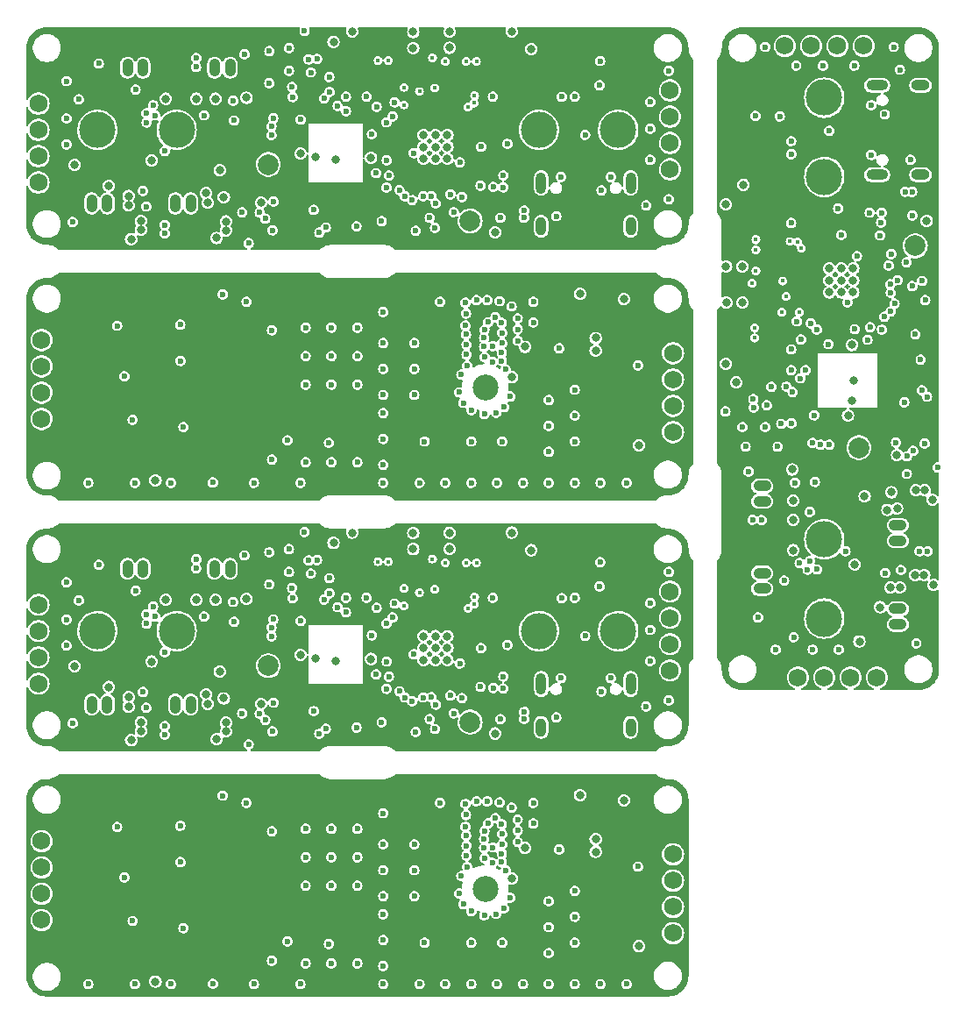
<source format=gbr>
%TF.GenerationSoftware,KiCad,Pcbnew,8.0.2*%
%TF.CreationDate,2024-05-05T17:49:43+09:00*%
%TF.ProjectId,ikafly_rev1_p,696b6166-6c79-45f7-9265-76315f702e6b,rev?*%
%TF.SameCoordinates,Original*%
%TF.FileFunction,Copper,L2,Inr*%
%TF.FilePolarity,Positive*%
%FSLAX46Y46*%
G04 Gerber Fmt 4.6, Leading zero omitted, Abs format (unit mm)*
G04 Created by KiCad (PCBNEW 8.0.2) date 2024-05-05 17:49:43*
%MOMM*%
%LPD*%
G01*
G04 APERTURE LIST*
%TA.AperFunction,ComponentPad*%
%ADD10O,1.730000X1.030000*%
%TD*%
%TA.AperFunction,ComponentPad*%
%ADD11C,2.000000*%
%TD*%
%TA.AperFunction,ComponentPad*%
%ADD12C,3.500000*%
%TD*%
%TA.AperFunction,ComponentPad*%
%ADD13O,2.100000X1.000000*%
%TD*%
%TA.AperFunction,ComponentPad*%
%ADD14O,1.800000X1.000000*%
%TD*%
%TA.AperFunction,ComponentPad*%
%ADD15C,1.750000*%
%TD*%
%TA.AperFunction,ComponentPad*%
%ADD16O,1.030000X1.730000*%
%TD*%
%TA.AperFunction,ComponentPad*%
%ADD17C,2.500000*%
%TD*%
%TA.AperFunction,ComponentPad*%
%ADD18O,1.000000X2.100000*%
%TD*%
%TA.AperFunction,ComponentPad*%
%ADD19O,1.000000X1.800000*%
%TD*%
%TA.AperFunction,ViaPad*%
%ADD20C,0.600000*%
%TD*%
%TA.AperFunction,ViaPad*%
%ADD21C,0.450000*%
%TD*%
%TA.AperFunction,ViaPad*%
%ADD22C,0.800000*%
%TD*%
G04 APERTURE END LIST*
D10*
%TO.N,N/C*%
%TO.C,J2*%
X170750000Y-99782500D03*
X170750000Y-101282500D03*
%TD*%
%TO.N,N/C*%
%TO.C,J1*%
X170750000Y-107852500D03*
X170750000Y-109352500D03*
%TD*%
D11*
%TO.N,N/C*%
%TO.C,AE3*%
X172450000Y-72800000D03*
%TD*%
%TO.N,N/C*%
%TO.C,AE2*%
X167000000Y-92300000D03*
%TD*%
D12*
%TO.N,N/C*%
%TO.C,BT1*%
X163650000Y-108800000D03*
X163650000Y-101150000D03*
X163650000Y-66150000D03*
X163650000Y-58500000D03*
%TD*%
D10*
%TO.N,N/C*%
%TO.C,J3*%
X157650000Y-105900000D03*
X157650000Y-104400000D03*
%TD*%
%TO.N,N/C*%
%TO.C,J4*%
X157650000Y-97487500D03*
X157650000Y-95987500D03*
%TD*%
D13*
%TO.N,N/C*%
%TO.C,J6*%
X168770000Y-65940000D03*
D14*
X172950000Y-65940000D03*
D13*
X168770000Y-57300000D03*
D14*
X172950000Y-57300000D03*
%TD*%
D15*
%TO.N,N/C*%
%TO.C,J5*%
X161115000Y-114500000D03*
X163655000Y-114500000D03*
X166195000Y-114500000D03*
X168735000Y-114500000D03*
X159845000Y-53500000D03*
X162385000Y-53500000D03*
X164925000Y-53500000D03*
X167465000Y-53500000D03*
%TD*%
D16*
%TO.N,N/C*%
%TO.C,J2*%
X102467500Y-117100000D03*
X100967500Y-117100000D03*
%TD*%
%TO.N,N/C*%
%TO.C,J1*%
X94397500Y-117100000D03*
X92897500Y-117100000D03*
%TD*%
D11*
%TO.N,N/C*%
%TO.C,AE3*%
X129450000Y-118800000D03*
%TD*%
%TO.N,N/C*%
%TO.C,AE2*%
X109950000Y-113350000D03*
%TD*%
D12*
%TO.N,N/C*%
%TO.C,BT1*%
X93450000Y-110000000D03*
X101100000Y-110000000D03*
X136100000Y-110000000D03*
X143750000Y-110000000D03*
%TD*%
D15*
%TO.N,N/C*%
%TO.C,J7*%
X149050000Y-131570000D03*
X149050000Y-134110000D03*
X149050000Y-136650000D03*
X149050000Y-139190000D03*
X88050000Y-130300000D03*
X88050000Y-132840000D03*
X88050000Y-135380000D03*
X88050000Y-137920000D03*
%TD*%
D17*
%TO.N,N/C*%
%TO.C,AE1*%
X130900000Y-134880000D03*
%TD*%
D16*
%TO.N,N/C*%
%TO.C,J3*%
X96350000Y-104000000D03*
X97850000Y-104000000D03*
%TD*%
%TO.N,N/C*%
%TO.C,J4*%
X104762500Y-104000000D03*
X106262500Y-104000000D03*
%TD*%
D18*
%TO.N,N/C*%
%TO.C,J6*%
X136310000Y-115120000D03*
D19*
X136310000Y-119300000D03*
D18*
X144950000Y-115120000D03*
D19*
X144950000Y-119300000D03*
%TD*%
D15*
%TO.N,N/C*%
%TO.C,J5*%
X87750000Y-107465000D03*
X87750000Y-110005000D03*
X87750000Y-112545000D03*
X87750000Y-115085000D03*
X148750000Y-106195000D03*
X148750000Y-108735000D03*
X148750000Y-111275000D03*
X148750000Y-113815000D03*
%TD*%
D16*
%TO.N,N/C*%
%TO.C,J2*%
X102467500Y-68700000D03*
X100967500Y-68700000D03*
%TD*%
%TO.N,N/C*%
%TO.C,J1*%
X94397500Y-68700000D03*
X92897500Y-68700000D03*
%TD*%
D11*
%TO.N,N/C*%
%TO.C,AE3*%
X129450000Y-70400000D03*
%TD*%
%TO.N,N/C*%
%TO.C,AE2*%
X109950000Y-64950000D03*
%TD*%
D12*
%TO.N,N/C*%
%TO.C,BT1*%
X93450000Y-61600000D03*
X101100000Y-61600000D03*
X136100000Y-61600000D03*
X143750000Y-61600000D03*
%TD*%
D15*
%TO.N,N/C*%
%TO.C,J7*%
X149050000Y-83170000D03*
X149050000Y-85710000D03*
X149050000Y-88250000D03*
X149050000Y-90790000D03*
X88050000Y-81900000D03*
X88050000Y-84440000D03*
X88050000Y-86980000D03*
X88050000Y-89520000D03*
%TD*%
D17*
%TO.N,N/C*%
%TO.C,AE1*%
X130900000Y-86480000D03*
%TD*%
D16*
%TO.N,N/C*%
%TO.C,J3*%
X96350000Y-55600000D03*
X97850000Y-55600000D03*
%TD*%
D18*
%TO.N,N/C*%
%TO.C,J6*%
X136310000Y-66720000D03*
D19*
X136310000Y-70900000D03*
D18*
X144950000Y-66720000D03*
D19*
X144950000Y-70900000D03*
%TD*%
D15*
%TO.N,N/C*%
%TO.C,J5*%
X87750000Y-59065000D03*
X87750000Y-61605000D03*
X87750000Y-64145000D03*
X87750000Y-66685000D03*
X148750000Y-57795000D03*
X148750000Y-60335000D03*
X148750000Y-62875000D03*
X148750000Y-65415000D03*
%TD*%
D16*
%TO.N,N/C*%
%TO.C,J4*%
X104762500Y-55600000D03*
X106262500Y-55600000D03*
%TD*%
D20*
%TO.N,*%
X173575000Y-87378470D03*
D21*
X160350000Y-72380000D03*
D20*
X172850000Y-102300000D03*
X167830000Y-81880000D03*
X160450000Y-82800000D03*
D22*
X170680000Y-93000000D03*
D20*
X170039999Y-76529999D03*
X168200000Y-59220000D03*
X160839878Y-95689878D03*
X162527386Y-91829723D03*
X161350000Y-85600000D03*
X170436475Y-78387026D03*
X166800000Y-73800000D03*
X168070000Y-80651921D03*
X170350000Y-53600000D03*
D22*
X170950000Y-105800000D03*
D20*
X165699998Y-102300000D03*
X170950000Y-55800000D03*
D22*
X169750000Y-98300000D03*
D20*
X169880000Y-74710000D03*
D21*
X161244167Y-79200000D03*
X157050000Y-73200000D03*
D20*
X169467099Y-79650381D03*
D22*
X170691914Y-98158086D03*
D20*
X172150000Y-76700000D03*
D21*
X161060000Y-72400000D03*
D20*
X161273899Y-103437498D03*
X166550000Y-55400000D03*
D22*
X170050000Y-105800000D03*
D20*
X170072337Y-79127227D03*
D21*
X157050000Y-72200000D03*
D20*
X171634288Y-93127210D03*
D22*
X173550000Y-70400000D03*
D20*
X173649503Y-102300000D03*
X158550000Y-86415500D03*
X164150000Y-92000000D03*
X172235996Y-92600000D03*
X170072023Y-77329357D03*
X169050000Y-71800000D03*
X169230000Y-80900000D03*
X156839281Y-88411755D03*
X165000000Y-69200000D03*
X169500000Y-60110000D03*
X160700000Y-110600000D03*
X171379500Y-87909500D03*
D22*
X160650000Y-97400000D03*
X174200000Y-105550000D03*
X154200000Y-78300000D03*
D20*
X161000000Y-80100000D03*
D21*
X156690964Y-76440251D03*
D20*
X162352500Y-80300000D03*
X166600000Y-80850000D03*
X171460000Y-67575000D03*
X165900000Y-78250000D03*
X161850000Y-84800000D03*
X160450000Y-84800000D03*
X162932500Y-80889878D03*
X168200000Y-64020000D03*
X161410122Y-81839878D03*
X160470000Y-63950000D03*
D22*
X154150498Y-68800000D03*
D20*
X171620866Y-94829134D03*
X162050000Y-104068107D03*
X162250000Y-103250000D03*
X171060000Y-104100000D03*
X170759017Y-76121250D03*
X164070000Y-82300000D03*
D22*
X160650000Y-99250000D03*
D20*
X160000000Y-86400000D03*
X155750000Y-90300000D03*
X165292000Y-71750000D03*
X173112500Y-76200000D03*
D21*
X159611559Y-76200001D03*
X159950000Y-77700000D03*
D20*
X172140000Y-67600000D03*
X173400000Y-78050000D03*
X160450000Y-62700000D03*
D21*
X161445000Y-73026646D03*
D20*
X173350000Y-91900000D03*
D21*
X159550000Y-79200000D03*
D22*
X167548716Y-96996238D03*
X155850000Y-66900498D03*
D20*
X172150000Y-69875000D03*
X156350000Y-94600000D03*
D22*
X174100000Y-97300000D03*
X173350000Y-96400000D03*
D20*
X172970000Y-83790000D03*
X157950000Y-90300000D03*
X157950000Y-53600000D03*
D22*
X154150498Y-84200000D03*
X154165000Y-74800000D03*
X166450000Y-77300000D03*
D21*
X156950000Y-80700000D03*
D20*
X160605329Y-86922285D03*
X156800000Y-87600000D03*
D22*
X160550000Y-94400000D03*
D20*
X159500000Y-90000000D03*
D22*
X165300000Y-77300000D03*
D20*
X162950000Y-104050000D03*
D22*
X167050000Y-111000000D03*
X164150000Y-76150000D03*
D20*
X169150000Y-70560000D03*
X168050000Y-69600000D03*
X160450000Y-70600000D03*
X162250000Y-98500000D03*
D22*
X166300000Y-87750000D03*
D20*
X159770000Y-105130000D03*
X159350000Y-60300000D03*
X169550000Y-104400000D03*
X162669057Y-89169057D03*
X165050000Y-111800000D03*
D22*
X166450000Y-76150000D03*
D20*
X154100000Y-88800000D03*
X170580000Y-91800000D03*
X172462110Y-81349374D03*
D22*
X169059235Y-107698316D03*
D21*
X156950000Y-81700000D03*
D22*
X155725000Y-74800000D03*
X170150000Y-96600000D03*
X155150000Y-85999502D03*
D20*
X156720000Y-99260000D03*
D21*
X157050000Y-75200000D03*
D20*
X162550000Y-111800000D03*
X162750000Y-95600000D03*
X158950000Y-111800000D03*
D22*
X166450000Y-75000000D03*
X166350000Y-82380000D03*
D20*
X171990000Y-64490000D03*
X158100000Y-88200000D03*
X157250000Y-108680000D03*
X160480000Y-89950000D03*
X156050000Y-92200000D03*
D22*
X166519950Y-85785225D03*
D20*
X164140000Y-61700000D03*
D22*
X173300000Y-104600000D03*
D20*
X160950000Y-55400000D03*
D22*
X166602708Y-103572170D03*
D20*
X173080000Y-86750000D03*
X174600000Y-94200000D03*
D22*
X165300000Y-76150000D03*
X165300000Y-75000000D03*
D20*
X170130000Y-73590000D03*
X157590000Y-99280000D03*
X169200000Y-69600000D03*
X157000000Y-60250000D03*
X171600000Y-74400000D03*
X163550000Y-55400000D03*
D22*
X160650000Y-102200000D03*
D20*
X163309057Y-92000000D03*
D22*
X172500497Y-96400000D03*
D20*
X159150000Y-92200000D03*
X172550000Y-111200000D03*
D22*
X164150000Y-75000000D03*
X165950000Y-89200000D03*
X164150000Y-77300000D03*
X172450497Y-104600000D03*
X155750000Y-78300000D03*
D20*
X101750000Y-138700000D03*
X114871530Y-119925000D03*
D21*
X129870000Y-106700000D03*
D20*
X105550000Y-125900000D03*
X96050000Y-133800000D03*
X96850000Y-138000000D03*
X99950000Y-119200000D03*
X120370000Y-114180000D03*
X119450000Y-106800000D03*
D22*
X109250000Y-117030000D03*
D20*
X125720001Y-116389999D03*
X143030000Y-114550000D03*
X106560122Y-107189878D03*
X110420277Y-108877386D03*
X116650000Y-107700000D03*
X123862974Y-116786475D03*
X128450000Y-113150000D03*
X121598079Y-114420000D03*
X148650000Y-116700000D03*
D22*
X96450000Y-117300000D03*
D20*
X99950000Y-112049998D03*
X146450000Y-117300000D03*
D22*
X103950000Y-116100000D03*
D20*
X127540000Y-116230000D03*
D21*
X123050000Y-107594167D03*
X129050000Y-103400000D03*
D20*
X122599619Y-115817099D03*
D22*
X104091914Y-117041914D03*
D20*
X125550000Y-118500000D03*
D21*
X129850000Y-107410000D03*
D20*
X98812502Y-107623899D03*
X146850000Y-112900000D03*
D22*
X96450000Y-116400000D03*
D20*
X123122773Y-116422337D03*
D21*
X130050000Y-103400000D03*
D20*
X109122790Y-117984288D03*
D22*
X131850000Y-119900000D03*
D20*
X99950000Y-119999503D03*
X115834500Y-104900000D03*
X110250000Y-110500000D03*
X109650000Y-118585996D03*
X124920643Y-116422023D03*
X130450000Y-115400000D03*
X121350000Y-115580000D03*
X113838245Y-103189281D03*
X132500500Y-131500000D03*
X133050000Y-111350000D03*
X132550000Y-129600000D03*
X142140000Y-115850000D03*
X132550000Y-140100000D03*
X118550000Y-129100000D03*
X91650000Y-107050000D03*
X134030000Y-129260000D03*
X114340500Y-117729500D03*
X129550000Y-140100000D03*
X134030000Y-130360000D03*
D22*
X104850000Y-107000000D03*
D20*
X129550000Y-144100000D03*
D22*
X96700000Y-120550000D03*
X123950000Y-100550000D03*
D20*
X100550000Y-144100000D03*
X122150000Y-107350000D03*
X130800000Y-130100000D03*
D21*
X125809749Y-103040964D03*
D20*
X121950000Y-108702500D03*
X121400000Y-112950000D03*
X134675000Y-117810000D03*
X124000000Y-112250000D03*
X117450000Y-108200000D03*
D22*
X141570000Y-130100000D03*
D20*
X117450000Y-106800000D03*
X121360122Y-109282500D03*
X138230000Y-114550000D03*
X120410122Y-107760122D03*
X131175000Y-128575000D03*
X138300000Y-106820000D03*
D22*
X133450000Y-100500498D03*
D20*
X107420866Y-117970866D03*
D22*
X140050000Y-125850000D03*
D20*
X98181893Y-108400000D03*
X145650000Y-132750000D03*
X99000000Y-108600000D03*
X98150000Y-117410000D03*
X126128750Y-117109017D03*
X119950000Y-110420000D03*
D22*
X103000000Y-107000000D03*
X141570000Y-131320000D03*
D20*
X115850000Y-106350000D03*
X111950000Y-102100000D03*
X130500000Y-111642000D03*
X126050000Y-119462500D03*
D21*
X126049999Y-105961559D03*
X124550000Y-106300000D03*
D20*
X134650000Y-118490000D03*
X124200000Y-119750000D03*
X139550000Y-106800000D03*
D21*
X129223354Y-107795000D03*
D20*
X110350000Y-119700000D03*
D21*
X123050000Y-105900000D03*
D20*
X129000000Y-126700000D03*
X137050000Y-136100000D03*
D22*
X105253762Y-113898716D03*
X135349502Y-102200000D03*
D20*
X129566985Y-137053840D03*
X118550000Y-131850000D03*
X116050000Y-134600000D03*
X121050000Y-130600000D03*
X121050000Y-127600000D03*
X121050000Y-137350000D03*
X101437500Y-128820000D03*
X132375000Y-118500000D03*
X134550000Y-144100000D03*
X107650000Y-102700000D03*
X131890000Y-128080000D03*
X113550000Y-134600000D03*
X115800000Y-140225000D03*
X132300000Y-126550000D03*
X128790000Y-136370000D03*
X108550000Y-144100000D03*
X110300000Y-129350000D03*
X130810000Y-137460000D03*
D22*
X104950000Y-120450000D03*
X105850000Y-119700000D03*
D20*
X118460000Y-119320000D03*
X111950000Y-104300000D03*
X118550000Y-142100000D03*
X129100000Y-130750000D03*
X148650000Y-104300000D03*
X131650000Y-130900000D03*
X139550000Y-135100000D03*
X121050000Y-139850000D03*
X132050000Y-144100000D03*
D22*
X118050000Y-100500498D03*
X127450000Y-100515000D03*
X124950000Y-112800000D03*
D20*
X121050000Y-144100000D03*
X131950000Y-137330000D03*
X95337500Y-128920000D03*
D21*
X121550000Y-103300000D03*
D20*
X115327715Y-106955329D03*
X114650000Y-103150000D03*
X144550000Y-144100000D03*
D22*
X107850000Y-106900000D03*
D20*
X112250000Y-105850000D03*
D22*
X124950000Y-111650000D03*
D20*
X98200000Y-109300000D03*
X121050000Y-135600000D03*
D22*
X91250000Y-113400000D03*
D20*
X135550000Y-128600000D03*
X111800000Y-139975000D03*
D22*
X126100000Y-110500000D03*
D20*
X131690000Y-115500000D03*
X127050000Y-144100000D03*
X116050000Y-142100000D03*
D22*
X134750000Y-130950000D03*
X144300000Y-126350000D03*
X99050000Y-143850000D03*
D20*
X129000000Y-128900000D03*
X113550000Y-129100000D03*
X132650000Y-114400000D03*
X137050000Y-138600000D03*
X131650000Y-106800000D03*
X103750000Y-108600000D03*
D22*
X114500000Y-112650000D03*
D20*
X97120000Y-106120000D03*
X141950000Y-105700000D03*
X97850000Y-115900000D03*
X113080943Y-109019057D03*
X97050000Y-144100000D03*
X132500500Y-132318772D03*
X132873056Y-133126944D03*
X90450000Y-111400000D03*
X131590000Y-132390000D03*
X107850000Y-126600000D03*
D22*
X126100000Y-112800000D03*
D20*
X113450000Y-100450000D03*
X113050000Y-144100000D03*
X110450000Y-116930000D03*
X120900626Y-118812110D03*
X118550000Y-134600000D03*
D22*
X94551684Y-115409235D03*
D20*
X110300000Y-141850000D03*
X129100000Y-131700000D03*
D21*
X120550000Y-103300000D03*
D22*
X127450000Y-102075000D03*
D20*
X113550000Y-131850000D03*
D22*
X105650000Y-116500000D03*
X116250498Y-101500000D03*
D20*
X102990000Y-103070000D03*
X116050000Y-131850000D03*
D21*
X127050000Y-103400000D03*
D20*
X137050000Y-141100000D03*
X134030000Y-128210000D03*
X90450000Y-108900000D03*
X126550000Y-126600000D03*
X106650000Y-109100000D03*
X129050000Y-127750000D03*
X90450000Y-105300000D03*
D22*
X127250000Y-112800000D03*
D20*
X133450000Y-127050000D03*
D22*
X119870000Y-112700000D03*
D20*
X137760000Y-118340000D03*
X124050000Y-130600000D03*
X101462500Y-132320000D03*
X114050000Y-104450000D03*
X130820000Y-129310000D03*
X130850000Y-131950000D03*
X93570000Y-103600000D03*
X112300000Y-106830000D03*
X110050000Y-102400000D03*
X113550000Y-142100000D03*
X116050000Y-129100000D03*
D22*
X116464775Y-112869950D03*
D20*
X140550000Y-110490000D03*
X139550000Y-140100000D03*
X139550000Y-144100000D03*
D22*
X97650000Y-119650000D03*
D20*
X129050000Y-129750000D03*
X146850000Y-107300000D03*
D22*
X98677830Y-112952708D03*
D20*
X115500000Y-119430000D03*
X108050000Y-120950000D03*
D22*
X126100000Y-111650000D03*
D20*
X129150000Y-132800000D03*
X125050000Y-140100000D03*
D22*
X127250000Y-111650000D03*
D20*
X128660000Y-116480000D03*
X132750000Y-136780000D03*
X132550000Y-130600000D03*
X102970000Y-103940000D03*
X124550000Y-144100000D03*
X135550000Y-126600000D03*
X132650000Y-115550000D03*
X139550000Y-137600000D03*
X132500500Y-128650000D03*
X142000000Y-103350000D03*
X142050000Y-144100000D03*
X137050000Y-144100000D03*
D22*
X133500000Y-133900000D03*
D20*
X127850000Y-117950000D03*
X146850000Y-109900000D03*
D22*
X145750000Y-140450000D03*
X100050000Y-107000000D03*
D20*
X92550000Y-144100000D03*
X110250000Y-109659057D03*
X128370000Y-135350000D03*
X131100000Y-126450000D03*
D22*
X105850000Y-118850497D03*
D20*
X110050000Y-105500000D03*
X130800000Y-130950000D03*
X124050000Y-135600000D03*
X128600000Y-133650000D03*
X91050000Y-118900000D03*
D22*
X127250000Y-110500000D03*
D20*
X121050000Y-133100000D03*
X130050000Y-126450000D03*
D22*
X113050000Y-112300000D03*
D20*
X104587381Y-144061634D03*
X124050000Y-133100000D03*
X121050000Y-142350000D03*
X133320000Y-135760000D03*
D22*
X124950000Y-110500000D03*
X97650000Y-118800497D03*
D20*
X138050000Y-131100000D03*
D22*
X123950000Y-102100000D03*
D20*
X101750000Y-90300000D03*
X96850000Y-89600000D03*
X105550000Y-77500000D03*
X96050000Y-85400000D03*
X114871530Y-71525000D03*
D21*
X129870000Y-58300000D03*
D20*
X99950000Y-70800000D03*
X120370000Y-65780000D03*
X148650000Y-68300000D03*
X99950000Y-71599503D03*
X99950000Y-63649998D03*
X146450000Y-68900000D03*
D22*
X103950000Y-67700000D03*
D20*
X124920643Y-68022023D03*
X106560122Y-58789878D03*
X130450000Y-67000000D03*
D22*
X104091914Y-68641914D03*
D20*
X109650000Y-70185996D03*
X125550000Y-70100000D03*
X127540000Y-67830000D03*
D21*
X129850000Y-59010000D03*
D20*
X146850000Y-64500000D03*
X98812502Y-59223899D03*
X109122790Y-69584288D03*
D22*
X109250000Y-68630000D03*
D20*
X123122773Y-68022337D03*
D22*
X131850000Y-71500000D03*
D21*
X130050000Y-55000000D03*
D22*
X96450000Y-68000000D03*
D20*
X123862974Y-68386475D03*
X121350000Y-67180000D03*
X125720001Y-67989999D03*
X122599619Y-67417099D03*
D21*
X129050000Y-55000000D03*
D22*
X96450000Y-68900000D03*
D20*
X121598079Y-66020000D03*
X110250000Y-62100000D03*
X110420277Y-60477386D03*
D21*
X123050000Y-59194167D03*
D20*
X115834500Y-56500000D03*
X116650000Y-59300000D03*
X119450000Y-58400000D03*
X143030000Y-66150000D03*
X128450000Y-64750000D03*
X117450000Y-58400000D03*
X121360122Y-60882500D03*
D21*
X129223354Y-59395000D03*
D20*
X120410122Y-59360122D03*
X98150000Y-69010000D03*
X134675000Y-69410000D03*
X126128750Y-68709017D03*
X110350000Y-71300000D03*
D22*
X103000000Y-58600000D03*
D20*
X126050000Y-71062500D03*
D21*
X126049999Y-57561559D03*
X123050000Y-57500000D03*
D20*
X138300000Y-58420000D03*
D21*
X124550000Y-57900000D03*
X125809749Y-54640964D03*
D20*
X121950000Y-60302500D03*
D22*
X141570000Y-82920000D03*
D20*
X134650000Y-70090000D03*
X115850000Y-57950000D03*
X124000000Y-63850000D03*
X131175000Y-80175000D03*
X145650000Y-84350000D03*
D22*
X141570000Y-81700000D03*
X133450000Y-52100498D03*
D20*
X130500000Y-63242000D03*
X138230000Y-66150000D03*
X111950000Y-53700000D03*
X99000000Y-60200000D03*
X121400000Y-64550000D03*
X139550000Y-58400000D03*
X107420866Y-69570866D03*
X124200000Y-71350000D03*
X130800000Y-81700000D03*
X117450000Y-59800000D03*
D22*
X140050000Y-77450000D03*
D20*
X119950000Y-62020000D03*
X98181893Y-60000000D03*
X95337500Y-80520000D03*
D21*
X121550000Y-54900000D03*
D22*
X126100000Y-62100000D03*
D20*
X127050000Y-95700000D03*
D22*
X91250000Y-65000000D03*
D20*
X111800000Y-91575000D03*
X131650000Y-82500000D03*
X148650000Y-55900000D03*
X139550000Y-86700000D03*
X108550000Y-95700000D03*
X110300000Y-80950000D03*
X114650000Y-54750000D03*
X98200000Y-60900000D03*
D22*
X107850000Y-58500000D03*
D20*
X132050000Y-95700000D03*
X130810000Y-89060000D03*
X144550000Y-95700000D03*
D22*
X105850000Y-71300000D03*
D20*
X128790000Y-87970000D03*
X112250000Y-57450000D03*
D22*
X124950000Y-63250000D03*
X118050000Y-52100498D03*
D20*
X118460000Y-70920000D03*
D22*
X127450000Y-52115000D03*
X124950000Y-64400000D03*
D20*
X115327715Y-58555329D03*
X131690000Y-67100000D03*
D22*
X104950000Y-72050000D03*
D20*
X135550000Y-80200000D03*
X129100000Y-82350000D03*
X121050000Y-95700000D03*
X121050000Y-87200000D03*
X121050000Y-91450000D03*
X131950000Y-88930000D03*
X116050000Y-93700000D03*
X118550000Y-93700000D03*
X111950000Y-55900000D03*
X130850000Y-83550000D03*
X93570000Y-55200000D03*
D22*
X127250000Y-64400000D03*
D20*
X90450000Y-56900000D03*
X107850000Y-78200000D03*
D22*
X119870000Y-64300000D03*
D20*
X113450000Y-52050000D03*
D22*
X126100000Y-64400000D03*
D20*
X113050000Y-95700000D03*
X112300000Y-58430000D03*
X110450000Y-68530000D03*
X118550000Y-86200000D03*
D22*
X127450000Y-53675000D03*
D20*
X113550000Y-83450000D03*
X130820000Y-80910000D03*
D22*
X105650000Y-68100000D03*
D20*
X101462500Y-83920000D03*
X134030000Y-79810000D03*
X120900626Y-70412110D03*
X131590000Y-83990000D03*
X90450000Y-60500000D03*
X129100000Y-83300000D03*
X126550000Y-78200000D03*
X102990000Y-54670000D03*
X106650000Y-60700000D03*
X110300000Y-93450000D03*
D21*
X120550000Y-54900000D03*
D22*
X116250498Y-53100000D03*
D20*
X129050000Y-79350000D03*
D22*
X94551684Y-67009235D03*
D20*
X116050000Y-83450000D03*
D21*
X127050000Y-55000000D03*
D20*
X137760000Y-69940000D03*
X114050000Y-56050000D03*
X124050000Y-82200000D03*
X137050000Y-92700000D03*
X133450000Y-78650000D03*
D22*
X99050000Y-95450000D03*
D20*
X113550000Y-80700000D03*
X137050000Y-90200000D03*
X131650000Y-58400000D03*
X90450000Y-63000000D03*
X97050000Y-95700000D03*
D22*
X114500000Y-64250000D03*
D20*
X132873056Y-84726944D03*
X132650000Y-66000000D03*
X113080943Y-60619057D03*
D22*
X134750000Y-82550000D03*
D20*
X129000000Y-80500000D03*
X97850000Y-67500000D03*
X97120000Y-57720000D03*
X103750000Y-60200000D03*
X132500500Y-83918772D03*
X141950000Y-57300000D03*
D22*
X144300000Y-77950000D03*
D20*
X129550000Y-95700000D03*
X132550000Y-81200000D03*
X142140000Y-67450000D03*
D22*
X96700000Y-72150000D03*
D20*
X114340500Y-69329500D03*
X113838245Y-54789281D03*
X100550000Y-95700000D03*
X134030000Y-81960000D03*
D22*
X104850000Y-58600000D03*
D20*
X118550000Y-80700000D03*
X132500500Y-83100000D03*
X91650000Y-58650000D03*
X134030000Y-80860000D03*
X129550000Y-91700000D03*
X122150000Y-58950000D03*
X133050000Y-62950000D03*
D22*
X123950000Y-52150000D03*
D20*
X132550000Y-91700000D03*
D22*
X135349502Y-53800000D03*
X105253762Y-65498716D03*
D20*
X118550000Y-83450000D03*
X129566985Y-88653840D03*
X121050000Y-79200000D03*
X113550000Y-86200000D03*
X121050000Y-88950000D03*
X101437500Y-80420000D03*
X137050000Y-87700000D03*
X116050000Y-86200000D03*
X121050000Y-82200000D03*
X132375000Y-70100000D03*
X134550000Y-95700000D03*
X107650000Y-54300000D03*
X115800000Y-91825000D03*
X131890000Y-79680000D03*
X129000000Y-78300000D03*
X132300000Y-78150000D03*
X140550000Y-62090000D03*
X139550000Y-95700000D03*
X113550000Y-93700000D03*
X129050000Y-81350000D03*
X115500000Y-71030000D03*
D22*
X116464775Y-64469950D03*
D20*
X129150000Y-84400000D03*
D22*
X126100000Y-63250000D03*
D20*
X110050000Y-54000000D03*
X128660000Y-68080000D03*
X116050000Y-80700000D03*
D22*
X97650000Y-71250000D03*
D20*
X125050000Y-91700000D03*
X108050000Y-72550000D03*
X139550000Y-91700000D03*
X146850000Y-58900000D03*
D22*
X127250000Y-63250000D03*
X98677830Y-64552708D03*
D20*
X124550000Y-95700000D03*
X146850000Y-61500000D03*
D22*
X145750000Y-92050000D03*
X100050000Y-58600000D03*
D20*
X135550000Y-78200000D03*
X132550000Y-82200000D03*
X92550000Y-95700000D03*
D22*
X133500000Y-85500000D03*
D20*
X127850000Y-69550000D03*
X132650000Y-67150000D03*
X102970000Y-55540000D03*
X132500500Y-80250000D03*
X142000000Y-54950000D03*
X137050000Y-95700000D03*
X110250000Y-61259057D03*
X132750000Y-88380000D03*
X139550000Y-89200000D03*
X142050000Y-95700000D03*
X104587381Y-95661634D03*
X124050000Y-84700000D03*
X121050000Y-93950000D03*
X133320000Y-87360000D03*
X121050000Y-84700000D03*
D22*
X113050000Y-63900000D03*
X124950000Y-62100000D03*
X97650000Y-70400497D03*
D20*
X130050000Y-78050000D03*
X110050000Y-57100000D03*
X130800000Y-82550000D03*
X124050000Y-87200000D03*
D22*
X105850000Y-70450497D03*
D20*
X128600000Y-85250000D03*
D22*
X127250000Y-62100000D03*
D20*
X131100000Y-78050000D03*
X91050000Y-70500000D03*
X128370000Y-86950000D03*
D22*
X123950000Y-53700000D03*
D20*
X138050000Y-82700000D03*
%TD*%
%TA.AperFunction,NonConductor*%
G36*
X114901776Y-75418907D02*
G01*
X114910922Y-75426428D01*
X115049302Y-75554827D01*
X115247509Y-75689962D01*
X115359278Y-75743786D01*
X115463632Y-75794041D01*
X115692857Y-75864748D01*
X115930059Y-75900500D01*
X115930064Y-75900500D01*
X121169936Y-75900500D01*
X121169941Y-75900500D01*
X121407143Y-75864748D01*
X121636368Y-75794041D01*
X121852494Y-75689960D01*
X122050694Y-75554830D01*
X122189078Y-75426428D01*
X122244594Y-75400708D01*
X122256415Y-75400000D01*
X147343585Y-75400000D01*
X147401776Y-75418907D01*
X147410922Y-75426428D01*
X147549302Y-75554827D01*
X147747509Y-75689962D01*
X147859278Y-75743786D01*
X147963632Y-75794041D01*
X148192857Y-75864748D01*
X148430059Y-75900500D01*
X148484108Y-75900500D01*
X148546759Y-75900500D01*
X148553234Y-75900712D01*
X148804517Y-75917181D01*
X148817342Y-75918870D01*
X149061150Y-75967366D01*
X149073650Y-75970715D01*
X149186824Y-76009133D01*
X149309033Y-76050618D01*
X149320996Y-76055574D01*
X149543929Y-76165512D01*
X149555145Y-76171987D01*
X149761824Y-76310086D01*
X149772097Y-76317969D01*
X149958981Y-76481861D01*
X149968138Y-76491018D01*
X150132030Y-76677902D01*
X150139913Y-76688175D01*
X150278012Y-76894854D01*
X150284487Y-76906070D01*
X150394425Y-77129003D01*
X150399381Y-77140966D01*
X150479282Y-77376344D01*
X150482634Y-77388853D01*
X150531128Y-77632650D01*
X150532818Y-77645489D01*
X150549288Y-77896765D01*
X150549500Y-77903240D01*
X150549500Y-78019944D01*
X150585251Y-78257137D01*
X150585253Y-78257147D01*
X150655959Y-78486368D01*
X150760037Y-78702490D01*
X150895172Y-78900697D01*
X150922462Y-78930108D01*
X150973571Y-78985190D01*
X150999292Y-79040706D01*
X151000000Y-79052527D01*
X151000000Y-93747471D01*
X150981093Y-93805662D01*
X150973572Y-93814808D01*
X150895172Y-93899302D01*
X150760037Y-94097509D01*
X150655959Y-94313631D01*
X150585253Y-94542852D01*
X150585251Y-94542862D01*
X150549500Y-94780055D01*
X150549500Y-94896759D01*
X150549288Y-94903234D01*
X150532818Y-95154510D01*
X150531128Y-95167349D01*
X150482634Y-95411146D01*
X150479282Y-95423655D01*
X150399381Y-95659033D01*
X150394425Y-95670996D01*
X150284487Y-95893929D01*
X150278012Y-95905145D01*
X150139913Y-96111824D01*
X150132030Y-96122097D01*
X149968138Y-96308981D01*
X149958981Y-96318138D01*
X149772097Y-96482030D01*
X149761824Y-96489913D01*
X149555145Y-96628012D01*
X149543929Y-96634487D01*
X149320996Y-96744425D01*
X149309033Y-96749381D01*
X149073655Y-96829282D01*
X149061146Y-96832634D01*
X148817349Y-96881128D01*
X148804510Y-96882818D01*
X148553234Y-96899288D01*
X148546759Y-96899500D01*
X148430055Y-96899500D01*
X148192862Y-96935251D01*
X148192852Y-96935253D01*
X147963631Y-97005959D01*
X147747509Y-97110037D01*
X147549302Y-97245172D01*
X147410922Y-97373572D01*
X147355406Y-97399292D01*
X147343585Y-97400000D01*
X122256415Y-97400000D01*
X122198224Y-97381093D01*
X122189078Y-97373572D01*
X122050697Y-97245172D01*
X121852490Y-97110037D01*
X121636368Y-97005959D01*
X121407147Y-96935253D01*
X121407144Y-96935252D01*
X121407143Y-96935252D01*
X121407138Y-96935251D01*
X121407137Y-96935251D01*
X121169944Y-96899500D01*
X121169941Y-96899500D01*
X121115892Y-96899500D01*
X116115892Y-96899500D01*
X116050000Y-96899500D01*
X115930059Y-96899500D01*
X115930055Y-96899500D01*
X115692862Y-96935251D01*
X115692852Y-96935253D01*
X115463631Y-97005959D01*
X115247509Y-97110037D01*
X115049302Y-97245172D01*
X114910922Y-97373572D01*
X114855406Y-97399292D01*
X114843585Y-97400000D01*
X89756415Y-97400000D01*
X89698224Y-97381093D01*
X89689078Y-97373572D01*
X89550697Y-97245172D01*
X89352490Y-97110037D01*
X89136368Y-97005959D01*
X88907147Y-96935253D01*
X88907144Y-96935252D01*
X88907143Y-96935252D01*
X88907138Y-96935251D01*
X88907137Y-96935251D01*
X88669944Y-96899500D01*
X88669941Y-96899500D01*
X88553241Y-96899500D01*
X88546766Y-96899288D01*
X88295489Y-96882818D01*
X88282650Y-96881128D01*
X88038853Y-96832634D01*
X88026344Y-96829282D01*
X87790966Y-96749381D01*
X87779003Y-96744425D01*
X87556070Y-96634487D01*
X87544854Y-96628012D01*
X87338175Y-96489913D01*
X87327902Y-96482030D01*
X87141018Y-96318138D01*
X87131861Y-96308981D01*
X86967969Y-96122097D01*
X86960086Y-96111824D01*
X86821987Y-95905145D01*
X86815512Y-95893929D01*
X86705574Y-95670996D01*
X86700618Y-95659033D01*
X86620717Y-95423655D01*
X86617365Y-95411146D01*
X86568870Y-95167342D01*
X86567181Y-95154510D01*
X86566699Y-95147161D01*
X86550712Y-94903234D01*
X86550500Y-94896759D01*
X86550500Y-94893709D01*
X87199500Y-94893709D01*
X87199500Y-95106290D01*
X87232752Y-95316238D01*
X87298443Y-95518412D01*
X87394948Y-95707815D01*
X87394950Y-95707819D01*
X87519891Y-95879786D01*
X87519893Y-95879788D01*
X87519896Y-95879792D01*
X87670208Y-96030104D01*
X87670211Y-96030106D01*
X87670213Y-96030108D01*
X87842180Y-96155049D01*
X87842184Y-96155051D01*
X88031588Y-96251557D01*
X88233757Y-96317246D01*
X88233758Y-96317246D01*
X88233761Y-96317247D01*
X88443710Y-96350500D01*
X88443713Y-96350500D01*
X88656290Y-96350500D01*
X88866238Y-96317247D01*
X88866239Y-96317246D01*
X88866243Y-96317246D01*
X89068412Y-96251557D01*
X89257816Y-96155051D01*
X89262627Y-96151556D01*
X89317313Y-96111824D01*
X89429792Y-96030104D01*
X89580104Y-95879792D01*
X89705051Y-95707816D01*
X89709035Y-95699997D01*
X92044353Y-95699997D01*
X92044353Y-95700002D01*
X92064834Y-95842456D01*
X92124622Y-95973371D01*
X92124623Y-95973373D01*
X92173784Y-96030108D01*
X92218873Y-96082144D01*
X92332316Y-96155049D01*
X92339947Y-96159953D01*
X92446403Y-96191211D01*
X92478035Y-96200499D01*
X92478036Y-96200499D01*
X92478039Y-96200500D01*
X92478041Y-96200500D01*
X92621959Y-96200500D01*
X92621961Y-96200500D01*
X92760053Y-96159953D01*
X92881128Y-96082143D01*
X92975377Y-95973373D01*
X93035165Y-95842457D01*
X93054523Y-95707819D01*
X93055647Y-95700002D01*
X93055647Y-95699997D01*
X96544353Y-95699997D01*
X96544353Y-95700002D01*
X96564834Y-95842456D01*
X96624622Y-95973371D01*
X96624623Y-95973373D01*
X96673784Y-96030108D01*
X96718873Y-96082144D01*
X96832316Y-96155049D01*
X96839947Y-96159953D01*
X96946403Y-96191211D01*
X96978035Y-96200499D01*
X96978036Y-96200499D01*
X96978039Y-96200500D01*
X96978041Y-96200500D01*
X97121959Y-96200500D01*
X97121961Y-96200500D01*
X97260053Y-96159953D01*
X97381128Y-96082143D01*
X97475377Y-95973373D01*
X97535165Y-95842457D01*
X97554523Y-95707819D01*
X97555647Y-95700002D01*
X97555647Y-95699997D01*
X97535165Y-95557543D01*
X97486051Y-95450000D01*
X97486051Y-95449999D01*
X98444318Y-95449999D01*
X98444318Y-95450000D01*
X98464955Y-95606758D01*
X98464957Y-95606766D01*
X98525462Y-95752838D01*
X98525462Y-95752839D01*
X98621713Y-95878276D01*
X98621718Y-95878282D01*
X98747159Y-95974536D01*
X98747160Y-95974536D01*
X98747161Y-95974537D01*
X98881312Y-96030104D01*
X98893238Y-96035044D01*
X99010809Y-96050522D01*
X99049999Y-96055682D01*
X99050000Y-96055682D01*
X99050001Y-96055682D01*
X99081352Y-96051554D01*
X99206762Y-96035044D01*
X99352841Y-95974536D01*
X99478282Y-95878282D01*
X99574536Y-95752841D01*
X99596425Y-95699997D01*
X100044353Y-95699997D01*
X100044353Y-95700002D01*
X100064834Y-95842456D01*
X100124622Y-95973371D01*
X100124623Y-95973373D01*
X100173784Y-96030108D01*
X100218873Y-96082144D01*
X100332316Y-96155049D01*
X100339947Y-96159953D01*
X100446403Y-96191211D01*
X100478035Y-96200499D01*
X100478036Y-96200499D01*
X100478039Y-96200500D01*
X100478041Y-96200500D01*
X100621959Y-96200500D01*
X100621961Y-96200500D01*
X100760053Y-96159953D01*
X100881128Y-96082143D01*
X100975377Y-95973373D01*
X101035165Y-95842457D01*
X101054523Y-95707819D01*
X101055647Y-95700002D01*
X101055647Y-95699997D01*
X101050131Y-95661631D01*
X104081734Y-95661631D01*
X104081734Y-95661636D01*
X104102215Y-95804090D01*
X104136098Y-95878282D01*
X104162004Y-95935007D01*
X104244409Y-96030108D01*
X104256254Y-96043778D01*
X104377323Y-96121584D01*
X104377328Y-96121587D01*
X104479394Y-96151556D01*
X104515416Y-96162133D01*
X104515417Y-96162133D01*
X104515420Y-96162134D01*
X104515422Y-96162134D01*
X104659340Y-96162134D01*
X104659342Y-96162134D01*
X104797434Y-96121587D01*
X104918509Y-96043777D01*
X105012758Y-95935007D01*
X105072546Y-95804091D01*
X105087512Y-95699997D01*
X108044353Y-95699997D01*
X108044353Y-95700002D01*
X108064834Y-95842456D01*
X108124622Y-95973371D01*
X108124623Y-95973373D01*
X108173784Y-96030108D01*
X108218873Y-96082144D01*
X108332316Y-96155049D01*
X108339947Y-96159953D01*
X108446403Y-96191211D01*
X108478035Y-96200499D01*
X108478036Y-96200499D01*
X108478039Y-96200500D01*
X108478041Y-96200500D01*
X108621959Y-96200500D01*
X108621961Y-96200500D01*
X108760053Y-96159953D01*
X108881128Y-96082143D01*
X108975377Y-95973373D01*
X109035165Y-95842457D01*
X109054523Y-95707819D01*
X109055647Y-95700002D01*
X109055647Y-95699997D01*
X112544353Y-95699997D01*
X112544353Y-95700002D01*
X112564834Y-95842456D01*
X112624622Y-95973371D01*
X112624623Y-95973373D01*
X112673784Y-96030108D01*
X112718873Y-96082144D01*
X112832316Y-96155049D01*
X112839947Y-96159953D01*
X112946403Y-96191211D01*
X112978035Y-96200499D01*
X112978036Y-96200499D01*
X112978039Y-96200500D01*
X112978041Y-96200500D01*
X113121959Y-96200500D01*
X113121961Y-96200500D01*
X113260053Y-96159953D01*
X113381128Y-96082143D01*
X113475377Y-95973373D01*
X113535165Y-95842457D01*
X113554523Y-95707819D01*
X113555647Y-95700002D01*
X113555647Y-95699997D01*
X120544353Y-95699997D01*
X120544353Y-95700002D01*
X120564834Y-95842456D01*
X120624622Y-95973371D01*
X120624623Y-95973373D01*
X120673784Y-96030108D01*
X120718873Y-96082144D01*
X120832316Y-96155049D01*
X120839947Y-96159953D01*
X120946403Y-96191211D01*
X120978035Y-96200499D01*
X120978036Y-96200499D01*
X120978039Y-96200500D01*
X120978041Y-96200500D01*
X121121959Y-96200500D01*
X121121961Y-96200500D01*
X121260053Y-96159953D01*
X121381128Y-96082143D01*
X121475377Y-95973373D01*
X121535165Y-95842457D01*
X121554523Y-95707819D01*
X121555647Y-95700002D01*
X121555647Y-95699997D01*
X124044353Y-95699997D01*
X124044353Y-95700002D01*
X124064834Y-95842456D01*
X124124622Y-95973371D01*
X124124623Y-95973373D01*
X124173784Y-96030108D01*
X124218873Y-96082144D01*
X124332316Y-96155049D01*
X124339947Y-96159953D01*
X124446403Y-96191211D01*
X124478035Y-96200499D01*
X124478036Y-96200499D01*
X124478039Y-96200500D01*
X124478041Y-96200500D01*
X124621959Y-96200500D01*
X124621961Y-96200500D01*
X124760053Y-96159953D01*
X124881128Y-96082143D01*
X124975377Y-95973373D01*
X125035165Y-95842457D01*
X125054523Y-95707819D01*
X125055647Y-95700002D01*
X125055647Y-95699997D01*
X126544353Y-95699997D01*
X126544353Y-95700002D01*
X126564834Y-95842456D01*
X126624622Y-95973371D01*
X126624623Y-95973373D01*
X126673784Y-96030108D01*
X126718873Y-96082144D01*
X126832316Y-96155049D01*
X126839947Y-96159953D01*
X126946403Y-96191211D01*
X126978035Y-96200499D01*
X126978036Y-96200499D01*
X126978039Y-96200500D01*
X126978041Y-96200500D01*
X127121959Y-96200500D01*
X127121961Y-96200500D01*
X127260053Y-96159953D01*
X127381128Y-96082143D01*
X127475377Y-95973373D01*
X127535165Y-95842457D01*
X127554523Y-95707819D01*
X127555647Y-95700002D01*
X127555647Y-95699997D01*
X129044353Y-95699997D01*
X129044353Y-95700002D01*
X129064834Y-95842456D01*
X129124622Y-95973371D01*
X129124623Y-95973373D01*
X129173784Y-96030108D01*
X129218873Y-96082144D01*
X129332316Y-96155049D01*
X129339947Y-96159953D01*
X129446403Y-96191211D01*
X129478035Y-96200499D01*
X129478036Y-96200499D01*
X129478039Y-96200500D01*
X129478041Y-96200500D01*
X129621959Y-96200500D01*
X129621961Y-96200500D01*
X129760053Y-96159953D01*
X129881128Y-96082143D01*
X129975377Y-95973373D01*
X130035165Y-95842457D01*
X130054523Y-95707819D01*
X130055647Y-95700002D01*
X130055647Y-95699997D01*
X131544353Y-95699997D01*
X131544353Y-95700002D01*
X131564834Y-95842456D01*
X131624622Y-95973371D01*
X131624623Y-95973373D01*
X131673784Y-96030108D01*
X131718873Y-96082144D01*
X131832316Y-96155049D01*
X131839947Y-96159953D01*
X131946403Y-96191211D01*
X131978035Y-96200499D01*
X131978036Y-96200499D01*
X131978039Y-96200500D01*
X131978041Y-96200500D01*
X132121959Y-96200500D01*
X132121961Y-96200500D01*
X132260053Y-96159953D01*
X132381128Y-96082143D01*
X132475377Y-95973373D01*
X132535165Y-95842457D01*
X132554523Y-95707819D01*
X132555647Y-95700002D01*
X132555647Y-95699997D01*
X134044353Y-95699997D01*
X134044353Y-95700002D01*
X134064834Y-95842456D01*
X134124622Y-95973371D01*
X134124623Y-95973373D01*
X134173784Y-96030108D01*
X134218873Y-96082144D01*
X134332316Y-96155049D01*
X134339947Y-96159953D01*
X134446403Y-96191211D01*
X134478035Y-96200499D01*
X134478036Y-96200499D01*
X134478039Y-96200500D01*
X134478041Y-96200500D01*
X134621959Y-96200500D01*
X134621961Y-96200500D01*
X134760053Y-96159953D01*
X134881128Y-96082143D01*
X134975377Y-95973373D01*
X135035165Y-95842457D01*
X135054523Y-95707819D01*
X135055647Y-95700002D01*
X135055647Y-95699997D01*
X136544353Y-95699997D01*
X136544353Y-95700002D01*
X136564834Y-95842456D01*
X136624622Y-95973371D01*
X136624623Y-95973373D01*
X136673784Y-96030108D01*
X136718873Y-96082144D01*
X136832316Y-96155049D01*
X136839947Y-96159953D01*
X136946403Y-96191211D01*
X136978035Y-96200499D01*
X136978036Y-96200499D01*
X136978039Y-96200500D01*
X136978041Y-96200500D01*
X137121959Y-96200500D01*
X137121961Y-96200500D01*
X137260053Y-96159953D01*
X137381128Y-96082143D01*
X137475377Y-95973373D01*
X137535165Y-95842457D01*
X137554523Y-95707819D01*
X137555647Y-95700002D01*
X137555647Y-95699997D01*
X139044353Y-95699997D01*
X139044353Y-95700002D01*
X139064834Y-95842456D01*
X139124622Y-95973371D01*
X139124623Y-95973373D01*
X139173784Y-96030108D01*
X139218873Y-96082144D01*
X139332316Y-96155049D01*
X139339947Y-96159953D01*
X139446403Y-96191211D01*
X139478035Y-96200499D01*
X139478036Y-96200499D01*
X139478039Y-96200500D01*
X139478041Y-96200500D01*
X139621959Y-96200500D01*
X139621961Y-96200500D01*
X139760053Y-96159953D01*
X139881128Y-96082143D01*
X139975377Y-95973373D01*
X140035165Y-95842457D01*
X140054523Y-95707819D01*
X140055647Y-95700002D01*
X140055647Y-95699997D01*
X141544353Y-95699997D01*
X141544353Y-95700002D01*
X141564834Y-95842456D01*
X141624622Y-95973371D01*
X141624623Y-95973373D01*
X141673784Y-96030108D01*
X141718873Y-96082144D01*
X141832316Y-96155049D01*
X141839947Y-96159953D01*
X141946403Y-96191211D01*
X141978035Y-96200499D01*
X141978036Y-96200499D01*
X141978039Y-96200500D01*
X141978041Y-96200500D01*
X142121959Y-96200500D01*
X142121961Y-96200500D01*
X142260053Y-96159953D01*
X142381128Y-96082143D01*
X142475377Y-95973373D01*
X142535165Y-95842457D01*
X142554523Y-95707819D01*
X142555647Y-95700002D01*
X142555647Y-95699997D01*
X144044353Y-95699997D01*
X144044353Y-95700002D01*
X144064834Y-95842456D01*
X144124622Y-95973371D01*
X144124623Y-95973373D01*
X144173784Y-96030108D01*
X144218873Y-96082144D01*
X144332316Y-96155049D01*
X144339947Y-96159953D01*
X144446403Y-96191211D01*
X144478035Y-96200499D01*
X144478036Y-96200499D01*
X144478039Y-96200500D01*
X144478041Y-96200500D01*
X144621959Y-96200500D01*
X144621961Y-96200500D01*
X144760053Y-96159953D01*
X144881128Y-96082143D01*
X144975377Y-95973373D01*
X145035165Y-95842457D01*
X145054523Y-95707819D01*
X145055647Y-95700002D01*
X145055647Y-95699997D01*
X145035165Y-95557543D01*
X144986051Y-95450000D01*
X144975377Y-95426627D01*
X144881128Y-95317857D01*
X144881127Y-95317856D01*
X144881126Y-95317855D01*
X144760057Y-95240049D01*
X144760054Y-95240047D01*
X144760053Y-95240047D01*
X144760050Y-95240046D01*
X144621964Y-95199500D01*
X144621961Y-95199500D01*
X144478039Y-95199500D01*
X144478035Y-95199500D01*
X144339949Y-95240046D01*
X144339942Y-95240049D01*
X144218873Y-95317855D01*
X144124622Y-95426628D01*
X144064834Y-95557543D01*
X144044353Y-95699997D01*
X142555647Y-95699997D01*
X142535165Y-95557543D01*
X142486051Y-95450000D01*
X142475377Y-95426627D01*
X142381128Y-95317857D01*
X142381127Y-95317856D01*
X142381126Y-95317855D01*
X142260057Y-95240049D01*
X142260054Y-95240047D01*
X142260053Y-95240047D01*
X142260050Y-95240046D01*
X142121964Y-95199500D01*
X142121961Y-95199500D01*
X141978039Y-95199500D01*
X141978035Y-95199500D01*
X141839949Y-95240046D01*
X141839942Y-95240049D01*
X141718873Y-95317855D01*
X141624622Y-95426628D01*
X141564834Y-95557543D01*
X141544353Y-95699997D01*
X140055647Y-95699997D01*
X140035165Y-95557543D01*
X139986051Y-95450000D01*
X139975377Y-95426627D01*
X139881128Y-95317857D01*
X139881127Y-95317856D01*
X139881126Y-95317855D01*
X139760057Y-95240049D01*
X139760054Y-95240047D01*
X139760053Y-95240047D01*
X139760050Y-95240046D01*
X139621964Y-95199500D01*
X139621961Y-95199500D01*
X139478039Y-95199500D01*
X139478035Y-95199500D01*
X139339949Y-95240046D01*
X139339942Y-95240049D01*
X139218873Y-95317855D01*
X139124622Y-95426628D01*
X139064834Y-95557543D01*
X139044353Y-95699997D01*
X137555647Y-95699997D01*
X137535165Y-95557543D01*
X137486051Y-95450000D01*
X137475377Y-95426627D01*
X137381128Y-95317857D01*
X137381127Y-95317856D01*
X137381126Y-95317855D01*
X137260057Y-95240049D01*
X137260054Y-95240047D01*
X137260053Y-95240047D01*
X137260050Y-95240046D01*
X137121964Y-95199500D01*
X137121961Y-95199500D01*
X136978039Y-95199500D01*
X136978035Y-95199500D01*
X136839949Y-95240046D01*
X136839942Y-95240049D01*
X136718873Y-95317855D01*
X136624622Y-95426628D01*
X136564834Y-95557543D01*
X136544353Y-95699997D01*
X135055647Y-95699997D01*
X135035165Y-95557543D01*
X134986051Y-95450000D01*
X134975377Y-95426627D01*
X134881128Y-95317857D01*
X134881127Y-95317856D01*
X134881126Y-95317855D01*
X134760057Y-95240049D01*
X134760054Y-95240047D01*
X134760053Y-95240047D01*
X134760050Y-95240046D01*
X134621964Y-95199500D01*
X134621961Y-95199500D01*
X134478039Y-95199500D01*
X134478035Y-95199500D01*
X134339949Y-95240046D01*
X134339942Y-95240049D01*
X134218873Y-95317855D01*
X134124622Y-95426628D01*
X134064834Y-95557543D01*
X134044353Y-95699997D01*
X132555647Y-95699997D01*
X132535165Y-95557543D01*
X132486051Y-95450000D01*
X132475377Y-95426627D01*
X132381128Y-95317857D01*
X132381127Y-95317856D01*
X132381126Y-95317855D01*
X132260057Y-95240049D01*
X132260054Y-95240047D01*
X132260053Y-95240047D01*
X132260050Y-95240046D01*
X132121964Y-95199500D01*
X132121961Y-95199500D01*
X131978039Y-95199500D01*
X131978035Y-95199500D01*
X131839949Y-95240046D01*
X131839942Y-95240049D01*
X131718873Y-95317855D01*
X131624622Y-95426628D01*
X131564834Y-95557543D01*
X131544353Y-95699997D01*
X130055647Y-95699997D01*
X130035165Y-95557543D01*
X129986051Y-95450000D01*
X129975377Y-95426627D01*
X129881128Y-95317857D01*
X129881127Y-95317856D01*
X129881126Y-95317855D01*
X129760057Y-95240049D01*
X129760054Y-95240047D01*
X129760053Y-95240047D01*
X129760050Y-95240046D01*
X129621964Y-95199500D01*
X129621961Y-95199500D01*
X129478039Y-95199500D01*
X129478035Y-95199500D01*
X129339949Y-95240046D01*
X129339942Y-95240049D01*
X129218873Y-95317855D01*
X129124622Y-95426628D01*
X129064834Y-95557543D01*
X129044353Y-95699997D01*
X127555647Y-95699997D01*
X127535165Y-95557543D01*
X127486051Y-95450000D01*
X127475377Y-95426627D01*
X127381128Y-95317857D01*
X127381127Y-95317856D01*
X127381126Y-95317855D01*
X127260057Y-95240049D01*
X127260054Y-95240047D01*
X127260053Y-95240047D01*
X127260050Y-95240046D01*
X127121964Y-95199500D01*
X127121961Y-95199500D01*
X126978039Y-95199500D01*
X126978035Y-95199500D01*
X126839949Y-95240046D01*
X126839942Y-95240049D01*
X126718873Y-95317855D01*
X126624622Y-95426628D01*
X126564834Y-95557543D01*
X126544353Y-95699997D01*
X125055647Y-95699997D01*
X125035165Y-95557543D01*
X124986051Y-95450000D01*
X124975377Y-95426627D01*
X124881128Y-95317857D01*
X124881127Y-95317856D01*
X124881126Y-95317855D01*
X124760057Y-95240049D01*
X124760054Y-95240047D01*
X124760053Y-95240047D01*
X124760050Y-95240046D01*
X124621964Y-95199500D01*
X124621961Y-95199500D01*
X124478039Y-95199500D01*
X124478035Y-95199500D01*
X124339949Y-95240046D01*
X124339942Y-95240049D01*
X124218873Y-95317855D01*
X124124622Y-95426628D01*
X124064834Y-95557543D01*
X124044353Y-95699997D01*
X121555647Y-95699997D01*
X121535165Y-95557543D01*
X121486051Y-95450000D01*
X121475377Y-95426627D01*
X121381128Y-95317857D01*
X121381127Y-95317856D01*
X121381126Y-95317855D01*
X121260057Y-95240049D01*
X121260054Y-95240047D01*
X121260053Y-95240047D01*
X121260050Y-95240046D01*
X121121964Y-95199500D01*
X121121961Y-95199500D01*
X120978039Y-95199500D01*
X120978035Y-95199500D01*
X120839949Y-95240046D01*
X120839942Y-95240049D01*
X120718873Y-95317855D01*
X120624622Y-95426628D01*
X120564834Y-95557543D01*
X120544353Y-95699997D01*
X113555647Y-95699997D01*
X113535165Y-95557543D01*
X113486051Y-95450000D01*
X113475377Y-95426627D01*
X113381128Y-95317857D01*
X113381127Y-95317856D01*
X113381126Y-95317855D01*
X113260057Y-95240049D01*
X113260054Y-95240047D01*
X113260053Y-95240047D01*
X113260050Y-95240046D01*
X113121964Y-95199500D01*
X113121961Y-95199500D01*
X112978039Y-95199500D01*
X112978035Y-95199500D01*
X112839949Y-95240046D01*
X112839942Y-95240049D01*
X112718873Y-95317855D01*
X112624622Y-95426628D01*
X112564834Y-95557543D01*
X112544353Y-95699997D01*
X109055647Y-95699997D01*
X109035165Y-95557543D01*
X108986051Y-95450000D01*
X108975377Y-95426627D01*
X108881128Y-95317857D01*
X108881127Y-95317856D01*
X108881126Y-95317855D01*
X108760057Y-95240049D01*
X108760054Y-95240047D01*
X108760053Y-95240047D01*
X108760050Y-95240046D01*
X108621964Y-95199500D01*
X108621961Y-95199500D01*
X108478039Y-95199500D01*
X108478035Y-95199500D01*
X108339949Y-95240046D01*
X108339942Y-95240049D01*
X108218873Y-95317855D01*
X108124622Y-95426628D01*
X108064834Y-95557543D01*
X108044353Y-95699997D01*
X105087512Y-95699997D01*
X105093028Y-95661634D01*
X105085139Y-95606766D01*
X105072546Y-95519177D01*
X105072197Y-95518412D01*
X105012758Y-95388261D01*
X104918509Y-95279491D01*
X104918508Y-95279490D01*
X104918507Y-95279489D01*
X104797438Y-95201683D01*
X104797435Y-95201681D01*
X104797434Y-95201681D01*
X104797431Y-95201680D01*
X104659345Y-95161134D01*
X104659342Y-95161134D01*
X104515420Y-95161134D01*
X104515416Y-95161134D01*
X104377330Y-95201680D01*
X104377323Y-95201683D01*
X104256254Y-95279489D01*
X104162003Y-95388262D01*
X104102215Y-95519177D01*
X104081734Y-95661631D01*
X101050131Y-95661631D01*
X101035165Y-95557543D01*
X100986051Y-95450000D01*
X100975377Y-95426627D01*
X100881128Y-95317857D01*
X100881127Y-95317856D01*
X100881126Y-95317855D01*
X100760057Y-95240049D01*
X100760054Y-95240047D01*
X100760053Y-95240047D01*
X100760050Y-95240046D01*
X100621964Y-95199500D01*
X100621961Y-95199500D01*
X100478039Y-95199500D01*
X100478035Y-95199500D01*
X100339949Y-95240046D01*
X100339942Y-95240049D01*
X100218873Y-95317855D01*
X100124622Y-95426628D01*
X100064834Y-95557543D01*
X100044353Y-95699997D01*
X99596425Y-95699997D01*
X99635044Y-95606762D01*
X99655682Y-95450000D01*
X99635044Y-95293238D01*
X99597120Y-95201681D01*
X99574537Y-95147161D01*
X99574537Y-95147160D01*
X99478286Y-95021723D01*
X99478285Y-95021722D01*
X99478282Y-95021718D01*
X99478277Y-95021714D01*
X99478276Y-95021713D01*
X99352838Y-94925462D01*
X99206766Y-94864957D01*
X99206758Y-94864955D01*
X99050001Y-94844318D01*
X99049999Y-94844318D01*
X98893241Y-94864955D01*
X98893233Y-94864957D01*
X98747161Y-94925462D01*
X98747160Y-94925462D01*
X98621723Y-95021713D01*
X98621713Y-95021723D01*
X98525462Y-95147160D01*
X98525462Y-95147161D01*
X98464957Y-95293233D01*
X98464955Y-95293241D01*
X98444318Y-95449999D01*
X97486051Y-95449999D01*
X97475377Y-95426627D01*
X97381128Y-95317857D01*
X97381127Y-95317856D01*
X97381126Y-95317855D01*
X97260057Y-95240049D01*
X97260054Y-95240047D01*
X97260053Y-95240047D01*
X97260050Y-95240046D01*
X97121964Y-95199500D01*
X97121961Y-95199500D01*
X96978039Y-95199500D01*
X96978035Y-95199500D01*
X96839949Y-95240046D01*
X96839942Y-95240049D01*
X96718873Y-95317855D01*
X96624622Y-95426628D01*
X96564834Y-95557543D01*
X96544353Y-95699997D01*
X93055647Y-95699997D01*
X93035165Y-95557543D01*
X92986051Y-95450000D01*
X92975377Y-95426627D01*
X92881128Y-95317857D01*
X92881127Y-95317856D01*
X92881126Y-95317855D01*
X92760057Y-95240049D01*
X92760054Y-95240047D01*
X92760053Y-95240047D01*
X92760050Y-95240046D01*
X92621964Y-95199500D01*
X92621961Y-95199500D01*
X92478039Y-95199500D01*
X92478035Y-95199500D01*
X92339949Y-95240046D01*
X92339942Y-95240049D01*
X92218873Y-95317855D01*
X92124622Y-95426628D01*
X92064834Y-95557543D01*
X92044353Y-95699997D01*
X89709035Y-95699997D01*
X89801557Y-95518412D01*
X89867246Y-95316243D01*
X89867247Y-95316238D01*
X89900500Y-95106290D01*
X89900500Y-94893709D01*
X89884661Y-94793709D01*
X147199500Y-94793709D01*
X147199500Y-95006290D01*
X147232752Y-95216238D01*
X147298443Y-95418412D01*
X147394948Y-95607815D01*
X147394950Y-95607819D01*
X147519891Y-95779786D01*
X147519893Y-95779788D01*
X147519896Y-95779792D01*
X147670208Y-95930104D01*
X147670211Y-95930106D01*
X147670213Y-95930108D01*
X147842180Y-96055049D01*
X147842184Y-96055051D01*
X148031588Y-96151557D01*
X148233757Y-96217246D01*
X148233758Y-96217246D01*
X148233761Y-96217247D01*
X148443710Y-96250500D01*
X148443713Y-96250500D01*
X148656290Y-96250500D01*
X148866238Y-96217247D01*
X148866239Y-96217246D01*
X148866243Y-96217246D01*
X149068412Y-96151557D01*
X149257816Y-96055051D01*
X149273334Y-96043777D01*
X149370237Y-95973373D01*
X149429792Y-95930104D01*
X149580104Y-95779792D01*
X149705051Y-95607816D01*
X149801557Y-95418412D01*
X149867246Y-95216243D01*
X149869552Y-95201683D01*
X149900500Y-95006290D01*
X149900500Y-94793709D01*
X149867247Y-94583761D01*
X149853958Y-94542862D01*
X149801557Y-94381588D01*
X149705051Y-94192184D01*
X149705049Y-94192180D01*
X149580108Y-94020213D01*
X149580106Y-94020211D01*
X149580104Y-94020208D01*
X149429792Y-93869896D01*
X149429788Y-93869893D01*
X149429786Y-93869891D01*
X149257819Y-93744950D01*
X149257815Y-93744948D01*
X149068412Y-93648443D01*
X148866238Y-93582752D01*
X148656290Y-93549500D01*
X148656287Y-93549500D01*
X148443713Y-93549500D01*
X148443710Y-93549500D01*
X148233761Y-93582752D01*
X148031587Y-93648443D01*
X147842184Y-93744948D01*
X147842180Y-93744950D01*
X147670213Y-93869891D01*
X147519891Y-94020213D01*
X147394950Y-94192180D01*
X147394948Y-94192184D01*
X147298443Y-94381587D01*
X147232752Y-94583761D01*
X147199500Y-94793709D01*
X89884661Y-94793709D01*
X89867247Y-94683761D01*
X89834755Y-94583761D01*
X89801557Y-94481588D01*
X89705051Y-94292184D01*
X89705049Y-94292180D01*
X89580108Y-94120213D01*
X89580106Y-94120211D01*
X89580104Y-94120208D01*
X89429792Y-93969896D01*
X89429788Y-93969893D01*
X89429786Y-93969891D01*
X89257819Y-93844950D01*
X89257815Y-93844948D01*
X89068412Y-93748443D01*
X88866238Y-93682752D01*
X88656290Y-93649500D01*
X88656287Y-93649500D01*
X88443713Y-93649500D01*
X88443710Y-93649500D01*
X88233761Y-93682752D01*
X88031587Y-93748443D01*
X87842184Y-93844948D01*
X87842180Y-93844950D01*
X87670213Y-93969891D01*
X87519891Y-94120213D01*
X87394950Y-94292180D01*
X87394948Y-94292184D01*
X87298443Y-94481587D01*
X87232752Y-94683761D01*
X87199500Y-94893709D01*
X86550500Y-94893709D01*
X86550500Y-93449997D01*
X109794353Y-93449997D01*
X109794353Y-93450002D01*
X109814834Y-93592456D01*
X109863947Y-93699997D01*
X109874623Y-93723373D01*
X109947556Y-93807543D01*
X109968873Y-93832144D01*
X110073380Y-93899306D01*
X110089947Y-93909953D01*
X110196403Y-93941211D01*
X110228035Y-93950499D01*
X110228036Y-93950499D01*
X110228039Y-93950500D01*
X110228041Y-93950500D01*
X110371959Y-93950500D01*
X110371961Y-93950500D01*
X110510053Y-93909953D01*
X110631128Y-93832143D01*
X110725377Y-93723373D01*
X110736053Y-93699997D01*
X113044353Y-93699997D01*
X113044353Y-93700002D01*
X113064834Y-93842456D01*
X113113947Y-93949997D01*
X113124623Y-93973373D01*
X113165210Y-94020213D01*
X113218873Y-94082144D01*
X113242777Y-94097506D01*
X113339947Y-94159953D01*
X113446403Y-94191211D01*
X113478035Y-94200499D01*
X113478036Y-94200499D01*
X113478039Y-94200500D01*
X113478041Y-94200500D01*
X113621959Y-94200500D01*
X113621961Y-94200500D01*
X113760053Y-94159953D01*
X113881128Y-94082143D01*
X113975377Y-93973373D01*
X114035165Y-93842457D01*
X114049184Y-93744950D01*
X114055647Y-93700002D01*
X114055647Y-93699997D01*
X115544353Y-93699997D01*
X115544353Y-93700002D01*
X115564834Y-93842456D01*
X115613947Y-93949997D01*
X115624623Y-93973373D01*
X115665210Y-94020213D01*
X115718873Y-94082144D01*
X115742777Y-94097506D01*
X115839947Y-94159953D01*
X115946403Y-94191211D01*
X115978035Y-94200499D01*
X115978036Y-94200499D01*
X115978039Y-94200500D01*
X115978041Y-94200500D01*
X116121959Y-94200500D01*
X116121961Y-94200500D01*
X116260053Y-94159953D01*
X116381128Y-94082143D01*
X116475377Y-93973373D01*
X116535165Y-93842457D01*
X116549184Y-93744950D01*
X116555647Y-93700002D01*
X116555647Y-93699997D01*
X118044353Y-93699997D01*
X118044353Y-93700002D01*
X118064834Y-93842456D01*
X118113947Y-93949997D01*
X118124623Y-93973373D01*
X118165210Y-94020213D01*
X118218873Y-94082144D01*
X118242777Y-94097506D01*
X118339947Y-94159953D01*
X118446403Y-94191211D01*
X118478035Y-94200499D01*
X118478036Y-94200499D01*
X118478039Y-94200500D01*
X118478041Y-94200500D01*
X118621959Y-94200500D01*
X118621961Y-94200500D01*
X118760053Y-94159953D01*
X118881128Y-94082143D01*
X118975377Y-93973373D01*
X118986053Y-93949997D01*
X120544353Y-93949997D01*
X120544353Y-93950002D01*
X120564834Y-94092456D01*
X120610377Y-94192180D01*
X120624623Y-94223373D01*
X120702832Y-94313632D01*
X120718873Y-94332144D01*
X120795810Y-94381588D01*
X120839947Y-94409953D01*
X120946403Y-94441211D01*
X120978035Y-94450499D01*
X120978036Y-94450499D01*
X120978039Y-94450500D01*
X120978041Y-94450500D01*
X121121959Y-94450500D01*
X121121961Y-94450500D01*
X121260053Y-94409953D01*
X121381128Y-94332143D01*
X121475377Y-94223373D01*
X121535165Y-94092457D01*
X121552287Y-93973371D01*
X121555647Y-93950002D01*
X121555647Y-93949997D01*
X121535165Y-93807543D01*
X121534306Y-93805662D01*
X121475377Y-93676627D01*
X121381128Y-93567857D01*
X121381127Y-93567856D01*
X121381126Y-93567855D01*
X121260057Y-93490049D01*
X121260054Y-93490047D01*
X121260053Y-93490047D01*
X121260050Y-93490046D01*
X121121964Y-93449500D01*
X121121961Y-93449500D01*
X120978039Y-93449500D01*
X120978035Y-93449500D01*
X120839949Y-93490046D01*
X120839942Y-93490049D01*
X120718873Y-93567855D01*
X120624622Y-93676628D01*
X120564834Y-93807543D01*
X120544353Y-93949997D01*
X118986053Y-93949997D01*
X119035165Y-93842457D01*
X119049184Y-93744950D01*
X119055647Y-93700002D01*
X119055647Y-93699997D01*
X119035165Y-93557543D01*
X118986051Y-93450000D01*
X118975377Y-93426627D01*
X118881128Y-93317857D01*
X118881127Y-93317856D01*
X118881126Y-93317855D01*
X118760057Y-93240049D01*
X118760054Y-93240047D01*
X118760053Y-93240047D01*
X118760050Y-93240046D01*
X118621964Y-93199500D01*
X118621961Y-93199500D01*
X118478039Y-93199500D01*
X118478035Y-93199500D01*
X118339949Y-93240046D01*
X118339942Y-93240049D01*
X118218873Y-93317855D01*
X118124622Y-93426628D01*
X118064834Y-93557543D01*
X118044353Y-93699997D01*
X116555647Y-93699997D01*
X116535165Y-93557543D01*
X116486051Y-93450000D01*
X116475377Y-93426627D01*
X116381128Y-93317857D01*
X116381127Y-93317856D01*
X116381126Y-93317855D01*
X116260057Y-93240049D01*
X116260054Y-93240047D01*
X116260053Y-93240047D01*
X116260050Y-93240046D01*
X116121964Y-93199500D01*
X116121961Y-93199500D01*
X115978039Y-93199500D01*
X115978035Y-93199500D01*
X115839949Y-93240046D01*
X115839942Y-93240049D01*
X115718873Y-93317855D01*
X115624622Y-93426628D01*
X115564834Y-93557543D01*
X115544353Y-93699997D01*
X114055647Y-93699997D01*
X114035165Y-93557543D01*
X113986051Y-93450000D01*
X113975377Y-93426627D01*
X113881128Y-93317857D01*
X113881127Y-93317856D01*
X113881126Y-93317855D01*
X113760057Y-93240049D01*
X113760054Y-93240047D01*
X113760053Y-93240047D01*
X113760050Y-93240046D01*
X113621964Y-93199500D01*
X113621961Y-93199500D01*
X113478039Y-93199500D01*
X113478035Y-93199500D01*
X113339949Y-93240046D01*
X113339942Y-93240049D01*
X113218873Y-93317855D01*
X113124622Y-93426628D01*
X113064834Y-93557543D01*
X113044353Y-93699997D01*
X110736053Y-93699997D01*
X110785165Y-93592457D01*
X110805647Y-93450000D01*
X110805575Y-93449500D01*
X110785165Y-93307543D01*
X110754340Y-93240046D01*
X110725377Y-93176627D01*
X110631128Y-93067857D01*
X110631127Y-93067856D01*
X110631126Y-93067855D01*
X110510057Y-92990049D01*
X110510054Y-92990047D01*
X110510053Y-92990047D01*
X110510050Y-92990046D01*
X110371964Y-92949500D01*
X110371961Y-92949500D01*
X110228039Y-92949500D01*
X110228035Y-92949500D01*
X110089949Y-92990046D01*
X110089942Y-92990049D01*
X109968873Y-93067855D01*
X109874622Y-93176628D01*
X109814834Y-93307543D01*
X109794353Y-93449997D01*
X86550500Y-93449997D01*
X86550500Y-92699997D01*
X136544353Y-92699997D01*
X136544353Y-92700002D01*
X136564834Y-92842456D01*
X136613720Y-92949500D01*
X136624623Y-92973373D01*
X136706493Y-93067857D01*
X136718873Y-93082144D01*
X136839942Y-93159950D01*
X136839947Y-93159953D01*
X136946403Y-93191211D01*
X136978035Y-93200499D01*
X136978036Y-93200499D01*
X136978039Y-93200500D01*
X136978041Y-93200500D01*
X137121959Y-93200500D01*
X137121961Y-93200500D01*
X137260053Y-93159953D01*
X137381128Y-93082143D01*
X137475377Y-92973373D01*
X137535165Y-92842457D01*
X137555647Y-92700000D01*
X137535165Y-92557543D01*
X137475377Y-92426627D01*
X137381128Y-92317857D01*
X137381127Y-92317856D01*
X137381126Y-92317855D01*
X137260057Y-92240049D01*
X137260054Y-92240047D01*
X137260053Y-92240047D01*
X137260050Y-92240046D01*
X137121964Y-92199500D01*
X137121961Y-92199500D01*
X136978039Y-92199500D01*
X136978035Y-92199500D01*
X136839949Y-92240046D01*
X136839942Y-92240049D01*
X136718873Y-92317855D01*
X136624622Y-92426628D01*
X136564834Y-92557543D01*
X136544353Y-92699997D01*
X86550500Y-92699997D01*
X86550500Y-91574997D01*
X111294353Y-91574997D01*
X111294353Y-91575002D01*
X111314834Y-91717456D01*
X111363947Y-91824997D01*
X111374623Y-91848373D01*
X111427982Y-91909953D01*
X111468873Y-91957144D01*
X111494123Y-91973371D01*
X111589947Y-92034953D01*
X111696403Y-92066211D01*
X111728035Y-92075499D01*
X111728036Y-92075499D01*
X111728039Y-92075500D01*
X111728041Y-92075500D01*
X111871959Y-92075500D01*
X111871961Y-92075500D01*
X112010053Y-92034953D01*
X112131128Y-91957143D01*
X112225377Y-91848373D01*
X112236053Y-91824997D01*
X115294353Y-91824997D01*
X115294353Y-91825002D01*
X115314834Y-91967456D01*
X115364177Y-92075499D01*
X115374623Y-92098373D01*
X115468542Y-92206762D01*
X115468873Y-92207144D01*
X115589942Y-92284950D01*
X115589947Y-92284953D01*
X115696403Y-92316211D01*
X115728035Y-92325499D01*
X115728036Y-92325499D01*
X115728039Y-92325500D01*
X115728041Y-92325500D01*
X115871959Y-92325500D01*
X115871961Y-92325500D01*
X116010053Y-92284953D01*
X116131128Y-92207143D01*
X116225377Y-92098373D01*
X116285165Y-91967457D01*
X116305647Y-91825000D01*
X116295851Y-91756869D01*
X116285165Y-91682543D01*
X116257387Y-91621718D01*
X116225377Y-91551627D01*
X116137315Y-91449997D01*
X120544353Y-91449997D01*
X120544353Y-91450002D01*
X120564834Y-91592456D01*
X120592003Y-91651947D01*
X120624623Y-91723373D01*
X120716041Y-91828876D01*
X120718873Y-91832144D01*
X120839942Y-91909950D01*
X120839947Y-91909953D01*
X120946403Y-91941211D01*
X120978035Y-91950499D01*
X120978036Y-91950499D01*
X120978039Y-91950500D01*
X120978041Y-91950500D01*
X121121959Y-91950500D01*
X121121961Y-91950500D01*
X121260053Y-91909953D01*
X121381128Y-91832143D01*
X121475377Y-91723373D01*
X121486053Y-91699997D01*
X124544353Y-91699997D01*
X124544353Y-91700002D01*
X124564834Y-91842456D01*
X124614177Y-91950499D01*
X124624623Y-91973373D01*
X124691020Y-92050000D01*
X124718873Y-92082144D01*
X124744123Y-92098371D01*
X124839947Y-92159953D01*
X124946403Y-92191211D01*
X124978035Y-92200499D01*
X124978036Y-92200499D01*
X124978039Y-92200500D01*
X124978041Y-92200500D01*
X125121959Y-92200500D01*
X125121961Y-92200500D01*
X125260053Y-92159953D01*
X125381128Y-92082143D01*
X125475377Y-91973373D01*
X125535165Y-91842457D01*
X125548866Y-91747161D01*
X125555647Y-91700002D01*
X125555647Y-91699997D01*
X129044353Y-91699997D01*
X129044353Y-91700002D01*
X129064834Y-91842456D01*
X129114177Y-91950499D01*
X129124623Y-91973373D01*
X129191020Y-92050000D01*
X129218873Y-92082144D01*
X129244123Y-92098371D01*
X129339947Y-92159953D01*
X129446403Y-92191211D01*
X129478035Y-92200499D01*
X129478036Y-92200499D01*
X129478039Y-92200500D01*
X129478041Y-92200500D01*
X129621959Y-92200500D01*
X129621961Y-92200500D01*
X129760053Y-92159953D01*
X129881128Y-92082143D01*
X129975377Y-91973373D01*
X130035165Y-91842457D01*
X130048866Y-91747161D01*
X130055647Y-91700002D01*
X130055647Y-91699997D01*
X132044353Y-91699997D01*
X132044353Y-91700002D01*
X132064834Y-91842456D01*
X132114177Y-91950499D01*
X132124623Y-91973373D01*
X132191020Y-92050000D01*
X132218873Y-92082144D01*
X132244123Y-92098371D01*
X132339947Y-92159953D01*
X132446403Y-92191211D01*
X132478035Y-92200499D01*
X132478036Y-92200499D01*
X132478039Y-92200500D01*
X132478041Y-92200500D01*
X132621959Y-92200500D01*
X132621961Y-92200500D01*
X132760053Y-92159953D01*
X132881128Y-92082143D01*
X132975377Y-91973373D01*
X133035165Y-91842457D01*
X133048866Y-91747161D01*
X133055647Y-91700002D01*
X133055647Y-91699997D01*
X139044353Y-91699997D01*
X139044353Y-91700002D01*
X139064834Y-91842456D01*
X139114177Y-91950499D01*
X139124623Y-91973373D01*
X139191020Y-92050000D01*
X139218873Y-92082144D01*
X139244123Y-92098371D01*
X139339947Y-92159953D01*
X139446403Y-92191211D01*
X139478035Y-92200499D01*
X139478036Y-92200499D01*
X139478039Y-92200500D01*
X139478041Y-92200500D01*
X139621959Y-92200500D01*
X139621961Y-92200500D01*
X139760053Y-92159953D01*
X139881128Y-92082143D01*
X139908981Y-92049999D01*
X145144318Y-92049999D01*
X145144318Y-92050000D01*
X145164955Y-92206758D01*
X145164957Y-92206766D01*
X145225462Y-92352838D01*
X145225462Y-92352839D01*
X145321713Y-92478276D01*
X145321718Y-92478282D01*
X145447159Y-92574536D01*
X145593238Y-92635044D01*
X145710809Y-92650522D01*
X145749999Y-92655682D01*
X145750000Y-92655682D01*
X145750001Y-92655682D01*
X145781352Y-92651554D01*
X145906762Y-92635044D01*
X146052841Y-92574536D01*
X146178282Y-92478282D01*
X146274536Y-92352841D01*
X146335044Y-92206762D01*
X146355682Y-92050000D01*
X146335044Y-91893238D01*
X146316460Y-91848373D01*
X146274537Y-91747161D01*
X146274537Y-91747160D01*
X146178286Y-91621723D01*
X146178285Y-91621722D01*
X146178282Y-91621718D01*
X146178277Y-91621714D01*
X146178276Y-91621713D01*
X146052838Y-91525462D01*
X145906766Y-91464957D01*
X145906758Y-91464955D01*
X145750001Y-91444318D01*
X145749999Y-91444318D01*
X145593241Y-91464955D01*
X145593233Y-91464957D01*
X145447161Y-91525462D01*
X145447160Y-91525462D01*
X145321723Y-91621713D01*
X145321713Y-91621723D01*
X145225462Y-91747160D01*
X145225462Y-91747161D01*
X145164957Y-91893233D01*
X145164955Y-91893241D01*
X145144318Y-92049999D01*
X139908981Y-92049999D01*
X139975377Y-91973373D01*
X140035165Y-91842457D01*
X140048866Y-91747161D01*
X140055647Y-91700002D01*
X140055647Y-91699997D01*
X140035165Y-91557543D01*
X139986051Y-91450000D01*
X139975377Y-91426627D01*
X139881128Y-91317857D01*
X139881127Y-91317856D01*
X139881126Y-91317855D01*
X139760057Y-91240049D01*
X139760054Y-91240047D01*
X139760053Y-91240047D01*
X139760050Y-91240046D01*
X139621964Y-91199500D01*
X139621961Y-91199500D01*
X139478039Y-91199500D01*
X139478035Y-91199500D01*
X139339949Y-91240046D01*
X139339942Y-91240049D01*
X139218873Y-91317855D01*
X139124622Y-91426628D01*
X139064834Y-91557543D01*
X139044353Y-91699997D01*
X133055647Y-91699997D01*
X133035165Y-91557543D01*
X132986051Y-91450000D01*
X132975377Y-91426627D01*
X132881128Y-91317857D01*
X132881127Y-91317856D01*
X132881126Y-91317855D01*
X132760057Y-91240049D01*
X132760054Y-91240047D01*
X132760053Y-91240047D01*
X132760050Y-91240046D01*
X132621964Y-91199500D01*
X132621961Y-91199500D01*
X132478039Y-91199500D01*
X132478035Y-91199500D01*
X132339949Y-91240046D01*
X132339942Y-91240049D01*
X132218873Y-91317855D01*
X132124622Y-91426628D01*
X132064834Y-91557543D01*
X132044353Y-91699997D01*
X130055647Y-91699997D01*
X130035165Y-91557543D01*
X129986051Y-91450000D01*
X129975377Y-91426627D01*
X129881128Y-91317857D01*
X129881127Y-91317856D01*
X129881126Y-91317855D01*
X129760057Y-91240049D01*
X129760054Y-91240047D01*
X129760053Y-91240047D01*
X129760050Y-91240046D01*
X129621964Y-91199500D01*
X129621961Y-91199500D01*
X129478039Y-91199500D01*
X129478035Y-91199500D01*
X129339949Y-91240046D01*
X129339942Y-91240049D01*
X129218873Y-91317855D01*
X129124622Y-91426628D01*
X129064834Y-91557543D01*
X129044353Y-91699997D01*
X125555647Y-91699997D01*
X125535165Y-91557543D01*
X125486051Y-91450000D01*
X125475377Y-91426627D01*
X125381128Y-91317857D01*
X125381127Y-91317856D01*
X125381126Y-91317855D01*
X125260057Y-91240049D01*
X125260054Y-91240047D01*
X125260053Y-91240047D01*
X125260050Y-91240046D01*
X125121964Y-91199500D01*
X125121961Y-91199500D01*
X124978039Y-91199500D01*
X124978035Y-91199500D01*
X124839949Y-91240046D01*
X124839942Y-91240049D01*
X124718873Y-91317855D01*
X124624622Y-91426628D01*
X124564834Y-91557543D01*
X124544353Y-91699997D01*
X121486053Y-91699997D01*
X121535165Y-91592457D01*
X121544797Y-91525462D01*
X121555647Y-91450002D01*
X121555647Y-91449997D01*
X121535165Y-91307543D01*
X121504340Y-91240046D01*
X121475377Y-91176627D01*
X121381128Y-91067857D01*
X121381127Y-91067856D01*
X121381126Y-91067855D01*
X121260057Y-90990049D01*
X121260054Y-90990047D01*
X121260053Y-90990047D01*
X121260050Y-90990046D01*
X121121964Y-90949500D01*
X121121961Y-90949500D01*
X120978039Y-90949500D01*
X120978035Y-90949500D01*
X120839949Y-90990046D01*
X120839942Y-90990049D01*
X120718873Y-91067855D01*
X120624622Y-91176628D01*
X120564834Y-91307543D01*
X120544353Y-91449997D01*
X116137315Y-91449997D01*
X116131128Y-91442857D01*
X116131127Y-91442856D01*
X116131126Y-91442855D01*
X116010057Y-91365049D01*
X116010054Y-91365047D01*
X116010053Y-91365047D01*
X116010050Y-91365046D01*
X115871964Y-91324500D01*
X115871961Y-91324500D01*
X115728039Y-91324500D01*
X115728035Y-91324500D01*
X115589949Y-91365046D01*
X115589942Y-91365049D01*
X115468873Y-91442855D01*
X115374622Y-91551628D01*
X115314834Y-91682543D01*
X115294353Y-91824997D01*
X112236053Y-91824997D01*
X112285165Y-91717457D01*
X112305647Y-91575000D01*
X112297403Y-91517664D01*
X112285165Y-91432543D01*
X112251394Y-91358596D01*
X112225377Y-91301627D01*
X112131128Y-91192857D01*
X112131127Y-91192856D01*
X112131126Y-91192855D01*
X112010057Y-91115049D01*
X112010054Y-91115047D01*
X112010053Y-91115047D01*
X112010050Y-91115046D01*
X111871964Y-91074500D01*
X111871961Y-91074500D01*
X111728039Y-91074500D01*
X111728035Y-91074500D01*
X111589949Y-91115046D01*
X111589942Y-91115049D01*
X111468873Y-91192855D01*
X111374622Y-91301628D01*
X111314834Y-91432543D01*
X111294353Y-91574997D01*
X86550500Y-91574997D01*
X86550500Y-89520000D01*
X86969892Y-89520000D01*
X86988283Y-89718470D01*
X87018061Y-89823130D01*
X87042829Y-89910180D01*
X87131674Y-90088604D01*
X87251791Y-90247664D01*
X87399090Y-90381945D01*
X87568554Y-90486873D01*
X87754414Y-90558876D01*
X87950340Y-90595500D01*
X88149660Y-90595500D01*
X88345586Y-90558876D01*
X88531446Y-90486873D01*
X88700910Y-90381945D01*
X88790803Y-90299997D01*
X101244353Y-90299997D01*
X101244353Y-90300002D01*
X101264834Y-90442456D01*
X101285119Y-90486873D01*
X101324623Y-90573373D01*
X101418872Y-90682143D01*
X101418873Y-90682144D01*
X101447436Y-90700500D01*
X101539947Y-90759953D01*
X101642279Y-90790000D01*
X101678035Y-90800499D01*
X101678036Y-90800499D01*
X101678039Y-90800500D01*
X101678041Y-90800500D01*
X101821959Y-90800500D01*
X101821961Y-90800500D01*
X101857721Y-90790000D01*
X147969892Y-90790000D01*
X147988283Y-90988470D01*
X148012761Y-91074500D01*
X148042829Y-91180180D01*
X148131674Y-91358604D01*
X148251791Y-91517664D01*
X148399090Y-91651945D01*
X148568554Y-91756873D01*
X148754414Y-91828876D01*
X148950340Y-91865500D01*
X149149660Y-91865500D01*
X149345586Y-91828876D01*
X149531446Y-91756873D01*
X149700910Y-91651945D01*
X149848209Y-91517664D01*
X149968326Y-91358604D01*
X150057171Y-91180180D01*
X150111717Y-90988469D01*
X150130108Y-90790000D01*
X150111717Y-90591531D01*
X150057171Y-90399820D01*
X149968326Y-90221396D01*
X149848209Y-90062336D01*
X149700910Y-89928055D01*
X149531446Y-89823127D01*
X149345586Y-89751124D01*
X149345585Y-89751123D01*
X149345583Y-89751123D01*
X149149660Y-89714500D01*
X148950340Y-89714500D01*
X148754416Y-89751123D01*
X148568553Y-89823127D01*
X148568548Y-89823130D01*
X148399094Y-89928052D01*
X148399092Y-89928053D01*
X148399090Y-89928055D01*
X148254405Y-90059953D01*
X148251789Y-90062338D01*
X148131680Y-90221387D01*
X148131670Y-90221403D01*
X148042829Y-90399819D01*
X147988283Y-90591529D01*
X147969892Y-90790000D01*
X101857721Y-90790000D01*
X101960053Y-90759953D01*
X102081128Y-90682143D01*
X102175377Y-90573373D01*
X102235165Y-90442457D01*
X102255647Y-90300000D01*
X102248122Y-90247664D01*
X102241269Y-90199997D01*
X136544353Y-90199997D01*
X136544353Y-90200002D01*
X136564834Y-90342456D01*
X136610504Y-90442457D01*
X136624623Y-90473373D01*
X136636321Y-90486873D01*
X136718873Y-90582144D01*
X136839942Y-90659950D01*
X136839947Y-90659953D01*
X136946403Y-90691211D01*
X136978035Y-90700499D01*
X136978036Y-90700499D01*
X136978039Y-90700500D01*
X136978041Y-90700500D01*
X137121959Y-90700500D01*
X137121961Y-90700500D01*
X137260053Y-90659953D01*
X137381128Y-90582143D01*
X137475377Y-90473373D01*
X137535165Y-90342457D01*
X137548794Y-90247664D01*
X137555647Y-90200002D01*
X137555647Y-90199997D01*
X137535165Y-90057543D01*
X137500731Y-89982144D01*
X137475377Y-89926627D01*
X137381128Y-89817857D01*
X137381127Y-89817856D01*
X137381126Y-89817855D01*
X137260057Y-89740049D01*
X137260054Y-89740047D01*
X137260053Y-89740047D01*
X137260050Y-89740046D01*
X137121964Y-89699500D01*
X137121961Y-89699500D01*
X136978039Y-89699500D01*
X136978035Y-89699500D01*
X136839949Y-89740046D01*
X136839942Y-89740049D01*
X136718873Y-89817855D01*
X136624622Y-89926628D01*
X136564834Y-90057543D01*
X136544353Y-90199997D01*
X102241269Y-90199997D01*
X102235165Y-90157543D01*
X102209114Y-90100500D01*
X102175377Y-90026627D01*
X102081128Y-89917857D01*
X102081127Y-89917856D01*
X102081126Y-89917855D01*
X101960057Y-89840049D01*
X101960054Y-89840047D01*
X101960053Y-89840047D01*
X101960050Y-89840046D01*
X101821964Y-89799500D01*
X101821961Y-89799500D01*
X101678039Y-89799500D01*
X101678035Y-89799500D01*
X101539949Y-89840046D01*
X101539942Y-89840049D01*
X101418873Y-89917855D01*
X101324622Y-90026628D01*
X101264834Y-90157543D01*
X101244353Y-90299997D01*
X88790803Y-90299997D01*
X88848209Y-90247664D01*
X88968326Y-90088604D01*
X89057171Y-89910180D01*
X89111717Y-89718469D01*
X89122695Y-89599997D01*
X96344353Y-89599997D01*
X96344353Y-89600002D01*
X96364834Y-89742456D01*
X96409403Y-89840046D01*
X96424623Y-89873373D01*
X96472005Y-89928055D01*
X96518873Y-89982144D01*
X96588092Y-90026628D01*
X96639947Y-90059953D01*
X96737552Y-90088612D01*
X96778035Y-90100499D01*
X96778036Y-90100499D01*
X96778039Y-90100500D01*
X96778041Y-90100500D01*
X96921959Y-90100500D01*
X96921961Y-90100500D01*
X97060053Y-90059953D01*
X97181128Y-89982143D01*
X97275377Y-89873373D01*
X97335165Y-89742457D01*
X97355647Y-89600000D01*
X97335165Y-89457543D01*
X97275377Y-89326627D01*
X97181128Y-89217857D01*
X97181127Y-89217856D01*
X97181126Y-89217855D01*
X97060057Y-89140049D01*
X97060054Y-89140047D01*
X97060053Y-89140047D01*
X97060050Y-89140046D01*
X96921964Y-89099500D01*
X96921961Y-89099500D01*
X96778039Y-89099500D01*
X96778035Y-89099500D01*
X96639949Y-89140046D01*
X96639942Y-89140049D01*
X96518873Y-89217855D01*
X96424622Y-89326628D01*
X96364834Y-89457543D01*
X96344353Y-89599997D01*
X89122695Y-89599997D01*
X89130108Y-89520000D01*
X89111717Y-89321531D01*
X89057171Y-89129820D01*
X88968326Y-88951396D01*
X88967270Y-88949997D01*
X120544353Y-88949997D01*
X120544353Y-88950002D01*
X120564834Y-89092456D01*
X120622103Y-89217855D01*
X120624623Y-89223373D01*
X120714093Y-89326628D01*
X120718873Y-89332144D01*
X120808826Y-89389953D01*
X120839947Y-89409953D01*
X120946403Y-89441211D01*
X120978035Y-89450499D01*
X120978036Y-89450499D01*
X120978039Y-89450500D01*
X120978041Y-89450500D01*
X121121959Y-89450500D01*
X121121961Y-89450500D01*
X121260053Y-89409953D01*
X121381128Y-89332143D01*
X121475377Y-89223373D01*
X121535165Y-89092457D01*
X121551670Y-88977661D01*
X121555647Y-88950002D01*
X121555647Y-88949997D01*
X121535165Y-88807543D01*
X121493945Y-88717285D01*
X121475377Y-88676627D01*
X121381128Y-88567857D01*
X121381127Y-88567856D01*
X121381126Y-88567855D01*
X121260057Y-88490049D01*
X121260054Y-88490047D01*
X121260053Y-88490047D01*
X121260050Y-88490046D01*
X121121964Y-88449500D01*
X121121961Y-88449500D01*
X120978039Y-88449500D01*
X120978035Y-88449500D01*
X120839949Y-88490046D01*
X120839942Y-88490049D01*
X120718873Y-88567855D01*
X120624622Y-88676628D01*
X120564834Y-88807543D01*
X120544353Y-88949997D01*
X88967270Y-88949997D01*
X88848209Y-88792336D01*
X88700910Y-88658055D01*
X88555236Y-88567857D01*
X88531451Y-88553130D01*
X88531446Y-88553127D01*
X88452278Y-88522457D01*
X88345586Y-88481124D01*
X88345585Y-88481123D01*
X88345583Y-88481123D01*
X88149660Y-88444500D01*
X87950340Y-88444500D01*
X87754416Y-88481123D01*
X87568553Y-88553127D01*
X87568548Y-88553130D01*
X87399094Y-88658052D01*
X87399092Y-88658053D01*
X87399090Y-88658055D01*
X87257049Y-88787543D01*
X87251789Y-88792338D01*
X87131680Y-88951387D01*
X87131670Y-88951403D01*
X87042829Y-89129819D01*
X86988283Y-89321529D01*
X86969892Y-89520000D01*
X86550500Y-89520000D01*
X86550500Y-86980000D01*
X86969892Y-86980000D01*
X86988283Y-87178470D01*
X87018061Y-87283130D01*
X87042829Y-87370180D01*
X87131674Y-87548604D01*
X87251791Y-87707664D01*
X87399090Y-87841945D01*
X87568554Y-87946873D01*
X87754414Y-88018876D01*
X87950340Y-88055500D01*
X88149660Y-88055500D01*
X88345586Y-88018876D01*
X88531446Y-87946873D01*
X88700910Y-87841945D01*
X88848209Y-87707664D01*
X88968326Y-87548604D01*
X89057171Y-87370180D01*
X89105592Y-87199997D01*
X120544353Y-87199997D01*
X120544353Y-87200002D01*
X120564834Y-87342456D01*
X120603275Y-87426628D01*
X120624623Y-87473373D01*
X120697556Y-87557543D01*
X120718873Y-87582144D01*
X120839942Y-87659950D01*
X120839947Y-87659953D01*
X120913000Y-87681403D01*
X120978035Y-87700499D01*
X120978036Y-87700499D01*
X120978039Y-87700500D01*
X120978041Y-87700500D01*
X121121959Y-87700500D01*
X121121961Y-87700500D01*
X121260053Y-87659953D01*
X121381128Y-87582143D01*
X121475377Y-87473373D01*
X121535165Y-87342457D01*
X121555575Y-87200500D01*
X121555647Y-87200002D01*
X121555647Y-87199997D01*
X123544353Y-87199997D01*
X123544353Y-87200002D01*
X123564834Y-87342456D01*
X123603275Y-87426628D01*
X123624623Y-87473373D01*
X123697556Y-87557543D01*
X123718873Y-87582144D01*
X123839942Y-87659950D01*
X123839947Y-87659953D01*
X123913000Y-87681403D01*
X123978035Y-87700499D01*
X123978036Y-87700499D01*
X123978039Y-87700500D01*
X123978041Y-87700500D01*
X124121959Y-87700500D01*
X124121961Y-87700500D01*
X124260053Y-87659953D01*
X124381128Y-87582143D01*
X124475377Y-87473373D01*
X124535165Y-87342457D01*
X124555575Y-87200500D01*
X124555647Y-87200002D01*
X124555647Y-87199997D01*
X124535165Y-87057543D01*
X124496725Y-86973373D01*
X124486050Y-86949997D01*
X127864353Y-86949997D01*
X127864353Y-86950002D01*
X127884834Y-87092456D01*
X127939029Y-87211124D01*
X127944623Y-87223373D01*
X128026493Y-87317857D01*
X128038873Y-87332144D01*
X128125868Y-87388052D01*
X128159947Y-87409953D01*
X128266403Y-87441211D01*
X128298035Y-87450499D01*
X128298036Y-87450499D01*
X128298039Y-87450500D01*
X128298041Y-87450500D01*
X128361113Y-87450500D01*
X128419304Y-87469407D01*
X128455268Y-87518907D01*
X128455268Y-87580093D01*
X128435932Y-87614331D01*
X128364623Y-87696626D01*
X128304834Y-87827543D01*
X128284353Y-87969997D01*
X128284353Y-87970002D01*
X128304834Y-88112456D01*
X128326526Y-88159953D01*
X128364623Y-88243373D01*
X128389166Y-88271697D01*
X128458873Y-88352144D01*
X128502945Y-88380467D01*
X128579947Y-88429953D01*
X128646519Y-88449500D01*
X128718035Y-88470499D01*
X128718036Y-88470499D01*
X128718039Y-88470500D01*
X128718041Y-88470500D01*
X128861959Y-88470500D01*
X128861961Y-88470500D01*
X128949842Y-88444696D01*
X129011001Y-88446443D01*
X129059454Y-88483806D01*
X129076692Y-88542513D01*
X129075724Y-88553774D01*
X129061338Y-88653835D01*
X129061338Y-88653842D01*
X129081819Y-88796296D01*
X129137191Y-88917541D01*
X129141608Y-88927213D01*
X129185324Y-88977664D01*
X129235858Y-89035984D01*
X129356927Y-89113790D01*
X129356932Y-89113793D01*
X129446343Y-89140046D01*
X129495020Y-89154339D01*
X129495021Y-89154339D01*
X129495024Y-89154340D01*
X129495026Y-89154340D01*
X129638944Y-89154340D01*
X129638946Y-89154340D01*
X129777038Y-89113793D01*
X129898113Y-89035983D01*
X129992362Y-88927213D01*
X130052150Y-88796297D01*
X130066373Y-88697373D01*
X130093368Y-88642465D01*
X130147482Y-88613911D01*
X130196185Y-88617714D01*
X130269097Y-88642465D01*
X130319347Y-88659523D01*
X130319080Y-88660306D01*
X130367579Y-88691803D01*
X130389504Y-88748925D01*
X130380693Y-88795230D01*
X130324834Y-88917541D01*
X130324834Y-88917543D01*
X130304353Y-89059997D01*
X130304353Y-89060002D01*
X130324834Y-89202456D01*
X130374927Y-89312143D01*
X130384623Y-89333373D01*
X130478872Y-89442143D01*
X130478873Y-89442144D01*
X130599942Y-89519950D01*
X130599947Y-89519953D01*
X130706403Y-89551211D01*
X130738035Y-89560499D01*
X130738036Y-89560499D01*
X130738039Y-89560500D01*
X130738041Y-89560500D01*
X130881959Y-89560500D01*
X130881961Y-89560500D01*
X131020053Y-89519953D01*
X131141128Y-89442143D01*
X131235377Y-89333373D01*
X131295165Y-89202457D01*
X131302024Y-89154749D01*
X131329019Y-89099844D01*
X131383133Y-89071290D01*
X131443696Y-89079997D01*
X131487574Y-89122639D01*
X131490069Y-89127713D01*
X131524622Y-89203371D01*
X131524623Y-89203373D01*
X131598711Y-89288876D01*
X131618873Y-89312144D01*
X131739942Y-89389950D01*
X131739947Y-89389953D01*
X131808062Y-89409953D01*
X131878035Y-89430499D01*
X131878036Y-89430499D01*
X131878039Y-89430500D01*
X131878041Y-89430500D01*
X132021959Y-89430500D01*
X132021961Y-89430500D01*
X132160053Y-89389953D01*
X132281128Y-89312143D01*
X132375377Y-89203373D01*
X132376919Y-89199997D01*
X139044353Y-89199997D01*
X139044353Y-89200002D01*
X139064834Y-89342456D01*
X139124622Y-89473371D01*
X139124623Y-89473373D01*
X139218872Y-89582143D01*
X139218873Y-89582144D01*
X139246653Y-89599997D01*
X139339947Y-89659953D01*
X139446403Y-89691211D01*
X139478035Y-89700499D01*
X139478036Y-89700499D01*
X139478039Y-89700500D01*
X139478041Y-89700500D01*
X139621959Y-89700500D01*
X139621961Y-89700500D01*
X139760053Y-89659953D01*
X139881128Y-89582143D01*
X139975377Y-89473373D01*
X140035165Y-89342457D01*
X140055162Y-89203373D01*
X140055647Y-89200002D01*
X140055647Y-89199997D01*
X140035165Y-89057543D01*
X139998685Y-88977664D01*
X139975377Y-88926627D01*
X139881128Y-88817857D01*
X139881127Y-88817856D01*
X139881126Y-88817855D01*
X139760057Y-88740049D01*
X139760054Y-88740047D01*
X139760053Y-88740047D01*
X139760050Y-88740046D01*
X139621964Y-88699500D01*
X139621961Y-88699500D01*
X139478039Y-88699500D01*
X139478035Y-88699500D01*
X139339949Y-88740046D01*
X139339942Y-88740049D01*
X139218873Y-88817855D01*
X139124622Y-88926628D01*
X139064834Y-89057543D01*
X139044353Y-89199997D01*
X132376919Y-89199997D01*
X132435165Y-89072457D01*
X132455224Y-88932939D01*
X132482219Y-88878032D01*
X132536333Y-88849478D01*
X132581104Y-88852037D01*
X132678039Y-88880500D01*
X132678041Y-88880500D01*
X132821959Y-88880500D01*
X132821961Y-88880500D01*
X132960053Y-88839953D01*
X133081128Y-88762143D01*
X133175377Y-88653373D01*
X133235165Y-88522457D01*
X133255647Y-88380000D01*
X133236956Y-88250000D01*
X147969892Y-88250000D01*
X147988283Y-88448470D01*
X148023364Y-88571768D01*
X148042829Y-88640180D01*
X148131674Y-88818604D01*
X148251791Y-88977664D01*
X148399090Y-89111945D01*
X148568554Y-89216873D01*
X148754414Y-89288876D01*
X148950340Y-89325500D01*
X149149660Y-89325500D01*
X149345586Y-89288876D01*
X149531446Y-89216873D01*
X149700910Y-89111945D01*
X149848209Y-88977664D01*
X149968326Y-88818604D01*
X150057171Y-88640180D01*
X150111717Y-88448469D01*
X150130108Y-88250000D01*
X150111717Y-88051531D01*
X150057171Y-87859820D01*
X149968326Y-87681396D01*
X149848209Y-87522336D01*
X149700910Y-87388055D01*
X149587537Y-87317857D01*
X149531451Y-87283130D01*
X149531446Y-87283127D01*
X149345586Y-87211124D01*
X149345585Y-87211123D01*
X149345583Y-87211123D01*
X149149660Y-87174500D01*
X148950340Y-87174500D01*
X148754416Y-87211123D01*
X148568553Y-87283127D01*
X148568548Y-87283130D01*
X148399094Y-87388052D01*
X148399092Y-87388053D01*
X148399090Y-87388055D01*
X148251791Y-87522336D01*
X148251789Y-87522338D01*
X148131680Y-87681387D01*
X148131670Y-87681403D01*
X148042829Y-87859819D01*
X147988283Y-88051529D01*
X147969892Y-88250000D01*
X133236956Y-88250000D01*
X133235165Y-88237543D01*
X133175377Y-88106627D01*
X133085326Y-88002702D01*
X133061509Y-87946344D01*
X133075368Y-87886749D01*
X133121608Y-87846681D01*
X133182569Y-87841445D01*
X133188037Y-87842882D01*
X133248035Y-87860499D01*
X133248036Y-87860499D01*
X133248039Y-87860500D01*
X133248041Y-87860500D01*
X133391959Y-87860500D01*
X133391961Y-87860500D01*
X133530053Y-87819953D01*
X133651128Y-87742143D01*
X133687647Y-87699997D01*
X136544353Y-87699997D01*
X136544353Y-87700002D01*
X136564834Y-87842456D01*
X136623083Y-87970002D01*
X136624623Y-87973373D01*
X136691542Y-88050602D01*
X136718873Y-88082144D01*
X136839942Y-88159950D01*
X136839947Y-88159953D01*
X136946403Y-88191211D01*
X136978035Y-88200499D01*
X136978036Y-88200499D01*
X136978039Y-88200500D01*
X136978041Y-88200500D01*
X137121959Y-88200500D01*
X137121961Y-88200500D01*
X137260053Y-88159953D01*
X137381128Y-88082143D01*
X137475377Y-87973373D01*
X137535165Y-87842457D01*
X137555575Y-87700500D01*
X137555647Y-87700002D01*
X137555647Y-87699997D01*
X137535165Y-87557543D01*
X137496725Y-87473373D01*
X137475377Y-87426627D01*
X137381128Y-87317857D01*
X137381127Y-87317856D01*
X137381126Y-87317855D01*
X137260057Y-87240049D01*
X137260054Y-87240047D01*
X137260053Y-87240047D01*
X137260050Y-87240046D01*
X137121964Y-87199500D01*
X137121961Y-87199500D01*
X136978039Y-87199500D01*
X136978035Y-87199500D01*
X136839949Y-87240046D01*
X136839942Y-87240049D01*
X136718873Y-87317855D01*
X136624622Y-87426628D01*
X136564834Y-87557543D01*
X136544353Y-87699997D01*
X133687647Y-87699997D01*
X133745377Y-87633373D01*
X133805165Y-87502457D01*
X133812635Y-87450499D01*
X133825647Y-87360002D01*
X133825647Y-87359997D01*
X133805165Y-87217543D01*
X133745377Y-87086627D01*
X133651128Y-86977857D01*
X133651127Y-86977856D01*
X133651126Y-86977855D01*
X133530057Y-86900049D01*
X133530054Y-86900047D01*
X133530053Y-86900047D01*
X133528892Y-86899706D01*
X133391964Y-86859500D01*
X133391961Y-86859500D01*
X133248039Y-86859500D01*
X133240959Y-86859500D01*
X133240959Y-86857594D01*
X133189889Y-86848744D01*
X133147257Y-86804856D01*
X133137322Y-86754723D01*
X133140909Y-86699997D01*
X139044353Y-86699997D01*
X139044353Y-86700002D01*
X139064834Y-86842456D01*
X139103275Y-86926628D01*
X139124623Y-86973373D01*
X139197556Y-87057543D01*
X139218873Y-87082144D01*
X139339942Y-87159950D01*
X139339947Y-87159953D01*
X139446403Y-87191211D01*
X139478035Y-87200499D01*
X139478036Y-87200499D01*
X139478039Y-87200500D01*
X139478041Y-87200500D01*
X139621959Y-87200500D01*
X139621961Y-87200500D01*
X139760053Y-87159953D01*
X139881128Y-87082143D01*
X139975377Y-86973373D01*
X140035165Y-86842457D01*
X140044953Y-86774380D01*
X140055647Y-86700002D01*
X140055647Y-86699997D01*
X140035165Y-86557543D01*
X139996725Y-86473373D01*
X139975377Y-86426627D01*
X139881128Y-86317857D01*
X139881127Y-86317856D01*
X139881126Y-86317855D01*
X139760057Y-86240049D01*
X139760054Y-86240047D01*
X139760053Y-86240047D01*
X139760050Y-86240046D01*
X139621964Y-86199500D01*
X139621961Y-86199500D01*
X139478039Y-86199500D01*
X139478035Y-86199500D01*
X139339949Y-86240046D01*
X139339942Y-86240049D01*
X139218873Y-86317855D01*
X139124622Y-86426628D01*
X139064834Y-86557543D01*
X139044353Y-86699997D01*
X133140909Y-86699997D01*
X133155329Y-86480000D01*
X133136034Y-86185620D01*
X133131761Y-86164138D01*
X133138951Y-86103377D01*
X133180483Y-86058447D01*
X133240493Y-86046509D01*
X133266743Y-86053358D01*
X133343238Y-86085044D01*
X133458208Y-86100180D01*
X133499999Y-86105682D01*
X133500000Y-86105682D01*
X133500001Y-86105682D01*
X133541792Y-86100180D01*
X133656762Y-86085044D01*
X133802841Y-86024536D01*
X133928282Y-85928282D01*
X134024536Y-85802841D01*
X134062992Y-85710000D01*
X147969892Y-85710000D01*
X147988283Y-85908470D01*
X148018061Y-86013130D01*
X148042829Y-86100180D01*
X148131674Y-86278604D01*
X148251791Y-86437664D01*
X148399090Y-86571945D01*
X148568554Y-86676873D01*
X148754414Y-86748876D01*
X148950340Y-86785500D01*
X149149660Y-86785500D01*
X149345586Y-86748876D01*
X149531446Y-86676873D01*
X149700910Y-86571945D01*
X149848209Y-86437664D01*
X149968326Y-86278604D01*
X150057171Y-86100180D01*
X150111717Y-85908469D01*
X150130108Y-85710000D01*
X150111717Y-85511531D01*
X150057171Y-85319820D01*
X149968326Y-85141396D01*
X149848209Y-84982336D01*
X149700910Y-84848055D01*
X149531446Y-84743127D01*
X149345586Y-84671124D01*
X149345585Y-84671123D01*
X149345583Y-84671123D01*
X149149660Y-84634500D01*
X148950340Y-84634500D01*
X148754416Y-84671123D01*
X148568553Y-84743127D01*
X148568548Y-84743130D01*
X148399094Y-84848052D01*
X148399092Y-84848053D01*
X148399090Y-84848055D01*
X148251791Y-84982336D01*
X148251789Y-84982338D01*
X148131680Y-85141387D01*
X148131670Y-85141403D01*
X148042829Y-85319819D01*
X147988283Y-85511529D01*
X147969892Y-85710000D01*
X134062992Y-85710000D01*
X134085044Y-85656762D01*
X134105682Y-85500000D01*
X134085044Y-85343238D01*
X134046424Y-85250002D01*
X134024537Y-85197161D01*
X134024537Y-85197160D01*
X133928286Y-85071723D01*
X133928285Y-85071722D01*
X133928282Y-85071718D01*
X133928277Y-85071714D01*
X133928276Y-85071713D01*
X133811799Y-84982338D01*
X133802841Y-84975464D01*
X133802840Y-84975463D01*
X133802838Y-84975462D01*
X133656766Y-84914957D01*
X133656758Y-84914955D01*
X133500001Y-84894318D01*
X133500000Y-84894318D01*
X133496364Y-84894796D01*
X133481333Y-84896775D01*
X133421173Y-84885622D01*
X133379057Y-84841238D01*
X133370423Y-84784531D01*
X133370767Y-84782143D01*
X133378703Y-84726944D01*
X133374829Y-84700002D01*
X133358221Y-84584487D01*
X133339026Y-84542456D01*
X133298433Y-84453571D01*
X133208686Y-84349997D01*
X145144353Y-84349997D01*
X145144353Y-84350002D01*
X145164834Y-84492456D01*
X145212108Y-84595970D01*
X145224623Y-84623373D01*
X145314367Y-84726944D01*
X145318873Y-84732144D01*
X145439942Y-84809950D01*
X145439947Y-84809953D01*
X145508835Y-84830180D01*
X145578035Y-84850499D01*
X145578036Y-84850499D01*
X145578039Y-84850500D01*
X145578041Y-84850500D01*
X145721959Y-84850500D01*
X145721961Y-84850500D01*
X145860053Y-84809953D01*
X145981128Y-84732143D01*
X146075377Y-84623373D01*
X146135165Y-84492457D01*
X146148459Y-84399997D01*
X146155647Y-84350002D01*
X146155647Y-84349997D01*
X146135165Y-84207543D01*
X146112292Y-84157458D01*
X146075377Y-84076627D01*
X145981128Y-83967857D01*
X145981127Y-83967856D01*
X145981126Y-83967855D01*
X145860057Y-83890049D01*
X145860054Y-83890047D01*
X145860053Y-83890047D01*
X145860050Y-83890046D01*
X145721964Y-83849500D01*
X145721961Y-83849500D01*
X145578039Y-83849500D01*
X145578035Y-83849500D01*
X145439949Y-83890046D01*
X145439942Y-83890049D01*
X145318873Y-83967855D01*
X145224622Y-84076628D01*
X145164834Y-84207543D01*
X145144353Y-84349997D01*
X133208686Y-84349997D01*
X133204184Y-84344801D01*
X133204183Y-84344800D01*
X133204182Y-84344799D01*
X133083113Y-84266993D01*
X133083110Y-84266992D01*
X133083109Y-84266991D01*
X133023952Y-84249621D01*
X132973445Y-84215085D01*
X132952884Y-84157458D01*
X132961790Y-84113506D01*
X132985665Y-84061229D01*
X132985665Y-84061227D01*
X132985666Y-84061226D01*
X133006147Y-83918774D01*
X133006147Y-83918769D01*
X132985665Y-83776315D01*
X132976520Y-83756291D01*
X132925877Y-83645399D01*
X132864195Y-83574213D01*
X132840379Y-83517858D01*
X132854237Y-83458263D01*
X132864187Y-83444566D01*
X132925877Y-83373373D01*
X132985665Y-83242457D01*
X133000007Y-83142706D01*
X133006147Y-83100002D01*
X133006147Y-83099997D01*
X132985665Y-82957543D01*
X132977140Y-82938876D01*
X132925877Y-82826627D01*
X132848616Y-82737463D01*
X132824800Y-82681104D01*
X132838659Y-82621509D01*
X132869912Y-82589350D01*
X132881128Y-82582143D01*
X132975377Y-82473373D01*
X133035165Y-82342457D01*
X133042681Y-82290180D01*
X133055647Y-82200002D01*
X133055647Y-82199997D01*
X133035165Y-82057543D01*
X132990618Y-81960000D01*
X132975377Y-81926627D01*
X132881128Y-81817857D01*
X132881127Y-81817856D01*
X132881126Y-81817855D01*
X132827331Y-81783284D01*
X132788600Y-81735919D01*
X132785106Y-81674833D01*
X132818185Y-81623360D01*
X132827331Y-81616716D01*
X132881126Y-81582144D01*
X132881125Y-81582144D01*
X132881128Y-81582143D01*
X132975377Y-81473373D01*
X133035165Y-81342457D01*
X133052287Y-81223371D01*
X133055647Y-81200002D01*
X133055647Y-81199997D01*
X133035165Y-81057543D01*
X132996725Y-80973373D01*
X132975377Y-80926627D01*
X132881128Y-80817857D01*
X132840903Y-80792006D01*
X132802172Y-80744640D01*
X132798680Y-80683554D01*
X132827232Y-80637703D01*
X132826991Y-80637494D01*
X132828311Y-80635970D01*
X132829603Y-80633896D01*
X132831621Y-80632147D01*
X132831628Y-80632143D01*
X132925877Y-80523373D01*
X132985665Y-80392457D01*
X132997449Y-80310500D01*
X133006147Y-80250002D01*
X133006147Y-80249997D01*
X132985665Y-80107543D01*
X132963974Y-80060047D01*
X132925877Y-79976627D01*
X132831628Y-79867857D01*
X132831627Y-79867856D01*
X132831626Y-79867855D01*
X132741597Y-79809997D01*
X133524353Y-79809997D01*
X133524353Y-79810002D01*
X133544834Y-79952456D01*
X133581409Y-80032543D01*
X133604623Y-80083373D01*
X133698872Y-80192143D01*
X133698873Y-80192144D01*
X133791569Y-80251716D01*
X133830301Y-80299082D01*
X133833794Y-80360168D01*
X133800714Y-80411640D01*
X133791569Y-80418284D01*
X133698873Y-80477855D01*
X133604622Y-80586628D01*
X133544834Y-80717543D01*
X133524353Y-80859997D01*
X133524353Y-80860002D01*
X133544834Y-81002456D01*
X133604622Y-81133371D01*
X133604623Y-81133373D01*
X133668891Y-81207543D01*
X133698873Y-81242144D01*
X133825903Y-81323781D01*
X133825238Y-81324815D01*
X133865012Y-81361322D01*
X133877160Y-81421290D01*
X133851740Y-81476945D01*
X133825682Y-81495876D01*
X133825903Y-81496219D01*
X133698873Y-81577855D01*
X133604622Y-81686628D01*
X133544834Y-81817543D01*
X133524353Y-81959997D01*
X133524353Y-81960002D01*
X133544834Y-82102456D01*
X133589382Y-82200000D01*
X133604623Y-82233373D01*
X133698872Y-82342143D01*
X133698873Y-82342144D01*
X133819942Y-82419950D01*
X133819947Y-82419953D01*
X133901722Y-82443964D01*
X133958035Y-82460499D01*
X133958036Y-82460499D01*
X133958039Y-82460500D01*
X133958041Y-82460500D01*
X134045714Y-82460500D01*
X134103905Y-82479407D01*
X134139869Y-82528907D01*
X134143867Y-82546578D01*
X134164955Y-82706758D01*
X134164957Y-82706766D01*
X134225462Y-82852838D01*
X134225462Y-82852839D01*
X134317951Y-82973373D01*
X134321718Y-82978282D01*
X134321722Y-82978285D01*
X134321723Y-82978286D01*
X134337049Y-82990046D01*
X134447159Y-83074536D01*
X134447160Y-83074536D01*
X134447161Y-83074537D01*
X134508627Y-83099997D01*
X134593238Y-83135044D01*
X134701896Y-83149349D01*
X134749999Y-83155682D01*
X134750000Y-83155682D01*
X134750001Y-83155682D01*
X134798104Y-83149349D01*
X134906762Y-83135044D01*
X135052841Y-83074536D01*
X135178282Y-82978282D01*
X135274536Y-82852841D01*
X135335044Y-82706762D01*
X135335935Y-82699997D01*
X137544353Y-82699997D01*
X137544353Y-82700002D01*
X137564834Y-82842456D01*
X137617583Y-82957958D01*
X137624623Y-82973373D01*
X137714213Y-83076766D01*
X137718873Y-83082144D01*
X137833301Y-83155682D01*
X137839947Y-83159953D01*
X137946403Y-83191211D01*
X137978035Y-83200499D01*
X137978036Y-83200499D01*
X137978039Y-83200500D01*
X137978041Y-83200500D01*
X138121959Y-83200500D01*
X138121961Y-83200500D01*
X138260053Y-83159953D01*
X138381128Y-83082143D01*
X138475377Y-82973373D01*
X138535165Y-82842457D01*
X138545098Y-82773373D01*
X138555647Y-82700002D01*
X138555647Y-82699997D01*
X138535165Y-82557543D01*
X138505440Y-82492456D01*
X138475377Y-82426627D01*
X138381128Y-82317857D01*
X138381127Y-82317856D01*
X138381126Y-82317855D01*
X138260057Y-82240049D01*
X138260054Y-82240047D01*
X138260053Y-82240047D01*
X138260050Y-82240046D01*
X138121964Y-82199500D01*
X138121961Y-82199500D01*
X137978039Y-82199500D01*
X137978035Y-82199500D01*
X137839949Y-82240046D01*
X137839942Y-82240049D01*
X137718873Y-82317855D01*
X137624622Y-82426628D01*
X137564834Y-82557543D01*
X137544353Y-82699997D01*
X135335935Y-82699997D01*
X135355682Y-82550000D01*
X135355231Y-82546578D01*
X135350522Y-82510809D01*
X135335044Y-82393238D01*
X135333878Y-82390424D01*
X135274537Y-82247161D01*
X135274537Y-82247160D01*
X135178286Y-82121723D01*
X135178285Y-82121722D01*
X135178282Y-82121718D01*
X135178277Y-82121714D01*
X135178276Y-82121713D01*
X135074175Y-82041834D01*
X135052841Y-82025464D01*
X135052840Y-82025463D01*
X135052838Y-82025462D01*
X134906766Y-81964957D01*
X134906758Y-81964955D01*
X134750001Y-81944318D01*
X134749998Y-81944318D01*
X134634407Y-81959535D01*
X134574247Y-81948385D01*
X134532130Y-81904002D01*
X134523494Y-81875470D01*
X134515166Y-81817544D01*
X134472978Y-81725168D01*
X134461484Y-81699999D01*
X140964318Y-81699999D01*
X140964318Y-81700000D01*
X140984955Y-81856758D01*
X140984957Y-81856766D01*
X141045462Y-82002838D01*
X141045462Y-82002839D01*
X141141713Y-82128276D01*
X141141718Y-82128282D01*
X141141722Y-82128285D01*
X141141723Y-82128286D01*
X141272307Y-82228486D01*
X141271471Y-82229574D01*
X141307630Y-82269738D01*
X141314022Y-82330589D01*
X141283427Y-82383575D01*
X141268863Y-82394156D01*
X141141723Y-82491713D01*
X141141713Y-82491723D01*
X141045462Y-82617160D01*
X141045462Y-82617161D01*
X140984957Y-82763233D01*
X140984955Y-82763241D01*
X140964318Y-82919999D01*
X140964318Y-82920000D01*
X140984955Y-83076758D01*
X140984957Y-83076766D01*
X141045462Y-83222838D01*
X141045462Y-83222839D01*
X141110458Y-83307543D01*
X141141718Y-83348282D01*
X141267159Y-83444536D01*
X141267160Y-83444536D01*
X141267161Y-83444537D01*
X141403270Y-83500915D01*
X141413238Y-83505044D01*
X141510571Y-83517858D01*
X141569999Y-83525682D01*
X141570000Y-83525682D01*
X141570001Y-83525682D01*
X141629429Y-83517858D01*
X141726762Y-83505044D01*
X141872841Y-83444536D01*
X141998282Y-83348282D01*
X142094536Y-83222841D01*
X142116423Y-83170000D01*
X147969892Y-83170000D01*
X147988283Y-83368470D01*
X148018061Y-83473130D01*
X148042829Y-83560180D01*
X148131674Y-83738604D01*
X148251791Y-83897664D01*
X148399090Y-84031945D01*
X148568554Y-84136873D01*
X148754414Y-84208876D01*
X148950340Y-84245500D01*
X149149660Y-84245500D01*
X149345586Y-84208876D01*
X149531446Y-84136873D01*
X149700910Y-84031945D01*
X149848209Y-83897664D01*
X149968326Y-83738604D01*
X150057171Y-83560180D01*
X150111717Y-83368469D01*
X150130108Y-83170000D01*
X150111717Y-82971531D01*
X150057171Y-82779820D01*
X149968326Y-82601396D01*
X149848209Y-82442336D01*
X149700910Y-82308055D01*
X149531446Y-82203127D01*
X149345586Y-82131124D01*
X149345585Y-82131123D01*
X149345583Y-82131123D01*
X149149660Y-82094500D01*
X148950340Y-82094500D01*
X148754416Y-82131123D01*
X148568553Y-82203127D01*
X148568548Y-82203130D01*
X148399094Y-82308052D01*
X148399092Y-82308053D01*
X148399090Y-82308055D01*
X148276344Y-82419953D01*
X148251789Y-82442338D01*
X148131680Y-82601387D01*
X148131670Y-82601403D01*
X148042829Y-82779819D01*
X147988283Y-82971529D01*
X147969892Y-83170000D01*
X142116423Y-83170000D01*
X142155044Y-83076762D01*
X142175682Y-82920000D01*
X142155044Y-82763238D01*
X142136247Y-82717857D01*
X142094537Y-82617161D01*
X142094537Y-82617160D01*
X141998286Y-82491723D01*
X141998285Y-82491722D01*
X141998282Y-82491718D01*
X141998277Y-82491714D01*
X141998276Y-82491713D01*
X141867693Y-82391514D01*
X141868529Y-82390424D01*
X141832372Y-82350270D01*
X141825975Y-82289420D01*
X141856566Y-82236431D01*
X141871125Y-82225851D01*
X141872836Y-82224538D01*
X141872841Y-82224536D01*
X141998282Y-82128282D01*
X142094536Y-82002841D01*
X142155044Y-81856762D01*
X142175682Y-81700000D01*
X142173921Y-81686627D01*
X142165592Y-81623360D01*
X142155044Y-81543238D01*
X142134009Y-81492456D01*
X142094537Y-81397161D01*
X142094537Y-81397160D01*
X141998286Y-81271723D01*
X141998285Y-81271722D01*
X141998282Y-81271718D01*
X141998277Y-81271714D01*
X141998276Y-81271713D01*
X141914647Y-81207543D01*
X141872841Y-81175464D01*
X141872840Y-81175463D01*
X141872838Y-81175462D01*
X141726766Y-81114957D01*
X141726758Y-81114955D01*
X141570001Y-81094318D01*
X141569999Y-81094318D01*
X141413241Y-81114955D01*
X141413233Y-81114957D01*
X141267161Y-81175462D01*
X141267160Y-81175462D01*
X141141723Y-81271713D01*
X141141713Y-81271723D01*
X141045462Y-81397160D01*
X141045462Y-81397161D01*
X140984957Y-81543233D01*
X140984955Y-81543241D01*
X140964318Y-81699999D01*
X134461484Y-81699999D01*
X134455377Y-81686627D01*
X134361128Y-81577857D01*
X134361127Y-81577856D01*
X134361126Y-81577855D01*
X134234097Y-81496219D01*
X134234761Y-81495184D01*
X134194990Y-81458683D01*
X134182838Y-81398716D01*
X134208255Y-81343060D01*
X134234317Y-81324124D01*
X134234097Y-81323781D01*
X134301247Y-81280625D01*
X134361128Y-81242143D01*
X134455377Y-81133373D01*
X134515165Y-81002457D01*
X134525410Y-80931200D01*
X134535647Y-80860002D01*
X134535647Y-80859997D01*
X134515165Y-80717543D01*
X134504126Y-80693371D01*
X134455377Y-80586627D01*
X134361128Y-80477857D01*
X134361127Y-80477856D01*
X134361126Y-80477855D01*
X134281412Y-80426627D01*
X134268429Y-80418283D01*
X134229699Y-80370918D01*
X134226205Y-80309833D01*
X134259284Y-80258360D01*
X134268430Y-80251716D01*
X134271097Y-80250002D01*
X134348907Y-80199997D01*
X135044353Y-80199997D01*
X135044353Y-80200002D01*
X135064834Y-80342456D01*
X135103275Y-80426628D01*
X135124623Y-80473373D01*
X135206493Y-80567857D01*
X135218873Y-80582144D01*
X135336897Y-80657993D01*
X135339947Y-80659953D01*
X135420326Y-80683554D01*
X135478035Y-80700499D01*
X135478036Y-80700499D01*
X135478039Y-80700500D01*
X135478041Y-80700500D01*
X135621959Y-80700500D01*
X135621961Y-80700500D01*
X135760053Y-80659953D01*
X135881128Y-80582143D01*
X135975377Y-80473373D01*
X136035165Y-80342457D01*
X136045589Y-80269953D01*
X136055647Y-80200002D01*
X136055647Y-80199997D01*
X136035165Y-80057543D01*
X135998211Y-79976627D01*
X135975377Y-79926627D01*
X135881128Y-79817857D01*
X135881127Y-79817856D01*
X135881126Y-79817855D01*
X135760057Y-79740049D01*
X135760054Y-79740047D01*
X135760053Y-79740047D01*
X135733138Y-79732144D01*
X135621964Y-79699500D01*
X135621961Y-79699500D01*
X135478039Y-79699500D01*
X135478035Y-79699500D01*
X135339949Y-79740046D01*
X135339942Y-79740049D01*
X135218873Y-79817855D01*
X135124622Y-79926628D01*
X135064834Y-80057543D01*
X135044353Y-80199997D01*
X134348907Y-80199997D01*
X134361128Y-80192143D01*
X134455377Y-80083373D01*
X134515165Y-79952457D01*
X134531715Y-79837350D01*
X134535647Y-79810002D01*
X134535647Y-79809997D01*
X134515165Y-79667543D01*
X134494992Y-79623371D01*
X134455377Y-79536627D01*
X134361128Y-79427857D01*
X134361127Y-79427856D01*
X134361126Y-79427855D01*
X134240057Y-79350049D01*
X134240054Y-79350047D01*
X134240053Y-79350047D01*
X134239883Y-79349997D01*
X134101964Y-79309500D01*
X134101961Y-79309500D01*
X133958039Y-79309500D01*
X133958035Y-79309500D01*
X133819949Y-79350046D01*
X133819942Y-79350049D01*
X133698873Y-79427855D01*
X133604622Y-79536628D01*
X133544834Y-79667543D01*
X133524353Y-79809997D01*
X132741597Y-79809997D01*
X132710557Y-79790049D01*
X132710554Y-79790047D01*
X132710553Y-79790047D01*
X132710550Y-79790046D01*
X132572464Y-79749500D01*
X132572461Y-79749500D01*
X132491424Y-79749500D01*
X132433233Y-79730593D01*
X132397269Y-79681093D01*
X132393432Y-79664589D01*
X132375165Y-79537543D01*
X132327733Y-79433683D01*
X132315377Y-79406627D01*
X132221128Y-79297857D01*
X132221127Y-79297856D01*
X132221126Y-79297855D01*
X132100057Y-79220049D01*
X132100054Y-79220047D01*
X132100053Y-79220047D01*
X132100050Y-79220046D01*
X131961964Y-79179500D01*
X131961961Y-79179500D01*
X131818039Y-79179500D01*
X131818035Y-79179500D01*
X131679949Y-79220046D01*
X131679942Y-79220049D01*
X131558873Y-79297855D01*
X131464622Y-79406628D01*
X131404834Y-79537543D01*
X131395805Y-79600341D01*
X131368809Y-79655248D01*
X131314694Y-79683801D01*
X131269924Y-79681242D01*
X131246962Y-79674500D01*
X131246961Y-79674500D01*
X131103039Y-79674500D01*
X131103035Y-79674500D01*
X130964949Y-79715046D01*
X130964942Y-79715049D01*
X130843873Y-79792855D01*
X130749622Y-79901628D01*
X130689834Y-80032543D01*
X130669353Y-80174997D01*
X130669353Y-80175002D01*
X130689833Y-80317452D01*
X130691444Y-80322937D01*
X130689697Y-80384098D01*
X130652334Y-80432551D01*
X130624347Y-80445818D01*
X130609952Y-80450044D01*
X130609942Y-80450049D01*
X130488873Y-80527855D01*
X130394622Y-80636628D01*
X130334834Y-80767543D01*
X130314353Y-80909997D01*
X130314353Y-80910002D01*
X130334834Y-81052456D01*
X130394623Y-81183373D01*
X130433836Y-81228628D01*
X130457654Y-81284987D01*
X130443795Y-81344583D01*
X130433837Y-81358290D01*
X130374622Y-81426628D01*
X130314834Y-81557543D01*
X130294353Y-81699997D01*
X130294353Y-81700002D01*
X130314834Y-81842456D01*
X130374623Y-81973373D01*
X130449831Y-82060170D01*
X130473648Y-82116529D01*
X130459789Y-82176124D01*
X130449831Y-82189830D01*
X130374623Y-82276626D01*
X130314834Y-82407543D01*
X130294353Y-82549997D01*
X130294353Y-82550002D01*
X130314834Y-82692456D01*
X130354732Y-82779819D01*
X130374623Y-82823373D01*
X130456493Y-82917857D01*
X130468873Y-82932144D01*
X130547668Y-82982782D01*
X130586399Y-83030148D01*
X130589893Y-83091233D01*
X130556814Y-83142706D01*
X130547669Y-83149349D01*
X130518874Y-83167854D01*
X130424622Y-83276628D01*
X130364834Y-83407543D01*
X130344353Y-83549997D01*
X130344353Y-83550002D01*
X130364834Y-83692456D01*
X130395660Y-83759954D01*
X130424623Y-83823373D01*
X130507286Y-83918772D01*
X130518873Y-83932144D01*
X130547436Y-83950500D01*
X130639947Y-84009953D01*
X130749614Y-84042153D01*
X130800120Y-84076688D01*
X130820682Y-84134315D01*
X130803444Y-84193022D01*
X130754991Y-84230385D01*
X130728198Y-84235931D01*
X130605621Y-84243965D01*
X130426328Y-84279629D01*
X130316278Y-84301519D01*
X130316275Y-84301519D01*
X130316270Y-84301521D01*
X130036924Y-84396347D01*
X130036913Y-84396352D01*
X129795635Y-84515338D01*
X129735083Y-84524118D01*
X129680934Y-84495629D01*
X129653873Y-84440754D01*
X129653856Y-84412458D01*
X129655647Y-84400001D01*
X129655647Y-84399997D01*
X129635165Y-84257543D01*
X129629665Y-84245500D01*
X129575377Y-84126627D01*
X129481128Y-84017857D01*
X129481127Y-84017856D01*
X129481126Y-84017855D01*
X129360057Y-83940049D01*
X129360054Y-83940048D01*
X129360053Y-83940047D01*
X129341381Y-83934564D01*
X129290875Y-83900029D01*
X129270314Y-83842402D01*
X129287552Y-83783695D01*
X129315751Y-83756291D01*
X129343285Y-83738596D01*
X129431128Y-83682143D01*
X129525377Y-83573373D01*
X129585165Y-83442457D01*
X129598706Y-83348276D01*
X129605647Y-83300002D01*
X129605647Y-83299997D01*
X129585165Y-83157543D01*
X129574889Y-83135042D01*
X129525377Y-83026627D01*
X129431128Y-82917857D01*
X129431127Y-82917856D01*
X129424221Y-82913418D01*
X129416232Y-82908284D01*
X129377501Y-82860919D01*
X129374007Y-82799834D01*
X129407086Y-82748361D01*
X129416232Y-82741716D01*
X129431128Y-82732143D01*
X129525377Y-82623373D01*
X129585165Y-82492457D01*
X129599110Y-82395464D01*
X129605647Y-82350002D01*
X129605647Y-82349997D01*
X129585165Y-82207543D01*
X129550265Y-82131124D01*
X129525377Y-82076627D01*
X129431128Y-81967857D01*
X129431127Y-81967856D01*
X129431126Y-81967855D01*
X129352331Y-81917217D01*
X129313599Y-81869851D01*
X129310106Y-81808765D01*
X129343186Y-81757293D01*
X129352319Y-81750656D01*
X129381128Y-81732143D01*
X129475377Y-81623373D01*
X129535165Y-81492457D01*
X129548866Y-81397161D01*
X129555647Y-81350002D01*
X129555647Y-81349997D01*
X129535165Y-81207543D01*
X129482606Y-81092456D01*
X129475377Y-81076627D01*
X129381128Y-80967857D01*
X129381127Y-80967856D01*
X129376491Y-80962506D01*
X129378622Y-80960659D01*
X129353373Y-80918794D01*
X129358605Y-80857833D01*
X129374976Y-80831539D01*
X129425377Y-80773373D01*
X129485165Y-80642457D01*
X129502771Y-80520002D01*
X129505647Y-80500002D01*
X129505647Y-80499997D01*
X129485165Y-80357543D01*
X129448630Y-80277543D01*
X129425377Y-80226627D01*
X129331128Y-80117857D01*
X129331127Y-80117856D01*
X129331126Y-80117855D01*
X129210057Y-80040049D01*
X129210055Y-80040048D01*
X129210053Y-80040047D01*
X129177070Y-80030362D01*
X129166743Y-80027330D01*
X129116236Y-79992794D01*
X129095675Y-79935166D01*
X129112914Y-79876459D01*
X129161367Y-79839097D01*
X129166722Y-79837357D01*
X129260053Y-79809953D01*
X129381128Y-79732143D01*
X129475377Y-79623373D01*
X129535165Y-79492457D01*
X129555640Y-79350049D01*
X129555647Y-79350002D01*
X129555647Y-79349997D01*
X129535165Y-79207543D01*
X129509114Y-79150500D01*
X129475377Y-79076627D01*
X129381128Y-78967857D01*
X129381127Y-78967856D01*
X129381126Y-78967855D01*
X129263430Y-78892217D01*
X129224699Y-78844851D01*
X129221205Y-78783766D01*
X129254285Y-78732293D01*
X129263417Y-78725657D01*
X129331128Y-78682143D01*
X129425377Y-78573373D01*
X129485165Y-78442457D01*
X129488845Y-78416855D01*
X129515840Y-78361949D01*
X129569954Y-78333394D01*
X129630517Y-78342101D01*
X129661655Y-78366110D01*
X129705627Y-78416857D01*
X129718873Y-78432144D01*
X129803248Y-78486368D01*
X129839947Y-78509953D01*
X129925400Y-78535044D01*
X129978035Y-78550499D01*
X129978036Y-78550499D01*
X129978039Y-78550500D01*
X129978041Y-78550500D01*
X130121959Y-78550500D01*
X130121961Y-78550500D01*
X130260053Y-78509953D01*
X130381128Y-78432143D01*
X130475377Y-78323373D01*
X130479346Y-78314680D01*
X130484947Y-78302419D01*
X130526319Y-78257341D01*
X130586286Y-78245190D01*
X130641942Y-78270608D01*
X130665053Y-78302419D01*
X130674621Y-78323370D01*
X130674622Y-78323371D01*
X130674623Y-78323373D01*
X130722202Y-78378282D01*
X130768873Y-78432144D01*
X130853248Y-78486368D01*
X130889947Y-78509953D01*
X130975400Y-78535044D01*
X131028035Y-78550499D01*
X131028036Y-78550499D01*
X131028039Y-78550500D01*
X131028041Y-78550500D01*
X131171959Y-78550500D01*
X131171961Y-78550500D01*
X131310053Y-78509953D01*
X131431128Y-78432143D01*
X131525377Y-78323373D01*
X131585165Y-78192457D01*
X131591270Y-78149997D01*
X131794353Y-78149997D01*
X131794353Y-78150002D01*
X131814834Y-78292456D01*
X131854030Y-78378282D01*
X131874623Y-78423373D01*
X131968872Y-78532143D01*
X131968873Y-78532144D01*
X132086626Y-78607819D01*
X132089947Y-78609953D01*
X132196403Y-78641211D01*
X132228035Y-78650499D01*
X132228036Y-78650499D01*
X132228039Y-78650500D01*
X132228041Y-78650500D01*
X132371959Y-78650500D01*
X132371961Y-78650500D01*
X132373674Y-78649997D01*
X132944353Y-78649997D01*
X132944353Y-78650002D01*
X132964834Y-78792456D01*
X133009403Y-78890047D01*
X133024623Y-78923373D01*
X133118872Y-79032143D01*
X133118873Y-79032144D01*
X133188092Y-79076628D01*
X133239947Y-79109953D01*
X133346403Y-79141211D01*
X133378035Y-79150499D01*
X133378036Y-79150499D01*
X133378039Y-79150500D01*
X133378041Y-79150500D01*
X133521959Y-79150500D01*
X133521961Y-79150500D01*
X133660053Y-79109953D01*
X133781128Y-79032143D01*
X133875377Y-78923373D01*
X133935165Y-78792457D01*
X133948386Y-78700500D01*
X133955647Y-78650002D01*
X133955647Y-78649997D01*
X133935165Y-78507543D01*
X133900731Y-78432144D01*
X133875377Y-78376627D01*
X133781128Y-78267857D01*
X133781127Y-78267856D01*
X133781126Y-78267855D01*
X133675536Y-78199997D01*
X135044353Y-78199997D01*
X135044353Y-78200002D01*
X135064834Y-78342456D01*
X135110504Y-78442457D01*
X135124623Y-78473373D01*
X135195944Y-78555682D01*
X135218873Y-78582144D01*
X135339942Y-78659950D01*
X135339947Y-78659953D01*
X135446403Y-78691211D01*
X135478035Y-78700499D01*
X135478036Y-78700499D01*
X135478039Y-78700500D01*
X135478041Y-78700500D01*
X135621959Y-78700500D01*
X135621961Y-78700500D01*
X135760053Y-78659953D01*
X135881128Y-78582143D01*
X135975377Y-78473373D01*
X136035165Y-78342457D01*
X136053312Y-78216243D01*
X136055647Y-78200002D01*
X136055647Y-78199997D01*
X136035165Y-78057543D01*
X136017994Y-78019944D01*
X135975377Y-77926627D01*
X135881128Y-77817857D01*
X135881127Y-77817856D01*
X135881126Y-77817855D01*
X135760057Y-77740049D01*
X135760054Y-77740047D01*
X135760053Y-77740047D01*
X135760050Y-77740046D01*
X135621964Y-77699500D01*
X135621961Y-77699500D01*
X135478039Y-77699500D01*
X135478035Y-77699500D01*
X135339949Y-77740046D01*
X135339942Y-77740049D01*
X135218873Y-77817855D01*
X135124622Y-77926628D01*
X135064834Y-78057543D01*
X135044353Y-78199997D01*
X133675536Y-78199997D01*
X133660057Y-78190049D01*
X133660054Y-78190047D01*
X133660053Y-78190047D01*
X133660050Y-78190046D01*
X133521964Y-78149500D01*
X133521961Y-78149500D01*
X133378039Y-78149500D01*
X133378035Y-78149500D01*
X133239949Y-78190046D01*
X133239942Y-78190049D01*
X133118873Y-78267855D01*
X133024622Y-78376628D01*
X132964834Y-78507543D01*
X132944353Y-78649997D01*
X132373674Y-78649997D01*
X132510053Y-78609953D01*
X132631128Y-78532143D01*
X132725377Y-78423373D01*
X132785165Y-78292457D01*
X132801535Y-78178602D01*
X132805647Y-78150002D01*
X132805647Y-78149997D01*
X132785165Y-78007543D01*
X132763430Y-77959950D01*
X132725377Y-77876627D01*
X132631128Y-77767857D01*
X132631127Y-77767856D01*
X132631126Y-77767855D01*
X132510057Y-77690049D01*
X132510054Y-77690047D01*
X132510053Y-77690047D01*
X132510050Y-77690046D01*
X132371964Y-77649500D01*
X132371961Y-77649500D01*
X132228039Y-77649500D01*
X132228035Y-77649500D01*
X132089949Y-77690046D01*
X132089942Y-77690049D01*
X131968873Y-77767855D01*
X131874622Y-77876628D01*
X131814834Y-78007543D01*
X131794353Y-78149997D01*
X131591270Y-78149997D01*
X131597487Y-78106758D01*
X131605647Y-78050002D01*
X131605647Y-78049997D01*
X131585165Y-77907543D01*
X131580243Y-77896765D01*
X131525377Y-77776627D01*
X131431128Y-77667857D01*
X131431127Y-77667856D01*
X131431126Y-77667855D01*
X131310057Y-77590049D01*
X131310054Y-77590047D01*
X131310053Y-77590047D01*
X131288645Y-77583761D01*
X131171964Y-77549500D01*
X131171961Y-77549500D01*
X131028039Y-77549500D01*
X131028035Y-77549500D01*
X130889949Y-77590046D01*
X130889942Y-77590049D01*
X130768873Y-77667855D01*
X130674622Y-77776627D01*
X130665053Y-77797582D01*
X130623680Y-77842659D01*
X130563713Y-77854808D01*
X130508057Y-77829390D01*
X130484947Y-77797582D01*
X130475377Y-77776627D01*
X130414884Y-77706814D01*
X130381128Y-77667857D01*
X130381127Y-77667856D01*
X130381126Y-77667855D01*
X130260057Y-77590049D01*
X130260054Y-77590047D01*
X130260053Y-77590047D01*
X130238645Y-77583761D01*
X130121964Y-77549500D01*
X130121961Y-77549500D01*
X129978039Y-77549500D01*
X129978035Y-77549500D01*
X129839949Y-77590046D01*
X129839942Y-77590049D01*
X129718873Y-77667855D01*
X129624622Y-77776628D01*
X129564834Y-77907543D01*
X129561153Y-77933145D01*
X129534156Y-77988053D01*
X129480042Y-78016605D01*
X129419479Y-78007897D01*
X129388344Y-77983888D01*
X129331128Y-77917857D01*
X129331127Y-77917856D01*
X129331126Y-77917855D01*
X129210057Y-77840049D01*
X129210054Y-77840047D01*
X129210053Y-77840047D01*
X129210050Y-77840046D01*
X129071964Y-77799500D01*
X129071961Y-77799500D01*
X128928039Y-77799500D01*
X128928035Y-77799500D01*
X128789949Y-77840046D01*
X128789942Y-77840049D01*
X128668873Y-77917855D01*
X128574622Y-78026628D01*
X128514834Y-78157543D01*
X128494353Y-78299997D01*
X128494353Y-78300002D01*
X128514834Y-78442456D01*
X128564177Y-78550499D01*
X128574623Y-78573373D01*
X128668872Y-78682143D01*
X128668873Y-78682144D01*
X128786569Y-78757782D01*
X128825300Y-78805148D01*
X128828794Y-78866233D01*
X128795714Y-78917706D01*
X128786570Y-78924350D01*
X128718872Y-78967857D01*
X128624622Y-79076628D01*
X128564834Y-79207543D01*
X128544353Y-79349997D01*
X128544353Y-79350002D01*
X128564834Y-79492456D01*
X128624622Y-79623371D01*
X128624623Y-79623373D01*
X128704060Y-79715049D01*
X128718873Y-79732144D01*
X128813342Y-79792855D01*
X128839947Y-79809953D01*
X128883255Y-79822669D01*
X128933762Y-79857204D01*
X128954324Y-79914831D01*
X128937086Y-79973538D01*
X128888633Y-80010901D01*
X128883256Y-80012649D01*
X128789947Y-80040047D01*
X128789942Y-80040049D01*
X128668873Y-80117855D01*
X128574622Y-80226628D01*
X128514834Y-80357543D01*
X128494353Y-80499997D01*
X128494353Y-80500002D01*
X128514834Y-80642456D01*
X128571960Y-80767543D01*
X128574623Y-80773373D01*
X128668872Y-80882143D01*
X128673509Y-80887494D01*
X128671376Y-80889341D01*
X128696625Y-80931200D01*
X128691395Y-80992162D01*
X128675020Y-81018464D01*
X128624623Y-81076626D01*
X128564834Y-81207543D01*
X128544353Y-81349997D01*
X128544353Y-81350002D01*
X128564834Y-81492456D01*
X128605794Y-81582144D01*
X128624623Y-81623373D01*
X128691020Y-81700000D01*
X128718873Y-81732144D01*
X128797668Y-81782782D01*
X128836399Y-81830148D01*
X128839893Y-81891233D01*
X128806814Y-81942706D01*
X128797669Y-81949349D01*
X128768874Y-81967854D01*
X128674622Y-82076628D01*
X128614834Y-82207543D01*
X128594353Y-82349997D01*
X128594353Y-82350002D01*
X128614834Y-82492456D01*
X128671786Y-82617161D01*
X128674623Y-82623373D01*
X128768872Y-82732143D01*
X128777152Y-82737464D01*
X128783768Y-82741716D01*
X128822499Y-82789083D01*
X128825991Y-82850168D01*
X128792912Y-82901641D01*
X128783768Y-82908284D01*
X128768872Y-82917857D01*
X128674622Y-83026628D01*
X128614834Y-83157543D01*
X128594353Y-83299997D01*
X128594353Y-83300002D01*
X128614834Y-83442456D01*
X128674622Y-83573371D01*
X128674623Y-83573373D01*
X128745787Y-83655501D01*
X128768873Y-83682144D01*
X128889942Y-83759950D01*
X128889947Y-83759953D01*
X128908614Y-83765434D01*
X128959122Y-83799968D01*
X128979685Y-83857595D01*
X128962448Y-83916302D01*
X128934249Y-83943708D01*
X128818872Y-84017857D01*
X128724622Y-84126628D01*
X128664834Y-84257543D01*
X128644353Y-84399997D01*
X128644353Y-84400002D01*
X128664834Y-84542456D01*
X128695395Y-84609373D01*
X128702370Y-84670159D01*
X128672284Y-84723437D01*
X128616628Y-84748855D01*
X128605342Y-84749500D01*
X128528035Y-84749500D01*
X128389949Y-84790046D01*
X128389942Y-84790049D01*
X128268873Y-84867855D01*
X128174622Y-84976628D01*
X128114834Y-85107543D01*
X128094353Y-85249997D01*
X128094353Y-85250002D01*
X128114834Y-85392456D01*
X128163948Y-85499999D01*
X128174623Y-85523373D01*
X128268872Y-85632143D01*
X128268873Y-85632144D01*
X128389942Y-85709950D01*
X128389947Y-85709953D01*
X128492436Y-85740046D01*
X128528035Y-85750499D01*
X128528036Y-85750499D01*
X128528039Y-85750500D01*
X128528041Y-85750500D01*
X128632849Y-85750500D01*
X128691040Y-85769407D01*
X128727004Y-85818907D01*
X128727004Y-85880093D01*
X128726596Y-85881321D01*
X128721518Y-85896279D01*
X128663965Y-86185622D01*
X128650888Y-86385135D01*
X128628215Y-86441965D01*
X128576469Y-86474614D01*
X128524209Y-86473650D01*
X128441964Y-86449500D01*
X128441961Y-86449500D01*
X128298039Y-86449500D01*
X128298035Y-86449500D01*
X128159949Y-86490046D01*
X128159942Y-86490049D01*
X128038873Y-86567855D01*
X127944622Y-86676628D01*
X127884834Y-86807543D01*
X127864353Y-86949997D01*
X124486050Y-86949997D01*
X124475377Y-86926627D01*
X124381128Y-86817857D01*
X124381127Y-86817856D01*
X124381126Y-86817855D01*
X124260057Y-86740049D01*
X124260054Y-86740047D01*
X124260053Y-86740047D01*
X124260050Y-86740046D01*
X124121964Y-86699500D01*
X124121961Y-86699500D01*
X123978039Y-86699500D01*
X123978035Y-86699500D01*
X123839949Y-86740046D01*
X123839942Y-86740049D01*
X123718873Y-86817855D01*
X123624622Y-86926628D01*
X123564834Y-87057543D01*
X123544353Y-87199997D01*
X121555647Y-87199997D01*
X121535165Y-87057543D01*
X121496725Y-86973373D01*
X121475377Y-86926627D01*
X121381128Y-86817857D01*
X121381127Y-86817856D01*
X121381126Y-86817855D01*
X121260057Y-86740049D01*
X121260054Y-86740047D01*
X121260053Y-86740047D01*
X121260050Y-86740046D01*
X121121964Y-86699500D01*
X121121961Y-86699500D01*
X120978039Y-86699500D01*
X120978035Y-86699500D01*
X120839949Y-86740046D01*
X120839942Y-86740049D01*
X120718873Y-86817855D01*
X120624622Y-86926628D01*
X120564834Y-87057543D01*
X120544353Y-87199997D01*
X89105592Y-87199997D01*
X89111717Y-87178469D01*
X89130108Y-86980000D01*
X89111717Y-86781531D01*
X89057171Y-86589820D01*
X88968326Y-86411396D01*
X88848209Y-86252336D01*
X88790796Y-86199997D01*
X113044353Y-86199997D01*
X113044353Y-86200002D01*
X113064834Y-86342456D01*
X113108315Y-86437664D01*
X113124623Y-86473373D01*
X113210037Y-86571947D01*
X113218873Y-86582144D01*
X113339942Y-86659950D01*
X113339947Y-86659953D01*
X113446403Y-86691211D01*
X113478035Y-86700499D01*
X113478036Y-86700499D01*
X113478039Y-86700500D01*
X113478041Y-86700500D01*
X113621959Y-86700500D01*
X113621961Y-86700500D01*
X113760053Y-86659953D01*
X113881128Y-86582143D01*
X113975377Y-86473373D01*
X114035165Y-86342457D01*
X114055647Y-86200000D01*
X114055647Y-86199997D01*
X115544353Y-86199997D01*
X115544353Y-86200002D01*
X115564834Y-86342456D01*
X115608315Y-86437664D01*
X115624623Y-86473373D01*
X115710037Y-86571947D01*
X115718873Y-86582144D01*
X115839942Y-86659950D01*
X115839947Y-86659953D01*
X115946403Y-86691211D01*
X115978035Y-86700499D01*
X115978036Y-86700499D01*
X115978039Y-86700500D01*
X115978041Y-86700500D01*
X116121959Y-86700500D01*
X116121961Y-86700500D01*
X116260053Y-86659953D01*
X116381128Y-86582143D01*
X116475377Y-86473373D01*
X116535165Y-86342457D01*
X116555647Y-86200000D01*
X116555647Y-86199997D01*
X118044353Y-86199997D01*
X118044353Y-86200002D01*
X118064834Y-86342456D01*
X118108315Y-86437664D01*
X118124623Y-86473373D01*
X118210037Y-86571947D01*
X118218873Y-86582144D01*
X118339942Y-86659950D01*
X118339947Y-86659953D01*
X118446403Y-86691211D01*
X118478035Y-86700499D01*
X118478036Y-86700499D01*
X118478039Y-86700500D01*
X118478041Y-86700500D01*
X118621959Y-86700500D01*
X118621961Y-86700500D01*
X118760053Y-86659953D01*
X118881128Y-86582143D01*
X118975377Y-86473373D01*
X119035165Y-86342457D01*
X119055647Y-86200000D01*
X119055575Y-86199500D01*
X119035165Y-86057543D01*
X119014881Y-86013127D01*
X118975377Y-85926627D01*
X118881128Y-85817857D01*
X118881127Y-85817856D01*
X118881126Y-85817855D01*
X118760057Y-85740049D01*
X118760054Y-85740047D01*
X118760053Y-85740047D01*
X118760050Y-85740046D01*
X118621964Y-85699500D01*
X118621961Y-85699500D01*
X118478039Y-85699500D01*
X118478035Y-85699500D01*
X118339949Y-85740046D01*
X118339942Y-85740049D01*
X118218873Y-85817855D01*
X118124622Y-85926628D01*
X118064834Y-86057543D01*
X118044353Y-86199997D01*
X116555647Y-86199997D01*
X116555575Y-86199500D01*
X116535165Y-86057543D01*
X116514881Y-86013127D01*
X116475377Y-85926627D01*
X116381128Y-85817857D01*
X116381127Y-85817856D01*
X116381126Y-85817855D01*
X116260057Y-85740049D01*
X116260054Y-85740047D01*
X116260053Y-85740047D01*
X116260050Y-85740046D01*
X116121964Y-85699500D01*
X116121961Y-85699500D01*
X115978039Y-85699500D01*
X115978035Y-85699500D01*
X115839949Y-85740046D01*
X115839942Y-85740049D01*
X115718873Y-85817855D01*
X115624622Y-85926628D01*
X115564834Y-86057543D01*
X115544353Y-86199997D01*
X114055647Y-86199997D01*
X114055575Y-86199500D01*
X114035165Y-86057543D01*
X114014881Y-86013127D01*
X113975377Y-85926627D01*
X113881128Y-85817857D01*
X113881127Y-85817856D01*
X113881126Y-85817855D01*
X113760057Y-85740049D01*
X113760054Y-85740047D01*
X113760053Y-85740047D01*
X113760050Y-85740046D01*
X113621964Y-85699500D01*
X113621961Y-85699500D01*
X113478039Y-85699500D01*
X113478035Y-85699500D01*
X113339949Y-85740046D01*
X113339942Y-85740049D01*
X113218873Y-85817855D01*
X113124622Y-85926628D01*
X113064834Y-86057543D01*
X113044353Y-86199997D01*
X88790796Y-86199997D01*
X88700910Y-86118055D01*
X88531446Y-86013127D01*
X88345586Y-85941124D01*
X88345585Y-85941123D01*
X88345583Y-85941123D01*
X88149660Y-85904500D01*
X87950340Y-85904500D01*
X87754416Y-85941123D01*
X87568553Y-86013127D01*
X87568548Y-86013130D01*
X87399094Y-86118052D01*
X87399092Y-86118053D01*
X87399090Y-86118055D01*
X87265269Y-86240049D01*
X87251789Y-86252338D01*
X87131680Y-86411387D01*
X87131670Y-86411403D01*
X87042829Y-86589819D01*
X86988283Y-86781529D01*
X86969892Y-86980000D01*
X86550500Y-86980000D01*
X86550500Y-84440000D01*
X86969892Y-84440000D01*
X86988283Y-84638470D01*
X87018061Y-84743130D01*
X87042829Y-84830180D01*
X87131674Y-85008604D01*
X87251791Y-85167664D01*
X87399090Y-85301945D01*
X87568554Y-85406873D01*
X87754414Y-85478876D01*
X87950340Y-85515500D01*
X88149660Y-85515500D01*
X88345586Y-85478876D01*
X88531446Y-85406873D01*
X88542551Y-85399997D01*
X95544353Y-85399997D01*
X95544353Y-85400002D01*
X95564834Y-85542456D01*
X95605794Y-85632144D01*
X95624623Y-85673373D01*
X95707836Y-85769407D01*
X95718873Y-85782144D01*
X95774441Y-85817855D01*
X95839947Y-85859953D01*
X95912721Y-85881321D01*
X95978035Y-85900499D01*
X95978036Y-85900499D01*
X95978039Y-85900500D01*
X95978041Y-85900500D01*
X96121959Y-85900500D01*
X96121961Y-85900500D01*
X96260053Y-85859953D01*
X96381128Y-85782143D01*
X96475377Y-85673373D01*
X96535165Y-85542457D01*
X96541992Y-85494971D01*
X96555647Y-85400002D01*
X96555647Y-85399997D01*
X96535165Y-85257543D01*
X96509114Y-85200500D01*
X96475377Y-85126627D01*
X96381128Y-85017857D01*
X96381127Y-85017856D01*
X96381126Y-85017855D01*
X96260057Y-84940049D01*
X96260054Y-84940047D01*
X96260053Y-84940047D01*
X96260050Y-84940046D01*
X96121964Y-84899500D01*
X96121961Y-84899500D01*
X95978039Y-84899500D01*
X95978035Y-84899500D01*
X95839949Y-84940046D01*
X95839942Y-84940049D01*
X95718873Y-85017855D01*
X95624622Y-85126628D01*
X95564834Y-85257543D01*
X95544353Y-85399997D01*
X88542551Y-85399997D01*
X88700910Y-85301945D01*
X88848209Y-85167664D01*
X88968326Y-85008604D01*
X89057171Y-84830180D01*
X89094211Y-84699997D01*
X120544353Y-84699997D01*
X120544353Y-84700002D01*
X120564834Y-84842456D01*
X120597945Y-84914957D01*
X120624623Y-84973373D01*
X120709839Y-85071718D01*
X120718873Y-85082144D01*
X120839942Y-85159950D01*
X120839947Y-85159953D01*
X120946403Y-85191211D01*
X120978035Y-85200499D01*
X120978036Y-85200499D01*
X120978039Y-85200500D01*
X120978041Y-85200500D01*
X121121959Y-85200500D01*
X121121961Y-85200500D01*
X121260053Y-85159953D01*
X121381128Y-85082143D01*
X121475377Y-84973373D01*
X121535165Y-84842457D01*
X121549446Y-84743127D01*
X121555647Y-84700002D01*
X121555647Y-84699997D01*
X123544353Y-84699997D01*
X123544353Y-84700002D01*
X123564834Y-84842456D01*
X123597945Y-84914957D01*
X123624623Y-84973373D01*
X123709839Y-85071718D01*
X123718873Y-85082144D01*
X123839942Y-85159950D01*
X123839947Y-85159953D01*
X123946403Y-85191211D01*
X123978035Y-85200499D01*
X123978036Y-85200499D01*
X123978039Y-85200500D01*
X123978041Y-85200500D01*
X124121959Y-85200500D01*
X124121961Y-85200500D01*
X124260053Y-85159953D01*
X124381128Y-85082143D01*
X124475377Y-84973373D01*
X124535165Y-84842457D01*
X124549446Y-84743127D01*
X124555647Y-84700002D01*
X124555647Y-84699997D01*
X124535165Y-84557543D01*
X124523596Y-84532210D01*
X124475377Y-84426627D01*
X124381128Y-84317857D01*
X124381127Y-84317856D01*
X124381126Y-84317855D01*
X124260057Y-84240049D01*
X124260054Y-84240047D01*
X124260053Y-84240047D01*
X124260050Y-84240046D01*
X124121964Y-84199500D01*
X124121961Y-84199500D01*
X123978039Y-84199500D01*
X123978035Y-84199500D01*
X123839949Y-84240046D01*
X123839942Y-84240049D01*
X123718873Y-84317855D01*
X123624622Y-84426628D01*
X123564834Y-84557543D01*
X123544353Y-84699997D01*
X121555647Y-84699997D01*
X121535165Y-84557543D01*
X121523596Y-84532210D01*
X121475377Y-84426627D01*
X121381128Y-84317857D01*
X121381127Y-84317856D01*
X121381126Y-84317855D01*
X121260057Y-84240049D01*
X121260054Y-84240047D01*
X121260053Y-84240047D01*
X121260050Y-84240046D01*
X121121964Y-84199500D01*
X121121961Y-84199500D01*
X120978039Y-84199500D01*
X120978035Y-84199500D01*
X120839949Y-84240046D01*
X120839942Y-84240049D01*
X120718873Y-84317855D01*
X120624622Y-84426628D01*
X120564834Y-84557543D01*
X120544353Y-84699997D01*
X89094211Y-84699997D01*
X89111717Y-84638469D01*
X89130108Y-84440000D01*
X89111717Y-84241531D01*
X89057171Y-84049820D01*
X88992527Y-83919997D01*
X100956853Y-83919997D01*
X100956853Y-83920002D01*
X100977334Y-84062456D01*
X101011320Y-84136873D01*
X101037123Y-84193373D01*
X101097778Y-84263373D01*
X101131373Y-84302144D01*
X101250536Y-84378725D01*
X101252447Y-84379953D01*
X101358903Y-84411211D01*
X101390535Y-84420499D01*
X101390536Y-84420499D01*
X101390539Y-84420500D01*
X101390541Y-84420500D01*
X101534459Y-84420500D01*
X101534461Y-84420500D01*
X101672553Y-84379953D01*
X101793628Y-84302143D01*
X101887877Y-84193373D01*
X101947665Y-84062457D01*
X101963762Y-83950499D01*
X101968147Y-83920002D01*
X101968147Y-83919997D01*
X101947665Y-83777543D01*
X101933454Y-83746425D01*
X101887877Y-83646627D01*
X101793628Y-83537857D01*
X101793627Y-83537856D01*
X101793626Y-83537855D01*
X101672557Y-83460049D01*
X101672554Y-83460047D01*
X101672553Y-83460047D01*
X101672550Y-83460046D01*
X101638326Y-83449997D01*
X113044353Y-83449997D01*
X113044353Y-83450002D01*
X113064834Y-83592456D01*
X113119583Y-83712338D01*
X113124623Y-83723373D01*
X113211271Y-83823371D01*
X113218873Y-83832144D01*
X113324505Y-83900029D01*
X113339947Y-83909953D01*
X113423769Y-83934565D01*
X113478035Y-83950499D01*
X113478036Y-83950499D01*
X113478039Y-83950500D01*
X113478041Y-83950500D01*
X113621959Y-83950500D01*
X113621961Y-83950500D01*
X113760053Y-83909953D01*
X113881128Y-83832143D01*
X113975377Y-83723373D01*
X114035165Y-83592457D01*
X114043015Y-83537857D01*
X114055647Y-83450002D01*
X114055647Y-83449997D01*
X115544353Y-83449997D01*
X115544353Y-83450002D01*
X115564834Y-83592456D01*
X115619583Y-83712338D01*
X115624623Y-83723373D01*
X115711271Y-83823371D01*
X115718873Y-83832144D01*
X115824505Y-83900029D01*
X115839947Y-83909953D01*
X115923769Y-83934565D01*
X115978035Y-83950499D01*
X115978036Y-83950499D01*
X115978039Y-83950500D01*
X115978041Y-83950500D01*
X116121959Y-83950500D01*
X116121961Y-83950500D01*
X116260053Y-83909953D01*
X116381128Y-83832143D01*
X116475377Y-83723373D01*
X116535165Y-83592457D01*
X116543015Y-83537857D01*
X116555647Y-83450002D01*
X116555647Y-83449997D01*
X118044353Y-83449997D01*
X118044353Y-83450002D01*
X118064834Y-83592456D01*
X118119583Y-83712338D01*
X118124623Y-83723373D01*
X118211271Y-83823371D01*
X118218873Y-83832144D01*
X118324505Y-83900029D01*
X118339947Y-83909953D01*
X118423769Y-83934565D01*
X118478035Y-83950499D01*
X118478036Y-83950499D01*
X118478039Y-83950500D01*
X118478041Y-83950500D01*
X118621959Y-83950500D01*
X118621961Y-83950500D01*
X118760053Y-83909953D01*
X118881128Y-83832143D01*
X118975377Y-83723373D01*
X119035165Y-83592457D01*
X119043015Y-83537857D01*
X119055647Y-83450002D01*
X119055647Y-83449997D01*
X119035165Y-83307543D01*
X118996482Y-83222841D01*
X118975377Y-83176627D01*
X118881128Y-83067857D01*
X118881127Y-83067856D01*
X118881126Y-83067855D01*
X118760057Y-82990049D01*
X118760054Y-82990047D01*
X118760053Y-82990047D01*
X118760050Y-82990046D01*
X118621964Y-82949500D01*
X118621961Y-82949500D01*
X118478039Y-82949500D01*
X118478035Y-82949500D01*
X118339949Y-82990046D01*
X118339942Y-82990049D01*
X118218873Y-83067855D01*
X118124622Y-83176628D01*
X118064834Y-83307543D01*
X118044353Y-83449997D01*
X116555647Y-83449997D01*
X116535165Y-83307543D01*
X116496482Y-83222841D01*
X116475377Y-83176627D01*
X116381128Y-83067857D01*
X116381127Y-83067856D01*
X116381126Y-83067855D01*
X116260057Y-82990049D01*
X116260054Y-82990047D01*
X116260053Y-82990047D01*
X116260050Y-82990046D01*
X116121964Y-82949500D01*
X116121961Y-82949500D01*
X115978039Y-82949500D01*
X115978035Y-82949500D01*
X115839949Y-82990046D01*
X115839942Y-82990049D01*
X115718873Y-83067855D01*
X115624622Y-83176628D01*
X115564834Y-83307543D01*
X115544353Y-83449997D01*
X114055647Y-83449997D01*
X114035165Y-83307543D01*
X113996482Y-83222841D01*
X113975377Y-83176627D01*
X113881128Y-83067857D01*
X113881127Y-83067856D01*
X113881126Y-83067855D01*
X113760057Y-82990049D01*
X113760054Y-82990047D01*
X113760053Y-82990047D01*
X113760050Y-82990046D01*
X113621964Y-82949500D01*
X113621961Y-82949500D01*
X113478039Y-82949500D01*
X113478035Y-82949500D01*
X113339949Y-82990046D01*
X113339942Y-82990049D01*
X113218873Y-83067855D01*
X113124622Y-83176628D01*
X113064834Y-83307543D01*
X113044353Y-83449997D01*
X101638326Y-83449997D01*
X101534464Y-83419500D01*
X101534461Y-83419500D01*
X101390539Y-83419500D01*
X101390535Y-83419500D01*
X101252449Y-83460046D01*
X101252442Y-83460049D01*
X101131373Y-83537855D01*
X101037122Y-83646628D01*
X100977334Y-83777543D01*
X100956853Y-83919997D01*
X88992527Y-83919997D01*
X88968326Y-83871396D01*
X88848209Y-83712336D01*
X88700910Y-83578055D01*
X88531446Y-83473127D01*
X88345586Y-83401124D01*
X88345585Y-83401123D01*
X88345583Y-83401123D01*
X88149660Y-83364500D01*
X87950340Y-83364500D01*
X87754416Y-83401123D01*
X87568553Y-83473127D01*
X87568548Y-83473130D01*
X87399094Y-83578052D01*
X87399092Y-83578053D01*
X87399090Y-83578055D01*
X87273597Y-83692457D01*
X87251789Y-83712338D01*
X87131680Y-83871387D01*
X87131670Y-83871403D01*
X87042829Y-84049819D01*
X86988283Y-84241529D01*
X86969892Y-84440000D01*
X86550500Y-84440000D01*
X86550500Y-81900000D01*
X86969892Y-81900000D01*
X86988283Y-82098470D01*
X87018061Y-82203130D01*
X87042829Y-82290180D01*
X87131674Y-82468604D01*
X87251791Y-82627664D01*
X87399090Y-82761945D01*
X87568554Y-82866873D01*
X87754414Y-82938876D01*
X87950340Y-82975500D01*
X88149660Y-82975500D01*
X88345586Y-82938876D01*
X88531446Y-82866873D01*
X88700910Y-82761945D01*
X88848209Y-82627664D01*
X88968326Y-82468604D01*
X89057171Y-82290180D01*
X89082830Y-82199997D01*
X120544353Y-82199997D01*
X120544353Y-82200002D01*
X120564834Y-82342456D01*
X120618744Y-82460500D01*
X120624623Y-82473373D01*
X120718872Y-82582143D01*
X120718873Y-82582144D01*
X120839942Y-82659950D01*
X120839947Y-82659953D01*
X120911982Y-82681104D01*
X120978035Y-82700499D01*
X120978036Y-82700499D01*
X120978039Y-82700500D01*
X120978041Y-82700500D01*
X121121959Y-82700500D01*
X121121961Y-82700500D01*
X121260053Y-82659953D01*
X121381128Y-82582143D01*
X121475377Y-82473373D01*
X121535165Y-82342457D01*
X121542681Y-82290180D01*
X121555647Y-82200002D01*
X121555647Y-82199997D01*
X123544353Y-82199997D01*
X123544353Y-82200002D01*
X123564834Y-82342456D01*
X123618744Y-82460500D01*
X123624623Y-82473373D01*
X123718872Y-82582143D01*
X123718873Y-82582144D01*
X123839942Y-82659950D01*
X123839947Y-82659953D01*
X123911982Y-82681104D01*
X123978035Y-82700499D01*
X123978036Y-82700499D01*
X123978039Y-82700500D01*
X123978041Y-82700500D01*
X124121959Y-82700500D01*
X124121961Y-82700500D01*
X124260053Y-82659953D01*
X124381128Y-82582143D01*
X124475377Y-82473373D01*
X124535165Y-82342457D01*
X124542681Y-82290180D01*
X124555647Y-82200002D01*
X124555647Y-82199997D01*
X124535165Y-82057543D01*
X124490618Y-81960000D01*
X124475377Y-81926627D01*
X124381128Y-81817857D01*
X124381127Y-81817856D01*
X124381126Y-81817855D01*
X124260057Y-81740049D01*
X124260054Y-81740047D01*
X124260053Y-81740047D01*
X124260050Y-81740046D01*
X124121964Y-81699500D01*
X124121961Y-81699500D01*
X123978039Y-81699500D01*
X123978035Y-81699500D01*
X123839949Y-81740046D01*
X123839942Y-81740049D01*
X123718873Y-81817855D01*
X123624622Y-81926628D01*
X123564834Y-82057543D01*
X123544353Y-82199997D01*
X121555647Y-82199997D01*
X121535165Y-82057543D01*
X121490618Y-81960000D01*
X121475377Y-81926627D01*
X121381128Y-81817857D01*
X121381127Y-81817856D01*
X121381126Y-81817855D01*
X121260057Y-81740049D01*
X121260054Y-81740047D01*
X121260053Y-81740047D01*
X121260050Y-81740046D01*
X121121964Y-81699500D01*
X121121961Y-81699500D01*
X120978039Y-81699500D01*
X120978035Y-81699500D01*
X120839949Y-81740046D01*
X120839942Y-81740049D01*
X120718873Y-81817855D01*
X120624622Y-81926628D01*
X120564834Y-82057543D01*
X120544353Y-82199997D01*
X89082830Y-82199997D01*
X89111717Y-82098469D01*
X89130108Y-81900000D01*
X89111717Y-81701531D01*
X89057171Y-81509820D01*
X88968326Y-81331396D01*
X88848209Y-81172336D01*
X88700910Y-81038055D01*
X88531446Y-80933127D01*
X88345586Y-80861124D01*
X88345585Y-80861123D01*
X88345583Y-80861123D01*
X88149660Y-80824500D01*
X87950340Y-80824500D01*
X87754416Y-80861123D01*
X87568553Y-80933127D01*
X87568548Y-80933130D01*
X87399094Y-81038052D01*
X87399092Y-81038053D01*
X87399090Y-81038055D01*
X87251791Y-81172336D01*
X87251789Y-81172338D01*
X87131680Y-81331387D01*
X87131670Y-81331403D01*
X87042829Y-81509819D01*
X86988283Y-81701529D01*
X86969892Y-81900000D01*
X86550500Y-81900000D01*
X86550500Y-80519997D01*
X94831853Y-80519997D01*
X94831853Y-80520002D01*
X94852334Y-80662456D01*
X94889867Y-80744640D01*
X94912123Y-80793373D01*
X94989042Y-80882143D01*
X95006373Y-80902144D01*
X95108625Y-80967857D01*
X95127447Y-80979953D01*
X95233903Y-81011211D01*
X95265535Y-81020499D01*
X95265536Y-81020499D01*
X95265539Y-81020500D01*
X95265541Y-81020500D01*
X95409459Y-81020500D01*
X95409461Y-81020500D01*
X95547553Y-80979953D01*
X95594166Y-80949997D01*
X109794353Y-80949997D01*
X109794353Y-80950002D01*
X109814834Y-81092456D01*
X109874622Y-81223371D01*
X109874623Y-81223373D01*
X109961924Y-81324124D01*
X109968873Y-81332144D01*
X110089942Y-81409950D01*
X110089947Y-81409953D01*
X110196403Y-81441211D01*
X110228035Y-81450499D01*
X110228036Y-81450499D01*
X110228039Y-81450500D01*
X110228041Y-81450500D01*
X110371959Y-81450500D01*
X110371961Y-81450500D01*
X110510053Y-81409953D01*
X110631128Y-81332143D01*
X110725377Y-81223373D01*
X110785165Y-81092457D01*
X110795511Y-81020499D01*
X110805647Y-80950002D01*
X110805647Y-80949997D01*
X110785165Y-80807543D01*
X110766897Y-80767543D01*
X110736050Y-80699997D01*
X113044353Y-80699997D01*
X113044353Y-80700002D01*
X113064834Y-80842456D01*
X113103275Y-80926628D01*
X113124623Y-80973373D01*
X113214093Y-81076628D01*
X113218873Y-81082144D01*
X113339942Y-81159950D01*
X113339947Y-81159953D01*
X113446403Y-81191211D01*
X113478035Y-81200499D01*
X113478036Y-81200499D01*
X113478039Y-81200500D01*
X113478041Y-81200500D01*
X113621959Y-81200500D01*
X113621961Y-81200500D01*
X113760053Y-81159953D01*
X113881128Y-81082143D01*
X113975377Y-80973373D01*
X114035165Y-80842457D01*
X114045098Y-80773371D01*
X114055647Y-80700002D01*
X114055647Y-80699997D01*
X115544353Y-80699997D01*
X115544353Y-80700002D01*
X115564834Y-80842456D01*
X115603275Y-80926628D01*
X115624623Y-80973373D01*
X115714093Y-81076628D01*
X115718873Y-81082144D01*
X115839942Y-81159950D01*
X115839947Y-81159953D01*
X115946403Y-81191211D01*
X115978035Y-81200499D01*
X115978036Y-81200499D01*
X115978039Y-81200500D01*
X115978041Y-81200500D01*
X116121959Y-81200500D01*
X116121961Y-81200500D01*
X116260053Y-81159953D01*
X116381128Y-81082143D01*
X116475377Y-80973373D01*
X116535165Y-80842457D01*
X116545098Y-80773371D01*
X116555647Y-80700002D01*
X116555647Y-80699997D01*
X118044353Y-80699997D01*
X118044353Y-80700002D01*
X118064834Y-80842456D01*
X118103275Y-80926628D01*
X118124623Y-80973373D01*
X118214093Y-81076628D01*
X118218873Y-81082144D01*
X118339942Y-81159950D01*
X118339947Y-81159953D01*
X118446403Y-81191211D01*
X118478035Y-81200499D01*
X118478036Y-81200499D01*
X118478039Y-81200500D01*
X118478041Y-81200500D01*
X118621959Y-81200500D01*
X118621961Y-81200500D01*
X118760053Y-81159953D01*
X118881128Y-81082143D01*
X118975377Y-80973373D01*
X119035165Y-80842457D01*
X119045098Y-80773371D01*
X119055647Y-80700002D01*
X119055647Y-80699997D01*
X119035165Y-80557543D01*
X119018018Y-80519997D01*
X118975377Y-80426627D01*
X118881128Y-80317857D01*
X118881127Y-80317856D01*
X118881126Y-80317855D01*
X118760057Y-80240049D01*
X118760054Y-80240047D01*
X118760053Y-80240047D01*
X118760050Y-80240046D01*
X118621964Y-80199500D01*
X118621961Y-80199500D01*
X118478039Y-80199500D01*
X118478035Y-80199500D01*
X118339949Y-80240046D01*
X118339942Y-80240049D01*
X118218873Y-80317855D01*
X118124622Y-80426628D01*
X118064834Y-80557543D01*
X118044353Y-80699997D01*
X116555647Y-80699997D01*
X116535165Y-80557543D01*
X116518018Y-80519997D01*
X116475377Y-80426627D01*
X116381128Y-80317857D01*
X116381127Y-80317856D01*
X116381126Y-80317855D01*
X116260057Y-80240049D01*
X116260054Y-80240047D01*
X116260053Y-80240047D01*
X116260050Y-80240046D01*
X116121964Y-80199500D01*
X116121961Y-80199500D01*
X115978039Y-80199500D01*
X115978035Y-80199500D01*
X115839949Y-80240046D01*
X115839942Y-80240049D01*
X115718873Y-80317855D01*
X115624622Y-80426628D01*
X115564834Y-80557543D01*
X115544353Y-80699997D01*
X114055647Y-80699997D01*
X114035165Y-80557543D01*
X114018018Y-80519997D01*
X113975377Y-80426627D01*
X113881128Y-80317857D01*
X113881127Y-80317856D01*
X113881126Y-80317855D01*
X113760057Y-80240049D01*
X113760054Y-80240047D01*
X113760053Y-80240047D01*
X113760050Y-80240046D01*
X113621964Y-80199500D01*
X113621961Y-80199500D01*
X113478039Y-80199500D01*
X113478035Y-80199500D01*
X113339949Y-80240046D01*
X113339942Y-80240049D01*
X113218873Y-80317855D01*
X113124622Y-80426628D01*
X113064834Y-80557543D01*
X113044353Y-80699997D01*
X110736050Y-80699997D01*
X110725377Y-80676627D01*
X110631128Y-80567857D01*
X110631127Y-80567856D01*
X110631126Y-80567855D01*
X110510057Y-80490049D01*
X110510054Y-80490047D01*
X110510053Y-80490047D01*
X110510050Y-80490046D01*
X110371964Y-80449500D01*
X110371961Y-80449500D01*
X110228039Y-80449500D01*
X110228035Y-80449500D01*
X110089949Y-80490046D01*
X110089942Y-80490049D01*
X109968873Y-80567855D01*
X109874622Y-80676628D01*
X109814834Y-80807543D01*
X109794353Y-80949997D01*
X95594166Y-80949997D01*
X95668628Y-80902143D01*
X95762877Y-80793373D01*
X95822665Y-80662457D01*
X95829492Y-80614971D01*
X95843147Y-80520002D01*
X95843147Y-80519997D01*
X95828769Y-80419997D01*
X100931853Y-80419997D01*
X100931853Y-80420002D01*
X100952334Y-80562456D01*
X100998004Y-80662457D01*
X101012123Y-80693373D01*
X101075439Y-80766444D01*
X101106373Y-80802144D01*
X101198148Y-80861124D01*
X101227447Y-80879953D01*
X101326145Y-80908933D01*
X101365535Y-80920499D01*
X101365536Y-80920499D01*
X101365539Y-80920500D01*
X101365541Y-80920500D01*
X101509459Y-80920500D01*
X101509461Y-80920500D01*
X101647553Y-80879953D01*
X101768628Y-80802143D01*
X101862877Y-80693373D01*
X101922665Y-80562457D01*
X101935473Y-80473373D01*
X101943147Y-80420002D01*
X101943147Y-80419997D01*
X101922665Y-80277543D01*
X101913904Y-80258360D01*
X101862877Y-80146627D01*
X101768628Y-80037857D01*
X101768627Y-80037856D01*
X101768626Y-80037855D01*
X101647557Y-79960049D01*
X101647554Y-79960047D01*
X101647553Y-79960047D01*
X101621704Y-79952457D01*
X101509464Y-79919500D01*
X101509461Y-79919500D01*
X101365539Y-79919500D01*
X101365535Y-79919500D01*
X101227449Y-79960046D01*
X101227442Y-79960049D01*
X101106373Y-80037855D01*
X101012122Y-80146628D01*
X100952334Y-80277543D01*
X100931853Y-80419997D01*
X95828769Y-80419997D01*
X95822665Y-80377543D01*
X95813531Y-80357543D01*
X95762877Y-80246627D01*
X95668628Y-80137857D01*
X95668627Y-80137856D01*
X95668626Y-80137855D01*
X95547557Y-80060049D01*
X95547554Y-80060047D01*
X95547553Y-80060047D01*
X95547550Y-80060046D01*
X95409464Y-80019500D01*
X95409461Y-80019500D01*
X95265539Y-80019500D01*
X95265535Y-80019500D01*
X95127449Y-80060046D01*
X95127442Y-80060049D01*
X95006373Y-80137855D01*
X94912122Y-80246628D01*
X94852334Y-80377543D01*
X94831853Y-80519997D01*
X86550500Y-80519997D01*
X86550500Y-77903240D01*
X86550712Y-77896765D01*
X86554429Y-77840049D01*
X86557466Y-77793709D01*
X87199500Y-77793709D01*
X87199500Y-78006290D01*
X87232752Y-78216238D01*
X87298443Y-78418412D01*
X87394948Y-78607815D01*
X87394950Y-78607819D01*
X87519891Y-78779786D01*
X87519893Y-78779788D01*
X87519896Y-78779792D01*
X87670208Y-78930104D01*
X87670211Y-78930106D01*
X87670213Y-78930108D01*
X87842180Y-79055049D01*
X87842184Y-79055051D01*
X88031588Y-79151557D01*
X88233757Y-79217246D01*
X88233758Y-79217246D01*
X88233761Y-79217247D01*
X88443710Y-79250500D01*
X88443713Y-79250500D01*
X88656290Y-79250500D01*
X88866238Y-79217247D01*
X88866239Y-79217246D01*
X88866243Y-79217246D01*
X88919330Y-79199997D01*
X120544353Y-79199997D01*
X120544353Y-79200002D01*
X120564834Y-79342456D01*
X120594141Y-79406628D01*
X120624623Y-79473373D01*
X120718872Y-79582143D01*
X120718873Y-79582144D01*
X120783024Y-79623371D01*
X120839947Y-79659953D01*
X120912452Y-79681242D01*
X120978035Y-79700499D01*
X120978036Y-79700499D01*
X120978039Y-79700500D01*
X120978041Y-79700500D01*
X121121959Y-79700500D01*
X121121961Y-79700500D01*
X121260053Y-79659953D01*
X121381128Y-79582143D01*
X121475377Y-79473373D01*
X121535165Y-79342457D01*
X121551894Y-79226103D01*
X121555647Y-79200002D01*
X121555647Y-79199997D01*
X121535165Y-79057543D01*
X121527476Y-79040706D01*
X121475377Y-78926627D01*
X121381128Y-78817857D01*
X121381127Y-78817856D01*
X121381126Y-78817855D01*
X121260057Y-78740049D01*
X121260054Y-78740047D01*
X121260053Y-78740047D01*
X121260050Y-78740046D01*
X121121964Y-78699500D01*
X121121961Y-78699500D01*
X120978039Y-78699500D01*
X120978035Y-78699500D01*
X120839949Y-78740046D01*
X120839942Y-78740049D01*
X120718873Y-78817855D01*
X120624622Y-78926628D01*
X120564834Y-79057543D01*
X120544353Y-79199997D01*
X88919330Y-79199997D01*
X89068412Y-79151557D01*
X89257816Y-79055051D01*
X89429792Y-78930104D01*
X89580104Y-78779792D01*
X89667174Y-78659950D01*
X89705049Y-78607819D01*
X89705051Y-78607816D01*
X89801557Y-78418412D01*
X89867246Y-78216243D01*
X89867247Y-78216238D01*
X89869819Y-78199997D01*
X107344353Y-78199997D01*
X107344353Y-78200002D01*
X107364834Y-78342456D01*
X107410504Y-78442457D01*
X107424623Y-78473373D01*
X107495944Y-78555682D01*
X107518873Y-78582144D01*
X107639942Y-78659950D01*
X107639947Y-78659953D01*
X107746403Y-78691211D01*
X107778035Y-78700499D01*
X107778036Y-78700499D01*
X107778039Y-78700500D01*
X107778041Y-78700500D01*
X107921959Y-78700500D01*
X107921961Y-78700500D01*
X108060053Y-78659953D01*
X108181128Y-78582143D01*
X108275377Y-78473373D01*
X108335165Y-78342457D01*
X108353312Y-78216243D01*
X108355647Y-78200002D01*
X108355647Y-78199997D01*
X126044353Y-78199997D01*
X126044353Y-78200002D01*
X126064834Y-78342456D01*
X126110504Y-78442457D01*
X126124623Y-78473373D01*
X126195944Y-78555682D01*
X126218873Y-78582144D01*
X126339942Y-78659950D01*
X126339947Y-78659953D01*
X126446403Y-78691211D01*
X126478035Y-78700499D01*
X126478036Y-78700499D01*
X126478039Y-78700500D01*
X126478041Y-78700500D01*
X126621959Y-78700500D01*
X126621961Y-78700500D01*
X126760053Y-78659953D01*
X126881128Y-78582143D01*
X126975377Y-78473373D01*
X127035165Y-78342457D01*
X127053312Y-78216243D01*
X127055647Y-78200002D01*
X127055647Y-78199997D01*
X127035165Y-78057543D01*
X127017994Y-78019944D01*
X126975377Y-77926627D01*
X126881128Y-77817857D01*
X126881127Y-77817856D01*
X126881126Y-77817855D01*
X126760057Y-77740049D01*
X126760054Y-77740047D01*
X126760053Y-77740047D01*
X126760050Y-77740046D01*
X126621964Y-77699500D01*
X126621961Y-77699500D01*
X126478039Y-77699500D01*
X126478035Y-77699500D01*
X126339949Y-77740046D01*
X126339942Y-77740049D01*
X126218873Y-77817855D01*
X126124622Y-77926628D01*
X126064834Y-78057543D01*
X126044353Y-78199997D01*
X108355647Y-78199997D01*
X108335165Y-78057543D01*
X108317994Y-78019944D01*
X108275377Y-77926627D01*
X108181128Y-77817857D01*
X108181127Y-77817856D01*
X108181126Y-77817855D01*
X108060057Y-77740049D01*
X108060054Y-77740047D01*
X108060053Y-77740047D01*
X108060050Y-77740046D01*
X107921964Y-77699500D01*
X107921961Y-77699500D01*
X107778039Y-77699500D01*
X107778035Y-77699500D01*
X107639949Y-77740046D01*
X107639942Y-77740049D01*
X107518873Y-77817855D01*
X107424622Y-77926628D01*
X107364834Y-78057543D01*
X107344353Y-78199997D01*
X89869819Y-78199997D01*
X89900500Y-78006290D01*
X89900500Y-77793709D01*
X89867247Y-77583761D01*
X89856115Y-77549500D01*
X89840030Y-77499997D01*
X105044353Y-77499997D01*
X105044353Y-77500002D01*
X105064834Y-77642456D01*
X105090886Y-77699500D01*
X105124623Y-77773373D01*
X105215530Y-77878286D01*
X105218873Y-77882144D01*
X105339942Y-77959950D01*
X105339947Y-77959953D01*
X105435648Y-77988053D01*
X105478035Y-78000499D01*
X105478036Y-78000499D01*
X105478039Y-78000500D01*
X105478041Y-78000500D01*
X105621959Y-78000500D01*
X105621961Y-78000500D01*
X105760053Y-77959953D01*
X105881128Y-77882143D01*
X105975377Y-77773373D01*
X106035165Y-77642457D01*
X106052524Y-77521723D01*
X106055647Y-77500002D01*
X106055647Y-77499997D01*
X106048458Y-77449999D01*
X139444318Y-77449999D01*
X139444318Y-77450000D01*
X139464955Y-77606758D01*
X139464957Y-77606766D01*
X139525462Y-77752838D01*
X139525462Y-77752839D01*
X139621713Y-77878276D01*
X139621718Y-77878282D01*
X139747159Y-77974536D01*
X139747160Y-77974536D01*
X139747161Y-77974537D01*
X139872920Y-78026628D01*
X139893238Y-78035044D01*
X140006818Y-78049997D01*
X140049999Y-78055682D01*
X140050000Y-78055682D01*
X140050001Y-78055682D01*
X140093182Y-78049997D01*
X140206762Y-78035044D01*
X140352841Y-77974536D01*
X140384818Y-77949999D01*
X143694318Y-77949999D01*
X143694318Y-77950000D01*
X143714955Y-78106758D01*
X143714957Y-78106766D01*
X143775462Y-78252838D01*
X143775462Y-78252839D01*
X143871713Y-78378276D01*
X143871718Y-78378282D01*
X143997159Y-78474536D01*
X143997160Y-78474536D01*
X143997161Y-78474537D01*
X144076845Y-78507543D01*
X144143238Y-78535044D01*
X144260631Y-78550499D01*
X144299999Y-78555682D01*
X144300000Y-78555682D01*
X144300001Y-78555682D01*
X144339369Y-78550499D01*
X144456762Y-78535044D01*
X144602841Y-78474536D01*
X144728282Y-78378282D01*
X144824536Y-78252841D01*
X144885044Y-78106762D01*
X144905682Y-77950000D01*
X144885106Y-77793709D01*
X147199500Y-77793709D01*
X147199500Y-78006290D01*
X147232752Y-78216238D01*
X147298443Y-78418412D01*
X147394948Y-78607815D01*
X147394950Y-78607819D01*
X147519891Y-78779786D01*
X147519893Y-78779788D01*
X147519896Y-78779792D01*
X147670208Y-78930104D01*
X147670211Y-78930106D01*
X147670213Y-78930108D01*
X147842180Y-79055049D01*
X147842184Y-79055051D01*
X148031588Y-79151557D01*
X148233757Y-79217246D01*
X148233758Y-79217246D01*
X148233761Y-79217247D01*
X148443710Y-79250500D01*
X148443713Y-79250500D01*
X148656290Y-79250500D01*
X148866238Y-79217247D01*
X148866239Y-79217246D01*
X148866243Y-79217246D01*
X149068412Y-79151557D01*
X149257816Y-79055051D01*
X149429792Y-78930104D01*
X149580104Y-78779792D01*
X149667174Y-78659950D01*
X149705049Y-78607819D01*
X149705051Y-78607816D01*
X149801557Y-78418412D01*
X149867246Y-78216243D01*
X149867247Y-78216238D01*
X149900500Y-78006290D01*
X149900500Y-77793709D01*
X149867247Y-77583761D01*
X149856115Y-77549500D01*
X149801557Y-77381588D01*
X149705051Y-77192184D01*
X149705049Y-77192180D01*
X149580108Y-77020213D01*
X149580106Y-77020211D01*
X149580104Y-77020208D01*
X149429792Y-76869896D01*
X149429788Y-76869893D01*
X149429786Y-76869891D01*
X149257819Y-76744950D01*
X149257815Y-76744948D01*
X149068412Y-76648443D01*
X148866238Y-76582752D01*
X148656290Y-76549500D01*
X148656287Y-76549500D01*
X148443713Y-76549500D01*
X148443710Y-76549500D01*
X148233761Y-76582752D01*
X148031587Y-76648443D01*
X147842184Y-76744948D01*
X147842180Y-76744950D01*
X147670213Y-76869891D01*
X147519891Y-77020213D01*
X147394950Y-77192180D01*
X147394948Y-77192184D01*
X147298443Y-77381587D01*
X147232752Y-77583761D01*
X147199500Y-77793709D01*
X144885106Y-77793709D01*
X144885044Y-77793238D01*
X144878164Y-77776628D01*
X144824537Y-77647161D01*
X144824537Y-77647160D01*
X144728286Y-77521723D01*
X144728285Y-77521722D01*
X144728282Y-77521718D01*
X144728277Y-77521714D01*
X144728276Y-77521713D01*
X144613454Y-77433608D01*
X144602841Y-77425464D01*
X144602840Y-77425463D01*
X144602838Y-77425462D01*
X144456766Y-77364957D01*
X144456758Y-77364955D01*
X144300001Y-77344318D01*
X144299999Y-77344318D01*
X144143241Y-77364955D01*
X144143233Y-77364957D01*
X143997161Y-77425462D01*
X143997160Y-77425462D01*
X143871723Y-77521713D01*
X143871713Y-77521723D01*
X143775462Y-77647160D01*
X143775462Y-77647161D01*
X143714957Y-77793233D01*
X143714955Y-77793241D01*
X143694318Y-77949999D01*
X140384818Y-77949999D01*
X140478282Y-77878282D01*
X140574536Y-77752841D01*
X140635044Y-77606762D01*
X140655682Y-77450000D01*
X140635044Y-77293238D01*
X140574537Y-77147161D01*
X140574537Y-77147160D01*
X140478286Y-77021723D01*
X140478285Y-77021722D01*
X140478282Y-77021718D01*
X140478277Y-77021714D01*
X140478276Y-77021713D01*
X140352838Y-76925462D01*
X140206766Y-76864957D01*
X140206758Y-76864955D01*
X140050001Y-76844318D01*
X140049999Y-76844318D01*
X139893241Y-76864955D01*
X139893233Y-76864957D01*
X139747161Y-76925462D01*
X139747160Y-76925462D01*
X139621723Y-77021713D01*
X139621713Y-77021723D01*
X139525462Y-77147160D01*
X139525462Y-77147161D01*
X139464957Y-77293233D01*
X139464955Y-77293241D01*
X139444318Y-77449999D01*
X106048458Y-77449999D01*
X106035165Y-77357543D01*
X106005799Y-77293241D01*
X105975377Y-77226627D01*
X105881128Y-77117857D01*
X105881127Y-77117856D01*
X105881126Y-77117855D01*
X105760057Y-77040049D01*
X105760054Y-77040047D01*
X105760053Y-77040047D01*
X105760050Y-77040046D01*
X105621964Y-76999500D01*
X105621961Y-76999500D01*
X105478039Y-76999500D01*
X105478035Y-76999500D01*
X105339949Y-77040046D01*
X105339942Y-77040049D01*
X105218873Y-77117855D01*
X105124622Y-77226628D01*
X105064834Y-77357543D01*
X105044353Y-77499997D01*
X89840030Y-77499997D01*
X89801557Y-77381588D01*
X89705051Y-77192184D01*
X89705049Y-77192180D01*
X89580108Y-77020213D01*
X89580106Y-77020211D01*
X89580104Y-77020208D01*
X89429792Y-76869896D01*
X89429788Y-76869893D01*
X89429786Y-76869891D01*
X89257819Y-76744950D01*
X89257815Y-76744948D01*
X89068412Y-76648443D01*
X88866238Y-76582752D01*
X88656290Y-76549500D01*
X88656287Y-76549500D01*
X88443713Y-76549500D01*
X88443710Y-76549500D01*
X88233761Y-76582752D01*
X88031587Y-76648443D01*
X87842184Y-76744948D01*
X87842180Y-76744950D01*
X87670213Y-76869891D01*
X87519891Y-77020213D01*
X87394950Y-77192180D01*
X87394948Y-77192184D01*
X87298443Y-77381587D01*
X87232752Y-77583761D01*
X87199500Y-77793709D01*
X86557466Y-77793709D01*
X86567182Y-77645480D01*
X86568869Y-77632659D01*
X86617367Y-77388845D01*
X86620714Y-77376352D01*
X86700618Y-77140965D01*
X86705574Y-77129003D01*
X86815512Y-76906070D01*
X86821983Y-76894859D01*
X86960089Y-76688169D01*
X86967964Y-76677907D01*
X87131870Y-76491008D01*
X87141008Y-76481870D01*
X87327907Y-76317964D01*
X87338169Y-76310089D01*
X87544859Y-76171983D01*
X87556070Y-76165512D01*
X87779003Y-76055574D01*
X87790966Y-76050618D01*
X88026352Y-75970714D01*
X88038845Y-75967367D01*
X88282659Y-75918869D01*
X88295480Y-75917182D01*
X88546766Y-75900712D01*
X88553241Y-75900500D01*
X88669936Y-75900500D01*
X88669941Y-75900500D01*
X88907143Y-75864748D01*
X89136368Y-75794041D01*
X89352494Y-75689960D01*
X89550694Y-75554830D01*
X89689078Y-75426428D01*
X89744594Y-75400708D01*
X89756415Y-75400000D01*
X114843585Y-75400000D01*
X114901776Y-75418907D01*
G37*
%TD.AperFunction*%
%TA.AperFunction,NonConductor*%
G36*
X131795077Y-80173758D02*
G01*
X131818035Y-80180499D01*
X131818036Y-80180499D01*
X131818039Y-80180500D01*
X131818041Y-80180500D01*
X131899076Y-80180500D01*
X131957267Y-80199407D01*
X131993231Y-80248907D01*
X131997068Y-80265411D01*
X132015334Y-80392456D01*
X132073583Y-80520002D01*
X132075123Y-80523373D01*
X132169369Y-80632139D01*
X132169373Y-80632144D01*
X132209595Y-80657993D01*
X132248326Y-80705359D01*
X132251820Y-80766444D01*
X132223269Y-80812298D01*
X132223509Y-80812506D01*
X132222199Y-80814017D01*
X132220907Y-80816093D01*
X132218875Y-80817853D01*
X132124622Y-80926628D01*
X132064834Y-81057543D01*
X132044353Y-81199997D01*
X132044353Y-81200002D01*
X132064834Y-81342456D01*
X132103275Y-81426628D01*
X132124623Y-81473373D01*
X132218872Y-81582143D01*
X132272669Y-81616716D01*
X132311400Y-81664082D01*
X132314893Y-81725168D01*
X132281813Y-81776640D01*
X132272670Y-81783282D01*
X132231171Y-81809953D01*
X132218872Y-81817857D01*
X132124622Y-81926628D01*
X132072008Y-82041834D01*
X132030636Y-82086911D01*
X131970669Y-82099062D01*
X131928432Y-82083991D01*
X131860057Y-82040049D01*
X131860054Y-82040047D01*
X131860053Y-82040047D01*
X131860050Y-82040046D01*
X131721964Y-81999500D01*
X131721961Y-81999500D01*
X131578039Y-81999500D01*
X131578035Y-81999500D01*
X131439949Y-82040046D01*
X131439943Y-82040048D01*
X131376781Y-82080640D01*
X131317606Y-82096193D01*
X131260590Y-82073994D01*
X131227511Y-82022521D01*
X131231005Y-81961436D01*
X131233194Y-81956255D01*
X131285165Y-81842457D01*
X131300483Y-81735919D01*
X131305647Y-81700002D01*
X131305647Y-81699997D01*
X131285165Y-81557543D01*
X131255440Y-81492456D01*
X131225377Y-81426627D01*
X131186163Y-81381371D01*
X131162345Y-81325012D01*
X131176204Y-81265416D01*
X131186153Y-81251721D01*
X131245377Y-81183373D01*
X131305165Y-81052457D01*
X131315590Y-80979950D01*
X131325647Y-80910002D01*
X131325647Y-80909997D01*
X131305166Y-80767546D01*
X131303557Y-80762067D01*
X131305301Y-80700906D01*
X131342661Y-80652451D01*
X131370651Y-80639181D01*
X131385053Y-80634953D01*
X131506128Y-80557143D01*
X131600377Y-80448373D01*
X131660165Y-80317457D01*
X131669194Y-80254660D01*
X131696189Y-80199752D01*
X131750303Y-80171198D01*
X131795077Y-80173758D01*
G37*
%TD.AperFunction*%
%TA.AperFunction,NonConductor*%
G36*
X131285199Y-82858794D02*
G01*
X131312528Y-82878648D01*
X131313519Y-82877505D01*
X131318872Y-82882143D01*
X131436842Y-82957958D01*
X131439947Y-82959953D01*
X131542436Y-82990046D01*
X131578035Y-83000499D01*
X131578036Y-83000499D01*
X131578039Y-83000500D01*
X131578041Y-83000500D01*
X131721959Y-83000500D01*
X131721961Y-83000500D01*
X131860053Y-82959953D01*
X131860058Y-82959949D01*
X131860955Y-82959541D01*
X131861776Y-82959446D01*
X131866847Y-82957958D01*
X131867104Y-82958835D01*
X131921741Y-82952566D01*
X131975019Y-82982652D01*
X132000437Y-83038308D01*
X132000074Y-83063683D01*
X131994853Y-83099996D01*
X131994853Y-83100002D01*
X132015334Y-83242456D01*
X132041613Y-83299997D01*
X132075123Y-83373373D01*
X132115092Y-83419500D01*
X132136802Y-83444555D01*
X132160619Y-83500915D01*
X132146760Y-83560510D01*
X132136801Y-83574217D01*
X132089209Y-83629141D01*
X132036813Y-83660737D01*
X131975852Y-83655501D01*
X131939571Y-83629142D01*
X131921128Y-83607857D01*
X131921127Y-83607856D01*
X131921126Y-83607855D01*
X131800057Y-83530049D01*
X131800054Y-83530047D01*
X131800053Y-83530047D01*
X131800050Y-83530046D01*
X131661964Y-83489500D01*
X131661961Y-83489500D01*
X131518039Y-83489500D01*
X131518035Y-83489500D01*
X131463502Y-83505513D01*
X131402342Y-83503765D01*
X131353889Y-83466402D01*
X131337619Y-83424611D01*
X131335165Y-83407543D01*
X131275377Y-83276627D01*
X131181128Y-83167857D01*
X131181127Y-83167856D01*
X131181126Y-83167855D01*
X131102331Y-83117217D01*
X131063599Y-83069851D01*
X131060106Y-83008765D01*
X131093186Y-82957293D01*
X131102319Y-82950656D01*
X131131128Y-82932143D01*
X131171842Y-82885155D01*
X131224238Y-82853559D01*
X131285199Y-82858794D01*
G37*
%TD.AperFunction*%
%TA.AperFunction,NonConductor*%
G36*
X132114647Y-84253270D02*
G01*
X132150929Y-84279630D01*
X132169373Y-84300916D01*
X132171284Y-84302144D01*
X132290447Y-84378725D01*
X132349602Y-84396094D01*
X132400109Y-84430629D01*
X132420671Y-84488256D01*
X132411765Y-84532210D01*
X132387890Y-84584488D01*
X132386239Y-84595970D01*
X132359240Y-84650877D01*
X132305124Y-84679428D01*
X132244562Y-84670718D01*
X132233246Y-84664192D01*
X132027672Y-84526832D01*
X132027666Y-84526828D01*
X131974118Y-84500421D01*
X131930291Y-84457726D01*
X131919930Y-84397425D01*
X131943083Y-84346805D01*
X132001292Y-84279627D01*
X132053687Y-84248034D01*
X132114647Y-84253270D01*
G37*
%TD.AperFunction*%
%TA.AperFunction,NonConductor*%
G36*
X112963533Y-51719407D02*
G01*
X112999497Y-51768907D01*
X112999497Y-51830093D01*
X112995395Y-51840627D01*
X112964834Y-51907543D01*
X112944353Y-52049997D01*
X112944353Y-52050002D01*
X112964834Y-52192456D01*
X113005665Y-52281861D01*
X113024623Y-52323373D01*
X113118872Y-52432143D01*
X113118873Y-52432144D01*
X113215618Y-52494318D01*
X113239947Y-52509953D01*
X113346403Y-52541211D01*
X113378035Y-52550499D01*
X113378036Y-52550499D01*
X113378039Y-52550500D01*
X113378041Y-52550500D01*
X113521959Y-52550500D01*
X113521961Y-52550500D01*
X113660053Y-52509953D01*
X113781128Y-52432143D01*
X113875377Y-52323373D01*
X113935165Y-52192457D01*
X113955647Y-52050000D01*
X113947486Y-51993241D01*
X113935165Y-51907543D01*
X113904605Y-51840627D01*
X113897630Y-51779841D01*
X113927716Y-51726563D01*
X113983372Y-51701145D01*
X113994658Y-51700500D01*
X117417544Y-51700500D01*
X117475735Y-51719407D01*
X117511699Y-51768907D01*
X117511699Y-51830093D01*
X117509010Y-51837378D01*
X117504960Y-51847159D01*
X117464957Y-51943734D01*
X117464955Y-51943739D01*
X117444318Y-52100497D01*
X117444318Y-52100498D01*
X117464955Y-52257256D01*
X117464957Y-52257264D01*
X117525462Y-52403336D01*
X117525462Y-52403337D01*
X117611111Y-52514957D01*
X117621718Y-52528780D01*
X117747159Y-52625034D01*
X117747160Y-52625034D01*
X117747161Y-52625035D01*
X117893233Y-52685540D01*
X117893238Y-52685542D01*
X118003377Y-52700042D01*
X118049999Y-52706180D01*
X118050000Y-52706180D01*
X118050001Y-52706180D01*
X118095043Y-52700250D01*
X118206762Y-52685542D01*
X118352841Y-52625034D01*
X118478282Y-52528780D01*
X118574536Y-52403339D01*
X118635044Y-52257260D01*
X118655682Y-52100498D01*
X118635044Y-51943736D01*
X118590991Y-51837385D01*
X118586191Y-51776389D01*
X118618161Y-51724220D01*
X118674688Y-51700805D01*
X118682456Y-51700500D01*
X123338664Y-51700500D01*
X123396855Y-51719407D01*
X123432819Y-51768907D01*
X123432819Y-51830093D01*
X123427899Y-51841143D01*
X123427947Y-51841163D01*
X123364957Y-51993233D01*
X123364955Y-51993241D01*
X123344318Y-52149999D01*
X123344318Y-52150000D01*
X123364955Y-52306758D01*
X123364957Y-52306766D01*
X123425462Y-52452838D01*
X123425462Y-52452839D01*
X123521713Y-52578276D01*
X123521718Y-52578282D01*
X123647159Y-52674536D01*
X123647160Y-52674536D01*
X123647161Y-52674537D01*
X123723554Y-52706180D01*
X123793238Y-52735044D01*
X123910809Y-52750522D01*
X123949999Y-52755682D01*
X123950000Y-52755682D01*
X123950001Y-52755682D01*
X123981352Y-52751554D01*
X124106762Y-52735044D01*
X124252841Y-52674536D01*
X124378282Y-52578282D01*
X124474536Y-52452841D01*
X124535044Y-52306762D01*
X124555682Y-52150000D01*
X124535044Y-51993238D01*
X124524748Y-51968382D01*
X124472053Y-51841163D01*
X124473780Y-51840447D01*
X124462879Y-51789147D01*
X124487768Y-51733253D01*
X124540757Y-51702662D01*
X124561336Y-51700500D01*
X126823550Y-51700500D01*
X126881741Y-51719407D01*
X126917705Y-51768907D01*
X126917705Y-51830093D01*
X126915014Y-51837385D01*
X126864957Y-51958232D01*
X126864955Y-51958241D01*
X126844318Y-52114999D01*
X126844318Y-52115000D01*
X126864955Y-52271758D01*
X126864957Y-52271766D01*
X126925462Y-52417838D01*
X126925462Y-52417839D01*
X127010590Y-52528780D01*
X127021718Y-52543282D01*
X127147159Y-52639536D01*
X127147160Y-52639536D01*
X127147161Y-52639537D01*
X127258222Y-52685540D01*
X127293238Y-52700044D01*
X127410809Y-52715522D01*
X127449999Y-52720682D01*
X127450000Y-52720682D01*
X127450001Y-52720682D01*
X127481352Y-52716554D01*
X127606762Y-52700044D01*
X127752841Y-52639536D01*
X127878282Y-52543282D01*
X127974536Y-52417841D01*
X128035044Y-52271762D01*
X128055682Y-52115000D01*
X128035044Y-51958238D01*
X128035042Y-51958232D01*
X127984986Y-51837385D01*
X127980185Y-51776388D01*
X128012155Y-51724219D01*
X128068683Y-51700805D01*
X128076450Y-51700500D01*
X132817544Y-51700500D01*
X132875735Y-51719407D01*
X132911699Y-51768907D01*
X132911699Y-51830093D01*
X132909010Y-51837378D01*
X132904960Y-51847159D01*
X132864957Y-51943734D01*
X132864955Y-51943739D01*
X132844318Y-52100497D01*
X132844318Y-52100498D01*
X132864955Y-52257256D01*
X132864957Y-52257264D01*
X132925462Y-52403336D01*
X132925462Y-52403337D01*
X133011111Y-52514957D01*
X133021718Y-52528780D01*
X133147159Y-52625034D01*
X133147160Y-52625034D01*
X133147161Y-52625035D01*
X133293233Y-52685540D01*
X133293238Y-52685542D01*
X133403377Y-52700042D01*
X133449999Y-52706180D01*
X133450000Y-52706180D01*
X133450001Y-52706180D01*
X133495043Y-52700250D01*
X133606762Y-52685542D01*
X133752841Y-52625034D01*
X133878282Y-52528780D01*
X133974536Y-52403339D01*
X134035044Y-52257260D01*
X134055682Y-52100498D01*
X134035044Y-51943736D01*
X133990991Y-51837385D01*
X133986191Y-51776389D01*
X134018161Y-51724220D01*
X134074688Y-51700805D01*
X134082456Y-51700500D01*
X148484108Y-51700500D01*
X148546759Y-51700500D01*
X148553234Y-51700712D01*
X148804517Y-51717181D01*
X148817342Y-51718870D01*
X149061150Y-51767366D01*
X149073650Y-51770715D01*
X149186824Y-51809133D01*
X149309033Y-51850618D01*
X149320996Y-51855574D01*
X149543929Y-51965512D01*
X149555145Y-51971987D01*
X149761824Y-52110086D01*
X149772097Y-52117969D01*
X149808622Y-52150000D01*
X149947460Y-52271758D01*
X149958981Y-52281861D01*
X149968137Y-52291017D01*
X149996511Y-52323371D01*
X150132030Y-52477902D01*
X150139913Y-52488175D01*
X150278012Y-52694854D01*
X150284487Y-52706070D01*
X150394425Y-52929003D01*
X150399381Y-52940966D01*
X150479282Y-53176344D01*
X150482634Y-53188853D01*
X150531128Y-53432650D01*
X150532818Y-53445489D01*
X150549288Y-53696765D01*
X150549500Y-53703240D01*
X150549500Y-53819944D01*
X150585251Y-54057137D01*
X150585253Y-54057147D01*
X150655959Y-54286368D01*
X150760037Y-54502490D01*
X150895172Y-54700697D01*
X150922462Y-54730108D01*
X150973571Y-54785190D01*
X150999292Y-54840706D01*
X151000000Y-54852527D01*
X151000000Y-69547471D01*
X150981093Y-69605662D01*
X150973572Y-69614808D01*
X150895172Y-69699302D01*
X150760037Y-69897509D01*
X150655959Y-70113631D01*
X150585253Y-70342852D01*
X150585251Y-70342862D01*
X150549500Y-70580055D01*
X150549500Y-70696759D01*
X150549288Y-70703234D01*
X150532818Y-70954510D01*
X150531128Y-70967349D01*
X150482634Y-71211146D01*
X150479282Y-71223655D01*
X150399381Y-71459033D01*
X150394425Y-71470996D01*
X150284487Y-71693929D01*
X150278012Y-71705145D01*
X150139913Y-71911824D01*
X150132030Y-71922097D01*
X149968138Y-72108981D01*
X149958981Y-72118138D01*
X149772097Y-72282030D01*
X149761824Y-72289913D01*
X149555145Y-72428012D01*
X149543929Y-72434487D01*
X149320996Y-72544425D01*
X149309033Y-72549381D01*
X149073655Y-72629282D01*
X149061146Y-72632634D01*
X148817349Y-72681128D01*
X148804510Y-72682818D01*
X148553234Y-72699288D01*
X148546759Y-72699500D01*
X148430055Y-72699500D01*
X148192862Y-72735251D01*
X148192852Y-72735253D01*
X147963631Y-72805959D01*
X147747509Y-72910037D01*
X147549302Y-73045172D01*
X147410922Y-73173572D01*
X147355406Y-73199292D01*
X147343585Y-73200000D01*
X122256415Y-73200000D01*
X122198224Y-73181093D01*
X122189078Y-73173572D01*
X122050697Y-73045172D01*
X121852490Y-72910037D01*
X121636368Y-72805959D01*
X121407147Y-72735253D01*
X121407144Y-72735252D01*
X121407143Y-72735252D01*
X121407138Y-72735251D01*
X121407137Y-72735251D01*
X121169944Y-72699500D01*
X121169941Y-72699500D01*
X121115892Y-72699500D01*
X116115892Y-72699500D01*
X116050000Y-72699500D01*
X115930059Y-72699500D01*
X115930055Y-72699500D01*
X115692862Y-72735251D01*
X115692852Y-72735253D01*
X115463631Y-72805959D01*
X115247509Y-72910037D01*
X115049302Y-73045172D01*
X114910922Y-73173572D01*
X114855406Y-73199292D01*
X114843585Y-73200000D01*
X108299004Y-73200000D01*
X108240813Y-73181093D01*
X108204849Y-73131593D01*
X108204849Y-73070407D01*
X108240813Y-73020907D01*
X108257876Y-73010947D01*
X108260049Y-73009954D01*
X108260053Y-73009953D01*
X108381128Y-72932143D01*
X108475377Y-72823373D01*
X108535165Y-72692457D01*
X108552119Y-72574537D01*
X108555647Y-72550002D01*
X108555647Y-72549997D01*
X108535165Y-72407543D01*
X108489139Y-72306762D01*
X108475377Y-72276627D01*
X108381128Y-72167857D01*
X108381127Y-72167856D01*
X108381126Y-72167855D01*
X108260057Y-72090049D01*
X108260054Y-72090047D01*
X108260053Y-72090047D01*
X108260050Y-72090046D01*
X108121964Y-72049500D01*
X108121961Y-72049500D01*
X107978039Y-72049500D01*
X107978035Y-72049500D01*
X107839949Y-72090046D01*
X107839942Y-72090049D01*
X107718873Y-72167855D01*
X107624622Y-72276628D01*
X107564834Y-72407543D01*
X107544353Y-72549997D01*
X107544353Y-72550002D01*
X107564834Y-72692456D01*
X107584379Y-72735252D01*
X107624623Y-72823373D01*
X107699717Y-72910037D01*
X107718873Y-72932144D01*
X107839943Y-73009951D01*
X107842124Y-73010947D01*
X107843597Y-73012299D01*
X107845903Y-73013781D01*
X107845646Y-73014180D01*
X107887201Y-73052320D01*
X107899350Y-73112287D01*
X107873932Y-73167943D01*
X107820655Y-73198029D01*
X107800996Y-73200000D01*
X89756415Y-73200000D01*
X89698224Y-73181093D01*
X89689078Y-73173572D01*
X89550697Y-73045172D01*
X89352490Y-72910037D01*
X89136368Y-72805959D01*
X88907147Y-72735253D01*
X88907144Y-72735252D01*
X88907143Y-72735252D01*
X88907138Y-72735251D01*
X88907137Y-72735251D01*
X88669944Y-72699500D01*
X88669941Y-72699500D01*
X88553241Y-72699500D01*
X88546766Y-72699288D01*
X88295489Y-72682818D01*
X88282650Y-72681128D01*
X88038853Y-72632634D01*
X88026344Y-72629282D01*
X87790966Y-72549381D01*
X87779003Y-72544425D01*
X87556070Y-72434487D01*
X87544854Y-72428012D01*
X87338175Y-72289913D01*
X87327902Y-72282030D01*
X87177349Y-72149999D01*
X96094318Y-72149999D01*
X96094318Y-72150000D01*
X96114955Y-72306758D01*
X96114957Y-72306766D01*
X96175462Y-72452838D01*
X96175462Y-72452839D01*
X96268844Y-72574537D01*
X96271718Y-72578282D01*
X96397159Y-72674536D01*
X96397160Y-72674536D01*
X96397161Y-72674537D01*
X96457427Y-72699500D01*
X96543238Y-72735044D01*
X96660809Y-72750522D01*
X96699999Y-72755682D01*
X96700000Y-72755682D01*
X96700001Y-72755682D01*
X96731352Y-72751554D01*
X96856762Y-72735044D01*
X97002841Y-72674536D01*
X97128282Y-72578282D01*
X97224536Y-72452841D01*
X97285044Y-72306762D01*
X97305682Y-72150000D01*
X97285044Y-71993238D01*
X97254291Y-71918995D01*
X97249491Y-71858001D01*
X97281460Y-71805832D01*
X97337988Y-71782417D01*
X97383641Y-71789648D01*
X97493233Y-71835042D01*
X97493238Y-71835044D01*
X97610631Y-71850499D01*
X97649999Y-71855682D01*
X97650000Y-71855682D01*
X97650001Y-71855682D01*
X97689369Y-71850499D01*
X97806762Y-71835044D01*
X97952841Y-71774536D01*
X98078282Y-71678282D01*
X98174536Y-71552841D01*
X98235044Y-71406762D01*
X98255682Y-71250000D01*
X98235044Y-71093238D01*
X98174536Y-70947159D01*
X98174535Y-70947158D01*
X98174535Y-70947157D01*
X98127235Y-70885515D01*
X98106811Y-70827839D01*
X98115058Y-70799997D01*
X99444353Y-70799997D01*
X99444353Y-70800002D01*
X99464834Y-70942456D01*
X99524623Y-71073373D01*
X99577953Y-71134920D01*
X99601771Y-71191279D01*
X99587912Y-71250875D01*
X99577954Y-71264581D01*
X99524623Y-71326129D01*
X99464834Y-71457046D01*
X99444353Y-71599500D01*
X99444353Y-71599505D01*
X99464834Y-71741959D01*
X99516771Y-71855682D01*
X99524623Y-71872876D01*
X99572636Y-71928286D01*
X99618873Y-71981647D01*
X99725233Y-72050000D01*
X99739947Y-72059456D01*
X99827086Y-72085042D01*
X99878035Y-72100002D01*
X99878036Y-72100002D01*
X99878039Y-72100003D01*
X99878041Y-72100003D01*
X100021959Y-72100003D01*
X100021961Y-72100003D01*
X100160053Y-72059456D01*
X100174768Y-72049999D01*
X104344318Y-72049999D01*
X104344318Y-72050000D01*
X104364955Y-72206758D01*
X104364957Y-72206766D01*
X104425462Y-72352838D01*
X104425462Y-72352839D01*
X104488113Y-72434487D01*
X104521718Y-72478282D01*
X104647159Y-72574536D01*
X104647160Y-72574536D01*
X104647161Y-72574537D01*
X104656212Y-72578286D01*
X104793238Y-72635044D01*
X104910809Y-72650522D01*
X104949999Y-72655682D01*
X104950000Y-72655682D01*
X104950001Y-72655682D01*
X104981352Y-72651554D01*
X105106762Y-72635044D01*
X105252841Y-72574536D01*
X105378282Y-72478282D01*
X105474536Y-72352841D01*
X105535044Y-72206762D01*
X105555682Y-72050000D01*
X105547160Y-71985270D01*
X105558310Y-71925111D01*
X105602692Y-71882993D01*
X105663354Y-71875007D01*
X105683196Y-71880884D01*
X105693238Y-71885044D01*
X105810809Y-71900522D01*
X105849999Y-71905682D01*
X105850000Y-71905682D01*
X105850001Y-71905682D01*
X105881352Y-71901554D01*
X106006762Y-71885044D01*
X106152841Y-71824536D01*
X106278282Y-71728282D01*
X106374536Y-71602841D01*
X106435044Y-71456762D01*
X106455682Y-71300000D01*
X106455682Y-71299997D01*
X109844353Y-71299997D01*
X109844353Y-71300002D01*
X109864834Y-71442456D01*
X109920779Y-71564956D01*
X109924623Y-71573373D01*
X110015530Y-71678286D01*
X110018873Y-71682144D01*
X110120042Y-71747161D01*
X110139947Y-71759953D01*
X110241080Y-71789648D01*
X110278035Y-71800499D01*
X110278036Y-71800499D01*
X110278039Y-71800500D01*
X110278041Y-71800500D01*
X110421959Y-71800500D01*
X110421961Y-71800500D01*
X110560053Y-71759953D01*
X110681128Y-71682143D01*
X110775377Y-71573373D01*
X110797470Y-71524997D01*
X114365883Y-71524997D01*
X114365883Y-71525002D01*
X114386364Y-71667456D01*
X114428607Y-71759953D01*
X114446153Y-71798373D01*
X114528356Y-71893241D01*
X114540403Y-71907144D01*
X114661472Y-71984950D01*
X114661477Y-71984953D01*
X114767933Y-72016211D01*
X114799565Y-72025499D01*
X114799566Y-72025499D01*
X114799569Y-72025500D01*
X114799571Y-72025500D01*
X114943489Y-72025500D01*
X114943491Y-72025500D01*
X115081583Y-71984953D01*
X115202658Y-71907143D01*
X115296907Y-71798373D01*
X115356695Y-71667457D01*
X115358370Y-71655803D01*
X115364179Y-71615411D01*
X115391175Y-71560503D01*
X115445290Y-71531950D01*
X115462171Y-71530500D01*
X115571959Y-71530500D01*
X115571961Y-71530500D01*
X115710053Y-71489953D01*
X115831128Y-71412143D01*
X115925377Y-71303373D01*
X115985165Y-71172457D01*
X115995511Y-71100500D01*
X116005647Y-71030002D01*
X116005647Y-71029997D01*
X115989831Y-70919997D01*
X117954353Y-70919997D01*
X117954353Y-70920002D01*
X117974834Y-71062456D01*
X118025070Y-71172456D01*
X118034623Y-71193373D01*
X118127014Y-71299999D01*
X118128873Y-71302144D01*
X118232893Y-71368993D01*
X118249947Y-71379953D01*
X118344841Y-71407816D01*
X118388035Y-71420499D01*
X118388036Y-71420499D01*
X118388039Y-71420500D01*
X118388041Y-71420500D01*
X118531959Y-71420500D01*
X118531961Y-71420500D01*
X118670053Y-71379953D01*
X118716666Y-71349997D01*
X123694353Y-71349997D01*
X123694353Y-71350002D01*
X123714834Y-71492456D01*
X123754717Y-71579786D01*
X123774623Y-71623373D01*
X123865530Y-71728286D01*
X123868873Y-71732144D01*
X123989942Y-71809950D01*
X123989947Y-71809953D01*
X124075400Y-71835044D01*
X124128035Y-71850499D01*
X124128036Y-71850499D01*
X124128039Y-71850500D01*
X124128041Y-71850500D01*
X124271959Y-71850500D01*
X124271961Y-71850500D01*
X124410053Y-71809953D01*
X124531128Y-71732143D01*
X124625377Y-71623373D01*
X124685165Y-71492457D01*
X124697334Y-71407819D01*
X124705647Y-71350002D01*
X124705647Y-71349997D01*
X124685165Y-71207543D01*
X124673565Y-71182143D01*
X124625377Y-71076627D01*
X124531128Y-70967857D01*
X124531127Y-70967856D01*
X124531126Y-70967855D01*
X124410057Y-70890049D01*
X124410054Y-70890047D01*
X124410053Y-70890047D01*
X124410050Y-70890046D01*
X124271964Y-70849500D01*
X124271961Y-70849500D01*
X124128039Y-70849500D01*
X124128035Y-70849500D01*
X123989949Y-70890046D01*
X123989942Y-70890049D01*
X123868873Y-70967855D01*
X123774622Y-71076628D01*
X123714834Y-71207543D01*
X123694353Y-71349997D01*
X118716666Y-71349997D01*
X118791128Y-71302143D01*
X118885377Y-71193373D01*
X118945165Y-71062457D01*
X118954553Y-70997159D01*
X118965647Y-70920002D01*
X118965647Y-70919997D01*
X118945165Y-70777543D01*
X118909752Y-70700000D01*
X118885377Y-70646627D01*
X118791128Y-70537857D01*
X118791127Y-70537856D01*
X118791126Y-70537855D01*
X118670057Y-70460049D01*
X118670054Y-70460047D01*
X118670053Y-70460047D01*
X118667744Y-70459369D01*
X118531964Y-70419500D01*
X118531961Y-70419500D01*
X118388039Y-70419500D01*
X118388035Y-70419500D01*
X118249949Y-70460046D01*
X118249942Y-70460049D01*
X118128873Y-70537855D01*
X118034622Y-70646628D01*
X117974834Y-70777543D01*
X117954353Y-70919997D01*
X115989831Y-70919997D01*
X115985165Y-70887543D01*
X115963474Y-70840047D01*
X115925377Y-70756627D01*
X115831128Y-70647857D01*
X115831127Y-70647856D01*
X115831126Y-70647855D01*
X115710057Y-70570049D01*
X115710054Y-70570047D01*
X115710053Y-70570047D01*
X115710050Y-70570046D01*
X115571964Y-70529500D01*
X115571961Y-70529500D01*
X115428039Y-70529500D01*
X115428035Y-70529500D01*
X115289949Y-70570046D01*
X115289942Y-70570049D01*
X115168873Y-70647855D01*
X115074622Y-70756628D01*
X115014834Y-70887544D01*
X115007351Y-70939589D01*
X114980355Y-70994497D01*
X114926240Y-71023050D01*
X114909359Y-71024500D01*
X114799565Y-71024500D01*
X114661479Y-71065046D01*
X114661472Y-71065049D01*
X114540403Y-71142855D01*
X114446152Y-71251628D01*
X114386364Y-71382543D01*
X114365883Y-71524997D01*
X110797470Y-71524997D01*
X110835165Y-71442457D01*
X110845728Y-71368991D01*
X110855647Y-71300002D01*
X110855647Y-71299997D01*
X110835165Y-71157543D01*
X110805799Y-71093241D01*
X110775377Y-71026627D01*
X110681128Y-70917857D01*
X110681127Y-70917856D01*
X110681126Y-70917855D01*
X110560057Y-70840049D01*
X110560054Y-70840047D01*
X110560053Y-70840047D01*
X110560050Y-70840046D01*
X110421964Y-70799500D01*
X110421961Y-70799500D01*
X110278039Y-70799500D01*
X110278035Y-70799500D01*
X110139949Y-70840046D01*
X110139942Y-70840049D01*
X110018873Y-70917855D01*
X109924622Y-71026628D01*
X109864834Y-71157543D01*
X109844353Y-71299997D01*
X106455682Y-71299997D01*
X106435044Y-71143238D01*
X106374536Y-70997159D01*
X106374535Y-70997158D01*
X106374535Y-70997157D01*
X106327235Y-70935515D01*
X106306811Y-70877839D01*
X106324189Y-70819174D01*
X106327229Y-70814988D01*
X106374536Y-70753338D01*
X106435044Y-70607259D01*
X106455682Y-70450497D01*
X106435044Y-70293735D01*
X106390416Y-70185993D01*
X106374537Y-70147658D01*
X106374537Y-70147657D01*
X106278286Y-70022220D01*
X106278285Y-70022219D01*
X106278282Y-70022215D01*
X106278277Y-70022211D01*
X106278276Y-70022210D01*
X106196519Y-69959476D01*
X106152841Y-69925961D01*
X106152840Y-69925960D01*
X106152838Y-69925959D01*
X106006766Y-69865454D01*
X106006758Y-69865452D01*
X105850001Y-69844815D01*
X105849999Y-69844815D01*
X105693241Y-69865452D01*
X105693233Y-69865454D01*
X105547161Y-69925959D01*
X105547160Y-69925959D01*
X105421723Y-70022210D01*
X105421713Y-70022220D01*
X105325462Y-70147657D01*
X105325462Y-70147658D01*
X105264957Y-70293730D01*
X105264955Y-70293738D01*
X105244318Y-70450496D01*
X105244318Y-70450497D01*
X105264335Y-70602549D01*
X105264956Y-70607259D01*
X105304753Y-70703338D01*
X105325463Y-70753336D01*
X105325464Y-70753339D01*
X105372764Y-70814981D01*
X105393188Y-70872657D01*
X105375810Y-70931323D01*
X105372765Y-70935514D01*
X105325464Y-70997158D01*
X105325463Y-70997160D01*
X105285667Y-71093238D01*
X105268402Y-71134920D01*
X105264957Y-71143236D01*
X105264955Y-71143241D01*
X105244318Y-71299999D01*
X105244318Y-71300001D01*
X105252839Y-71364729D01*
X105241689Y-71424889D01*
X105197306Y-71467006D01*
X105136644Y-71474992D01*
X105116801Y-71469114D01*
X105106767Y-71464957D01*
X105106758Y-71464955D01*
X104950001Y-71444318D01*
X104949999Y-71444318D01*
X104793241Y-71464955D01*
X104793233Y-71464957D01*
X104647161Y-71525462D01*
X104647160Y-71525462D01*
X104521723Y-71621713D01*
X104521713Y-71621723D01*
X104425462Y-71747160D01*
X104425462Y-71747161D01*
X104364957Y-71893233D01*
X104364955Y-71893241D01*
X104344318Y-72049999D01*
X100174768Y-72049999D01*
X100281128Y-71981646D01*
X100375377Y-71872876D01*
X100435165Y-71741960D01*
X100447414Y-71656766D01*
X100455647Y-71599505D01*
X100455647Y-71599500D01*
X100435165Y-71457046D01*
X100414658Y-71412143D01*
X100375377Y-71326130D01*
X100322046Y-71264582D01*
X100298228Y-71208223D01*
X100312087Y-71148627D01*
X100322038Y-71134929D01*
X100375377Y-71073373D01*
X100435165Y-70942457D01*
X100445286Y-70872063D01*
X100455647Y-70800002D01*
X100455647Y-70799997D01*
X100435165Y-70657543D01*
X100375377Y-70526627D01*
X100281128Y-70417857D01*
X100281127Y-70417856D01*
X100281126Y-70417855D01*
X100160057Y-70340049D01*
X100160054Y-70340047D01*
X100160053Y-70340047D01*
X100160050Y-70340046D01*
X100021964Y-70299500D01*
X100021961Y-70299500D01*
X99878039Y-70299500D01*
X99878035Y-70299500D01*
X99739949Y-70340046D01*
X99739942Y-70340049D01*
X99618873Y-70417855D01*
X99524622Y-70526628D01*
X99464834Y-70657543D01*
X99444353Y-70799997D01*
X98115058Y-70799997D01*
X98124189Y-70769174D01*
X98127229Y-70764988D01*
X98174536Y-70703338D01*
X98235044Y-70557259D01*
X98255682Y-70400497D01*
X98255610Y-70399953D01*
X98247724Y-70340047D01*
X98235044Y-70243735D01*
X98234514Y-70242456D01*
X98174537Y-70097658D01*
X98174537Y-70097657D01*
X98078286Y-69972220D01*
X98078285Y-69972219D01*
X98078282Y-69972215D01*
X98078277Y-69972211D01*
X98078276Y-69972210D01*
X97980919Y-69897506D01*
X97952841Y-69875961D01*
X97952840Y-69875960D01*
X97952838Y-69875959D01*
X97806766Y-69815454D01*
X97806758Y-69815452D01*
X97650001Y-69794815D01*
X97649999Y-69794815D01*
X97493241Y-69815452D01*
X97493233Y-69815454D01*
X97347161Y-69875959D01*
X97347160Y-69875959D01*
X97221723Y-69972210D01*
X97221713Y-69972220D01*
X97125462Y-70097657D01*
X97125462Y-70097658D01*
X97064957Y-70243730D01*
X97064955Y-70243738D01*
X97044318Y-70400496D01*
X97044318Y-70400497D01*
X97064601Y-70554567D01*
X97064956Y-70557259D01*
X97101974Y-70646628D01*
X97125463Y-70703336D01*
X97125464Y-70703339D01*
X97172764Y-70764981D01*
X97193188Y-70822657D01*
X97175810Y-70881323D01*
X97172765Y-70885514D01*
X97125464Y-70947158D01*
X97125463Y-70947160D01*
X97064957Y-71093236D01*
X97064955Y-71093241D01*
X97044318Y-71249999D01*
X97044318Y-71250000D01*
X97061767Y-71382543D01*
X97064956Y-71406762D01*
X97089061Y-71464956D01*
X97095707Y-71481001D01*
X97100508Y-71541998D01*
X97068538Y-71594167D01*
X97012010Y-71617582D01*
X96966358Y-71610351D01*
X96856767Y-71564957D01*
X96856758Y-71564955D01*
X96700001Y-71544318D01*
X96699999Y-71544318D01*
X96543241Y-71564955D01*
X96543233Y-71564957D01*
X96397161Y-71625462D01*
X96397160Y-71625462D01*
X96271723Y-71721713D01*
X96271713Y-71721723D01*
X96175462Y-71847160D01*
X96175462Y-71847161D01*
X96114957Y-71993233D01*
X96114955Y-71993241D01*
X96094318Y-72149999D01*
X87177349Y-72149999D01*
X87141018Y-72118138D01*
X87131861Y-72108981D01*
X87115256Y-72090047D01*
X87013117Y-71973579D01*
X86967969Y-71922097D01*
X86960086Y-71911824D01*
X86821987Y-71705145D01*
X86815512Y-71693929D01*
X86705574Y-71470996D01*
X86700618Y-71459033D01*
X86647361Y-71302144D01*
X86620715Y-71223650D01*
X86617365Y-71211146D01*
X86616784Y-71208223D01*
X86568870Y-70967342D01*
X86567181Y-70954510D01*
X86566699Y-70947160D01*
X86550712Y-70703234D01*
X86550500Y-70696759D01*
X86550500Y-70593709D01*
X87199500Y-70593709D01*
X87199500Y-70806290D01*
X87232752Y-71016238D01*
X87298443Y-71218412D01*
X87394948Y-71407815D01*
X87394950Y-71407819D01*
X87519891Y-71579786D01*
X87519893Y-71579788D01*
X87519896Y-71579792D01*
X87670208Y-71730104D01*
X87670211Y-71730106D01*
X87670213Y-71730108D01*
X87842180Y-71855049D01*
X87842184Y-71855051D01*
X88031588Y-71951557D01*
X88233757Y-72017246D01*
X88233758Y-72017246D01*
X88233761Y-72017247D01*
X88443710Y-72050500D01*
X88443713Y-72050500D01*
X88656290Y-72050500D01*
X88866238Y-72017247D01*
X88866239Y-72017246D01*
X88866243Y-72017246D01*
X89068412Y-71951557D01*
X89257816Y-71855051D01*
X89264082Y-71850499D01*
X89315141Y-71813402D01*
X89429792Y-71730104D01*
X89580104Y-71579792D01*
X89705051Y-71407816D01*
X89801557Y-71218412D01*
X89867246Y-71016243D01*
X89868660Y-71007314D01*
X89900500Y-70806290D01*
X89900500Y-70593709D01*
X89885657Y-70499997D01*
X90544353Y-70499997D01*
X90544353Y-70500002D01*
X90564834Y-70642456D01*
X90622705Y-70769174D01*
X90624623Y-70773373D01*
X90718872Y-70882143D01*
X90718873Y-70882144D01*
X90839942Y-70959950D01*
X90839947Y-70959953D01*
X90946403Y-70991211D01*
X90978035Y-71000499D01*
X90978036Y-71000499D01*
X90978039Y-71000500D01*
X90978041Y-71000500D01*
X91121959Y-71000500D01*
X91121961Y-71000500D01*
X91260053Y-70959953D01*
X91381128Y-70882143D01*
X91475377Y-70773373D01*
X91535165Y-70642457D01*
X91547414Y-70557260D01*
X91555647Y-70500002D01*
X91555647Y-70499997D01*
X91535165Y-70357543D01*
X91506026Y-70293738D01*
X91475377Y-70226627D01*
X91381128Y-70117857D01*
X91381127Y-70117856D01*
X91381126Y-70117855D01*
X91260057Y-70040049D01*
X91260054Y-70040047D01*
X91260053Y-70040047D01*
X91260050Y-70040046D01*
X91121964Y-69999500D01*
X91121961Y-69999500D01*
X90978039Y-69999500D01*
X90978035Y-69999500D01*
X90839949Y-70040046D01*
X90839942Y-70040049D01*
X90718873Y-70117855D01*
X90624622Y-70226628D01*
X90564834Y-70357543D01*
X90544353Y-70499997D01*
X89885657Y-70499997D01*
X89867247Y-70383761D01*
X89863871Y-70373371D01*
X89801557Y-70181588D01*
X89705051Y-69992184D01*
X89705049Y-69992180D01*
X89580108Y-69820213D01*
X89580106Y-69820211D01*
X89580104Y-69820208D01*
X89429792Y-69669896D01*
X89429788Y-69669893D01*
X89429786Y-69669891D01*
X89257819Y-69544950D01*
X89257815Y-69544948D01*
X89068412Y-69448443D01*
X88866238Y-69382752D01*
X88656290Y-69349500D01*
X88656287Y-69349500D01*
X88443713Y-69349500D01*
X88443710Y-69349500D01*
X88233761Y-69382752D01*
X88031587Y-69448443D01*
X87842184Y-69544948D01*
X87842180Y-69544950D01*
X87670213Y-69669891D01*
X87519891Y-69820213D01*
X87394950Y-69992180D01*
X87394948Y-69992184D01*
X87298443Y-70181587D01*
X87232752Y-70383761D01*
X87199500Y-70593709D01*
X86550500Y-70593709D01*
X86550500Y-68279526D01*
X92182000Y-68279526D01*
X92182000Y-69120473D01*
X92209495Y-69258702D01*
X92263431Y-69388914D01*
X92263435Y-69388923D01*
X92328654Y-69486529D01*
X92341735Y-69506105D01*
X92441395Y-69605765D01*
X92454929Y-69614808D01*
X92558576Y-69684064D01*
X92558582Y-69684066D01*
X92558584Y-69684068D01*
X92688796Y-69738004D01*
X92827029Y-69765500D01*
X92827030Y-69765500D01*
X92967970Y-69765500D01*
X92967971Y-69765500D01*
X93106204Y-69738004D01*
X93236416Y-69684068D01*
X93236419Y-69684065D01*
X93236423Y-69684064D01*
X93276199Y-69657486D01*
X93353605Y-69605765D01*
X93453265Y-69506105D01*
X93523829Y-69400499D01*
X93531564Y-69388923D01*
X93531565Y-69388919D01*
X93531568Y-69388916D01*
X93556036Y-69329844D01*
X93595773Y-69283320D01*
X93655267Y-69269036D01*
X93711795Y-69292451D01*
X93738964Y-69329845D01*
X93763431Y-69388914D01*
X93763435Y-69388923D01*
X93828654Y-69486529D01*
X93841735Y-69506105D01*
X93941395Y-69605765D01*
X93954929Y-69614808D01*
X94058576Y-69684064D01*
X94058582Y-69684066D01*
X94058584Y-69684068D01*
X94188796Y-69738004D01*
X94327029Y-69765500D01*
X94327030Y-69765500D01*
X94467970Y-69765500D01*
X94467971Y-69765500D01*
X94606204Y-69738004D01*
X94736416Y-69684068D01*
X94736419Y-69684065D01*
X94736423Y-69684064D01*
X94776199Y-69657486D01*
X94853605Y-69605765D01*
X94953265Y-69506105D01*
X95023829Y-69400499D01*
X95031564Y-69388923D01*
X95031565Y-69388919D01*
X95031568Y-69388916D01*
X95085504Y-69258704D01*
X95113000Y-69120471D01*
X95113000Y-68279529D01*
X95085504Y-68141296D01*
X95031568Y-68011084D01*
X95031566Y-68011082D01*
X95031564Y-68011076D01*
X95024162Y-67999999D01*
X95844318Y-67999999D01*
X95844318Y-68000000D01*
X95864955Y-68156758D01*
X95864957Y-68156766D01*
X95925462Y-68302838D01*
X95925462Y-68302839D01*
X95992138Y-68389733D01*
X96012562Y-68447409D01*
X95995184Y-68506075D01*
X95992138Y-68510267D01*
X95925462Y-68597160D01*
X95925462Y-68597161D01*
X95864957Y-68743233D01*
X95864955Y-68743241D01*
X95844318Y-68899999D01*
X95844318Y-68900000D01*
X95864955Y-69056758D01*
X95864957Y-69056766D01*
X95925462Y-69202838D01*
X95925462Y-69202839D01*
X96021713Y-69328276D01*
X96021718Y-69328282D01*
X96147159Y-69424536D01*
X96147160Y-69424536D01*
X96147161Y-69424537D01*
X96256798Y-69469950D01*
X96293238Y-69485044D01*
X96410809Y-69500522D01*
X96449999Y-69505682D01*
X96450000Y-69505682D01*
X96450001Y-69505682D01*
X96481352Y-69501554D01*
X96606762Y-69485044D01*
X96752841Y-69424536D01*
X96878282Y-69328282D01*
X96974536Y-69202841D01*
X97035044Y-69056762D01*
X97041201Y-69009997D01*
X97644353Y-69009997D01*
X97644353Y-69010002D01*
X97664834Y-69152456D01*
X97718075Y-69269036D01*
X97724623Y-69283373D01*
X97816074Y-69388914D01*
X97818873Y-69392144D01*
X97939942Y-69469950D01*
X97939947Y-69469953D01*
X98046403Y-69501211D01*
X98078035Y-69510499D01*
X98078036Y-69510499D01*
X98078039Y-69510500D01*
X98078041Y-69510500D01*
X98221959Y-69510500D01*
X98221961Y-69510500D01*
X98360053Y-69469953D01*
X98481128Y-69392143D01*
X98575377Y-69283373D01*
X98635165Y-69152457D01*
X98649968Y-69049500D01*
X98655647Y-69010002D01*
X98655647Y-69009997D01*
X98635165Y-68867543D01*
X98604547Y-68800500D01*
X98575377Y-68736627D01*
X98481128Y-68627857D01*
X98481127Y-68627856D01*
X98481126Y-68627855D01*
X98360057Y-68550049D01*
X98360054Y-68550047D01*
X98360053Y-68550047D01*
X98360050Y-68550046D01*
X98221964Y-68509500D01*
X98221961Y-68509500D01*
X98078039Y-68509500D01*
X98078035Y-68509500D01*
X97939949Y-68550046D01*
X97939942Y-68550049D01*
X97818873Y-68627855D01*
X97724622Y-68736628D01*
X97664834Y-68867543D01*
X97644353Y-69009997D01*
X97041201Y-69009997D01*
X97055682Y-68900000D01*
X97035044Y-68743238D01*
X97010939Y-68685044D01*
X96974538Y-68597163D01*
X96974537Y-68597162D01*
X96974536Y-68597159D01*
X96907859Y-68510264D01*
X96887437Y-68452592D01*
X96904814Y-68393926D01*
X96907836Y-68389765D01*
X96974536Y-68302841D01*
X96984193Y-68279526D01*
X100252000Y-68279526D01*
X100252000Y-69120473D01*
X100279495Y-69258702D01*
X100333431Y-69388914D01*
X100333435Y-69388923D01*
X100398654Y-69486529D01*
X100411735Y-69506105D01*
X100511395Y-69605765D01*
X100524929Y-69614808D01*
X100628576Y-69684064D01*
X100628582Y-69684066D01*
X100628584Y-69684068D01*
X100758796Y-69738004D01*
X100897029Y-69765500D01*
X100897030Y-69765500D01*
X101037970Y-69765500D01*
X101037971Y-69765500D01*
X101176204Y-69738004D01*
X101306416Y-69684068D01*
X101306419Y-69684065D01*
X101306423Y-69684064D01*
X101346199Y-69657486D01*
X101423605Y-69605765D01*
X101523265Y-69506105D01*
X101593829Y-69400499D01*
X101601564Y-69388923D01*
X101601565Y-69388919D01*
X101601568Y-69388916D01*
X101626036Y-69329844D01*
X101665773Y-69283320D01*
X101725267Y-69269036D01*
X101781795Y-69292451D01*
X101808964Y-69329845D01*
X101833431Y-69388914D01*
X101833435Y-69388923D01*
X101898654Y-69486529D01*
X101911735Y-69506105D01*
X102011395Y-69605765D01*
X102024929Y-69614808D01*
X102128576Y-69684064D01*
X102128582Y-69684066D01*
X102128584Y-69684068D01*
X102258796Y-69738004D01*
X102397029Y-69765500D01*
X102397030Y-69765500D01*
X102537970Y-69765500D01*
X102537971Y-69765500D01*
X102676204Y-69738004D01*
X102806416Y-69684068D01*
X102806419Y-69684065D01*
X102806423Y-69684064D01*
X102846199Y-69657486D01*
X102923605Y-69605765D01*
X102958507Y-69570863D01*
X106915219Y-69570863D01*
X106915219Y-69570868D01*
X106935700Y-69713322D01*
X106985959Y-69823371D01*
X106995489Y-69844239D01*
X107089585Y-69952832D01*
X107089739Y-69953010D01*
X107209484Y-70029965D01*
X107210813Y-70030819D01*
X107317269Y-70062077D01*
X107348901Y-70071365D01*
X107348902Y-70071365D01*
X107348905Y-70071366D01*
X107348907Y-70071366D01*
X107492825Y-70071366D01*
X107492827Y-70071366D01*
X107630919Y-70030819D01*
X107751994Y-69953009D01*
X107846243Y-69844239D01*
X107906031Y-69713323D01*
X107920195Y-69614808D01*
X107924584Y-69584285D01*
X108617143Y-69584285D01*
X108617143Y-69584290D01*
X108637624Y-69726744D01*
X108691282Y-69844237D01*
X108697413Y-69857661D01*
X108780032Y-69953009D01*
X108791663Y-69966432D01*
X108912732Y-70044238D01*
X108912737Y-70044241D01*
X109019193Y-70075499D01*
X109050825Y-70084787D01*
X109050826Y-70084787D01*
X109050829Y-70084788D01*
X109050832Y-70084788D01*
X109057836Y-70085795D01*
X109057417Y-70088707D01*
X109103544Y-70103695D01*
X109139508Y-70153195D01*
X109144353Y-70183788D01*
X109144353Y-70185998D01*
X109164834Y-70328452D01*
X109203039Y-70412107D01*
X109224623Y-70459369D01*
X109309448Y-70557263D01*
X109318873Y-70568140D01*
X109434513Y-70642457D01*
X109439947Y-70645949D01*
X109518136Y-70668907D01*
X109578035Y-70686495D01*
X109578036Y-70686495D01*
X109578039Y-70686496D01*
X109578041Y-70686496D01*
X109721959Y-70686496D01*
X109721961Y-70686496D01*
X109860053Y-70645949D01*
X109981128Y-70568139D01*
X110075377Y-70459369D01*
X110096961Y-70412107D01*
X120394979Y-70412107D01*
X120394979Y-70412112D01*
X120415460Y-70554566D01*
X120462489Y-70657543D01*
X120475249Y-70685483D01*
X120565056Y-70789127D01*
X120569499Y-70794254D01*
X120633723Y-70835528D01*
X120690573Y-70872063D01*
X120797029Y-70903321D01*
X120828661Y-70912609D01*
X120828662Y-70912609D01*
X120828665Y-70912610D01*
X120828667Y-70912610D01*
X120972585Y-70912610D01*
X120972587Y-70912610D01*
X121110679Y-70872063D01*
X121231754Y-70794253D01*
X121326003Y-70685483D01*
X121385791Y-70554567D01*
X121397642Y-70472143D01*
X121406273Y-70412112D01*
X121406273Y-70412107D01*
X121385791Y-70269653D01*
X121373956Y-70243738D01*
X121326003Y-70138737D01*
X121292435Y-70099997D01*
X125044353Y-70099997D01*
X125044353Y-70100002D01*
X125064834Y-70242456D01*
X125120055Y-70363371D01*
X125124623Y-70373373D01*
X125199725Y-70460046D01*
X125218873Y-70482144D01*
X125335761Y-70557263D01*
X125339947Y-70559953D01*
X125408423Y-70580059D01*
X125478035Y-70600499D01*
X125478036Y-70600499D01*
X125478039Y-70600500D01*
X125478041Y-70600500D01*
X125571289Y-70600500D01*
X125629480Y-70619407D01*
X125665444Y-70668907D01*
X125665444Y-70730093D01*
X125646109Y-70764330D01*
X125624623Y-70789126D01*
X125564834Y-70920043D01*
X125544353Y-71062497D01*
X125544353Y-71062502D01*
X125564834Y-71204956D01*
X125620173Y-71326129D01*
X125624623Y-71335873D01*
X125718872Y-71444643D01*
X125718873Y-71444644D01*
X125839942Y-71522450D01*
X125839947Y-71522453D01*
X125943430Y-71552838D01*
X125978035Y-71562999D01*
X125978036Y-71562999D01*
X125978039Y-71563000D01*
X125978041Y-71563000D01*
X126121959Y-71563000D01*
X126121961Y-71563000D01*
X126260053Y-71522453D01*
X126381128Y-71444643D01*
X126475377Y-71335873D01*
X126535165Y-71204957D01*
X126545235Y-71134919D01*
X126555647Y-71062502D01*
X126555647Y-71062497D01*
X126535165Y-70920043D01*
X126520323Y-70887544D01*
X126475377Y-70789127D01*
X126381128Y-70680357D01*
X126381127Y-70680356D01*
X126381126Y-70680355D01*
X126260057Y-70602549D01*
X126260054Y-70602547D01*
X126260053Y-70602547D01*
X126260050Y-70602546D01*
X126121964Y-70562000D01*
X126121961Y-70562000D01*
X126028711Y-70562000D01*
X125970520Y-70543093D01*
X125934556Y-70493593D01*
X125934556Y-70432407D01*
X125953891Y-70398170D01*
X125961548Y-70389332D01*
X125975377Y-70373373D01*
X126035165Y-70242457D01*
X126041992Y-70194971D01*
X126055647Y-70100002D01*
X126055647Y-70099997D01*
X126035165Y-69957543D01*
X126025910Y-69937277D01*
X125975377Y-69826627D01*
X125881128Y-69717857D01*
X125881127Y-69717856D01*
X125881126Y-69717855D01*
X125760057Y-69640049D01*
X125760054Y-69640047D01*
X125760053Y-69640047D01*
X125760050Y-69640046D01*
X125621964Y-69599500D01*
X125621961Y-69599500D01*
X125478039Y-69599500D01*
X125478035Y-69599500D01*
X125339949Y-69640046D01*
X125339942Y-69640049D01*
X125218873Y-69717855D01*
X125124622Y-69826628D01*
X125064834Y-69957543D01*
X125044353Y-70099997D01*
X121292435Y-70099997D01*
X121231754Y-70029967D01*
X121231753Y-70029966D01*
X121231752Y-70029965D01*
X121110683Y-69952159D01*
X121110680Y-69952157D01*
X121110679Y-69952157D01*
X121110676Y-69952156D01*
X120972590Y-69911610D01*
X120972587Y-69911610D01*
X120828665Y-69911610D01*
X120828661Y-69911610D01*
X120690575Y-69952156D01*
X120690568Y-69952159D01*
X120569499Y-70029965D01*
X120475248Y-70138738D01*
X120415460Y-70269653D01*
X120394979Y-70412107D01*
X110096961Y-70412107D01*
X110135165Y-70328453D01*
X110147345Y-70243738D01*
X110155647Y-70185998D01*
X110155647Y-70185993D01*
X110135165Y-70043539D01*
X110129356Y-70030819D01*
X110075377Y-69912623D01*
X109981128Y-69803853D01*
X109981127Y-69803852D01*
X109981126Y-69803851D01*
X109860057Y-69726045D01*
X109860054Y-69726043D01*
X109860053Y-69726043D01*
X109860050Y-69726042D01*
X109721964Y-69685496D01*
X109714954Y-69684489D01*
X109715372Y-69681576D01*
X109669246Y-69666589D01*
X109633282Y-69617089D01*
X109628437Y-69586496D01*
X109628437Y-69584285D01*
X109607955Y-69441831D01*
X109600057Y-69424537D01*
X109556653Y-69329497D01*
X113834853Y-69329497D01*
X113834853Y-69329502D01*
X113855334Y-69471956D01*
X113915122Y-69602871D01*
X113915123Y-69602873D01*
X113998679Y-69699302D01*
X114009373Y-69711644D01*
X114093175Y-69765500D01*
X114130447Y-69789453D01*
X114222991Y-69816626D01*
X114268535Y-69829999D01*
X114268536Y-69829999D01*
X114268539Y-69830000D01*
X114268541Y-69830000D01*
X114412459Y-69830000D01*
X114412461Y-69830000D01*
X114550553Y-69789453D01*
X114671628Y-69711643D01*
X114765877Y-69602873D01*
X114790025Y-69549997D01*
X127344353Y-69549997D01*
X127344353Y-69550002D01*
X127364834Y-69692456D01*
X127423180Y-69820213D01*
X127424623Y-69823373D01*
X127488859Y-69897506D01*
X127518873Y-69932144D01*
X127639942Y-70009950D01*
X127639947Y-70009953D01*
X127742436Y-70040046D01*
X127778035Y-70050499D01*
X127778036Y-70050499D01*
X127778039Y-70050500D01*
X127778041Y-70050500D01*
X127921959Y-70050500D01*
X127921961Y-70050500D01*
X128060053Y-70009953D01*
X128148936Y-69952831D01*
X128208108Y-69937277D01*
X128265125Y-69959476D01*
X128298204Y-70010948D01*
X128297678Y-70063208D01*
X128264885Y-70178462D01*
X128246824Y-70373373D01*
X128244357Y-70400000D01*
X128264885Y-70621536D01*
X128325771Y-70835528D01*
X128424942Y-71034689D01*
X128559019Y-71212236D01*
X128723438Y-71362124D01*
X128912599Y-71479247D01*
X129120060Y-71559618D01*
X129338757Y-71600500D01*
X129561243Y-71600500D01*
X129779940Y-71559618D01*
X129933834Y-71499999D01*
X131244318Y-71499999D01*
X131244318Y-71500000D01*
X131264955Y-71656758D01*
X131264957Y-71656766D01*
X131325462Y-71802838D01*
X131325462Y-71802839D01*
X131421713Y-71928276D01*
X131421718Y-71928282D01*
X131547159Y-72024536D01*
X131547160Y-72024536D01*
X131547161Y-72024537D01*
X131693233Y-72085042D01*
X131693238Y-72085044D01*
X131810809Y-72100522D01*
X131849999Y-72105682D01*
X131850000Y-72105682D01*
X131850001Y-72105682D01*
X131881352Y-72101554D01*
X132006762Y-72085044D01*
X132152841Y-72024536D01*
X132278282Y-71928282D01*
X132374536Y-71802841D01*
X132435044Y-71656762D01*
X132455682Y-71500000D01*
X132435044Y-71343238D01*
X132431993Y-71335873D01*
X132374537Y-71197161D01*
X132374537Y-71197160D01*
X132278286Y-71071723D01*
X132278285Y-71071722D01*
X132278282Y-71071718D01*
X132278277Y-71071714D01*
X132278276Y-71071713D01*
X132194349Y-71007314D01*
X132152841Y-70975464D01*
X132152840Y-70975463D01*
X132152838Y-70975462D01*
X132006766Y-70914957D01*
X132006758Y-70914955D01*
X131850001Y-70894318D01*
X131849999Y-70894318D01*
X131693241Y-70914955D01*
X131693233Y-70914957D01*
X131547161Y-70975462D01*
X131547160Y-70975462D01*
X131421723Y-71071713D01*
X131421713Y-71071723D01*
X131325462Y-71197160D01*
X131325462Y-71197161D01*
X131264957Y-71343233D01*
X131264955Y-71343241D01*
X131244318Y-71499999D01*
X129933834Y-71499999D01*
X129987401Y-71479247D01*
X130176562Y-71362124D01*
X130340981Y-71212236D01*
X130475058Y-71034689D01*
X130574229Y-70835528D01*
X130635115Y-70621536D01*
X130655643Y-70400000D01*
X130635115Y-70178464D01*
X130612789Y-70099997D01*
X131869353Y-70099997D01*
X131869353Y-70100002D01*
X131889834Y-70242456D01*
X131945055Y-70363371D01*
X131949623Y-70373373D01*
X132024725Y-70460046D01*
X132043873Y-70482144D01*
X132160761Y-70557263D01*
X132164947Y-70559953D01*
X132233423Y-70580059D01*
X132303035Y-70600499D01*
X132303036Y-70600499D01*
X132303039Y-70600500D01*
X132303041Y-70600500D01*
X132446959Y-70600500D01*
X132446961Y-70600500D01*
X132585053Y-70559953D01*
X132706128Y-70482143D01*
X132800377Y-70373373D01*
X132860165Y-70242457D01*
X132866992Y-70194971D01*
X132880647Y-70100002D01*
X132880647Y-70099997D01*
X132879209Y-70089997D01*
X134144353Y-70089997D01*
X134144353Y-70090002D01*
X134164834Y-70232456D01*
X134215256Y-70342862D01*
X134224623Y-70363373D01*
X134308390Y-70460046D01*
X134318873Y-70472144D01*
X134439942Y-70549950D01*
X134439947Y-70549953D01*
X134542466Y-70580055D01*
X134578035Y-70590499D01*
X134578036Y-70590499D01*
X134578039Y-70590500D01*
X134578041Y-70590500D01*
X134721959Y-70590500D01*
X134721961Y-70590500D01*
X134860053Y-70549953D01*
X134981128Y-70472143D01*
X135016775Y-70431004D01*
X135609500Y-70431004D01*
X135609500Y-71368995D01*
X135617222Y-71407815D01*
X135634058Y-71492456D01*
X135636420Y-71504327D01*
X135636420Y-71504329D01*
X135689222Y-71631806D01*
X135689228Y-71631817D01*
X135765885Y-71746541D01*
X135863458Y-71844114D01*
X135978182Y-71920771D01*
X135978193Y-71920777D01*
X135996322Y-71928286D01*
X136105672Y-71973580D01*
X136241007Y-72000500D01*
X136241008Y-72000500D01*
X136378992Y-72000500D01*
X136378993Y-72000500D01*
X136514328Y-71973580D01*
X136641811Y-71920775D01*
X136756542Y-71844114D01*
X136854114Y-71746542D01*
X136930775Y-71631811D01*
X136983580Y-71504328D01*
X137010500Y-71368993D01*
X137010500Y-70431007D01*
X136983580Y-70295672D01*
X136938150Y-70185993D01*
X136930777Y-70168193D01*
X136930771Y-70168182D01*
X136854114Y-70053458D01*
X136756541Y-69955885D01*
X136732763Y-69939997D01*
X137254353Y-69939997D01*
X137254353Y-69940002D01*
X137274834Y-70082456D01*
X137320107Y-70181588D01*
X137334623Y-70213373D01*
X137383390Y-70269653D01*
X137428873Y-70322144D01*
X137549942Y-70399950D01*
X137549947Y-70399953D01*
X137616519Y-70419500D01*
X137688035Y-70440499D01*
X137688036Y-70440499D01*
X137688039Y-70440500D01*
X137688041Y-70440500D01*
X137831959Y-70440500D01*
X137831961Y-70440500D01*
X137864302Y-70431004D01*
X144249500Y-70431004D01*
X144249500Y-71368995D01*
X144257222Y-71407815D01*
X144274058Y-71492456D01*
X144276420Y-71504327D01*
X144276420Y-71504329D01*
X144329222Y-71631806D01*
X144329228Y-71631817D01*
X144405885Y-71746541D01*
X144503458Y-71844114D01*
X144618182Y-71920771D01*
X144618193Y-71920777D01*
X144636322Y-71928286D01*
X144745672Y-71973580D01*
X144881007Y-72000500D01*
X144881008Y-72000500D01*
X145018992Y-72000500D01*
X145018993Y-72000500D01*
X145154328Y-71973580D01*
X145281811Y-71920775D01*
X145396542Y-71844114D01*
X145494114Y-71746542D01*
X145570775Y-71631811D01*
X145623580Y-71504328D01*
X145650500Y-71368993D01*
X145650500Y-70593709D01*
X147199500Y-70593709D01*
X147199500Y-70806290D01*
X147232752Y-71016238D01*
X147298443Y-71218412D01*
X147394948Y-71407815D01*
X147394950Y-71407819D01*
X147519891Y-71579786D01*
X147519893Y-71579788D01*
X147519896Y-71579792D01*
X147670208Y-71730104D01*
X147670211Y-71730106D01*
X147670213Y-71730108D01*
X147842180Y-71855049D01*
X147842184Y-71855051D01*
X148031588Y-71951557D01*
X148233757Y-72017246D01*
X148233758Y-72017246D01*
X148233761Y-72017247D01*
X148443710Y-72050500D01*
X148443713Y-72050500D01*
X148656290Y-72050500D01*
X148866238Y-72017247D01*
X148866239Y-72017246D01*
X148866243Y-72017246D01*
X149068412Y-71951557D01*
X149257816Y-71855051D01*
X149264082Y-71850499D01*
X149315141Y-71813402D01*
X149429792Y-71730104D01*
X149580104Y-71579792D01*
X149705051Y-71407816D01*
X149801557Y-71218412D01*
X149867246Y-71016243D01*
X149868660Y-71007314D01*
X149900500Y-70806290D01*
X149900500Y-70593709D01*
X149867247Y-70383761D01*
X149863871Y-70373371D01*
X149801557Y-70181588D01*
X149705051Y-69992184D01*
X149705049Y-69992180D01*
X149580108Y-69820213D01*
X149580106Y-69820211D01*
X149580104Y-69820208D01*
X149429792Y-69669896D01*
X149429788Y-69669893D01*
X149429786Y-69669891D01*
X149257819Y-69544950D01*
X149257815Y-69544948D01*
X149068412Y-69448443D01*
X148866238Y-69382752D01*
X148656290Y-69349500D01*
X148656287Y-69349500D01*
X148443713Y-69349500D01*
X148443710Y-69349500D01*
X148233761Y-69382752D01*
X148031587Y-69448443D01*
X147842184Y-69544948D01*
X147842180Y-69544950D01*
X147670213Y-69669891D01*
X147519891Y-69820213D01*
X147394950Y-69992180D01*
X147394948Y-69992184D01*
X147298443Y-70181587D01*
X147232752Y-70383761D01*
X147199500Y-70593709D01*
X145650500Y-70593709D01*
X145650500Y-70431007D01*
X145623580Y-70295672D01*
X145578150Y-70185993D01*
X145570777Y-70168193D01*
X145570771Y-70168182D01*
X145494114Y-70053458D01*
X145396541Y-69955885D01*
X145281817Y-69879228D01*
X145281806Y-69879222D01*
X145154328Y-69826420D01*
X145018995Y-69799500D01*
X145018993Y-69799500D01*
X144881007Y-69799500D01*
X144881004Y-69799500D01*
X144745672Y-69826420D01*
X144745670Y-69826420D01*
X144618193Y-69879222D01*
X144618182Y-69879228D01*
X144503458Y-69955885D01*
X144405885Y-70053458D01*
X144329228Y-70168182D01*
X144329222Y-70168193D01*
X144276420Y-70295670D01*
X144276420Y-70295672D01*
X144249500Y-70431004D01*
X137864302Y-70431004D01*
X137970053Y-70399953D01*
X138091128Y-70322143D01*
X138185377Y-70213373D01*
X138245165Y-70082457D01*
X138261847Y-69966431D01*
X138265647Y-69940002D01*
X138265647Y-69939997D01*
X138245165Y-69797543D01*
X138230040Y-69764425D01*
X138185377Y-69666627D01*
X138091128Y-69557857D01*
X138091127Y-69557856D01*
X138091126Y-69557855D01*
X137970057Y-69480049D01*
X137970054Y-69480047D01*
X137970053Y-69480047D01*
X137970050Y-69480046D01*
X137831964Y-69439500D01*
X137831961Y-69439500D01*
X137688039Y-69439500D01*
X137688035Y-69439500D01*
X137549949Y-69480046D01*
X137549942Y-69480049D01*
X137428873Y-69557855D01*
X137334622Y-69666628D01*
X137274834Y-69797543D01*
X137254353Y-69939997D01*
X136732763Y-69939997D01*
X136641817Y-69879228D01*
X136641806Y-69879222D01*
X136514328Y-69826420D01*
X136378995Y-69799500D01*
X136378993Y-69799500D01*
X136241007Y-69799500D01*
X136241004Y-69799500D01*
X136105672Y-69826420D01*
X136105670Y-69826420D01*
X135978193Y-69879222D01*
X135978182Y-69879228D01*
X135863458Y-69955885D01*
X135765885Y-70053458D01*
X135689228Y-70168182D01*
X135689222Y-70168193D01*
X135636420Y-70295670D01*
X135636420Y-70295672D01*
X135609500Y-70431004D01*
X135016775Y-70431004D01*
X135075377Y-70363373D01*
X135135165Y-70232457D01*
X135147357Y-70147657D01*
X135155647Y-70090002D01*
X135155647Y-70089997D01*
X135135165Y-69947543D01*
X135072436Y-69810187D01*
X135074366Y-69809305D01*
X135061365Y-69759860D01*
X135083560Y-69702842D01*
X135085359Y-69700703D01*
X135100377Y-69683373D01*
X135160165Y-69552457D01*
X135175120Y-69448443D01*
X135180647Y-69410002D01*
X135180647Y-69409997D01*
X135160165Y-69267543D01*
X135133665Y-69209517D01*
X135100377Y-69136627D01*
X135006128Y-69027857D01*
X135006127Y-69027856D01*
X135006126Y-69027855D01*
X134885057Y-68950049D01*
X134885054Y-68950047D01*
X134885053Y-68950047D01*
X134875885Y-68947355D01*
X134746964Y-68909500D01*
X134746961Y-68909500D01*
X134603039Y-68909500D01*
X134603035Y-68909500D01*
X134464949Y-68950046D01*
X134464942Y-68950049D01*
X134343873Y-69027855D01*
X134249622Y-69136628D01*
X134189834Y-69267543D01*
X134169353Y-69409997D01*
X134169353Y-69410002D01*
X134189834Y-69552456D01*
X134252564Y-69689813D01*
X134250634Y-69690694D01*
X134263634Y-69740146D01*
X134241435Y-69797162D01*
X134239616Y-69799323D01*
X134224623Y-69816626D01*
X134164834Y-69947543D01*
X134144353Y-70089997D01*
X132879209Y-70089997D01*
X132860165Y-69957543D01*
X132850910Y-69937277D01*
X132800377Y-69826627D01*
X132706128Y-69717857D01*
X132706127Y-69717856D01*
X132706126Y-69717855D01*
X132585057Y-69640049D01*
X132585054Y-69640047D01*
X132585053Y-69640047D01*
X132585050Y-69640046D01*
X132446964Y-69599500D01*
X132446961Y-69599500D01*
X132303039Y-69599500D01*
X132303035Y-69599500D01*
X132164949Y-69640046D01*
X132164942Y-69640049D01*
X132043873Y-69717855D01*
X131949622Y-69826628D01*
X131889834Y-69957543D01*
X131869353Y-70099997D01*
X130612789Y-70099997D01*
X130574229Y-69964472D01*
X130475058Y-69765311D01*
X130340981Y-69587764D01*
X130176562Y-69437876D01*
X129987401Y-693
... [722945 chars truncated]
</source>
